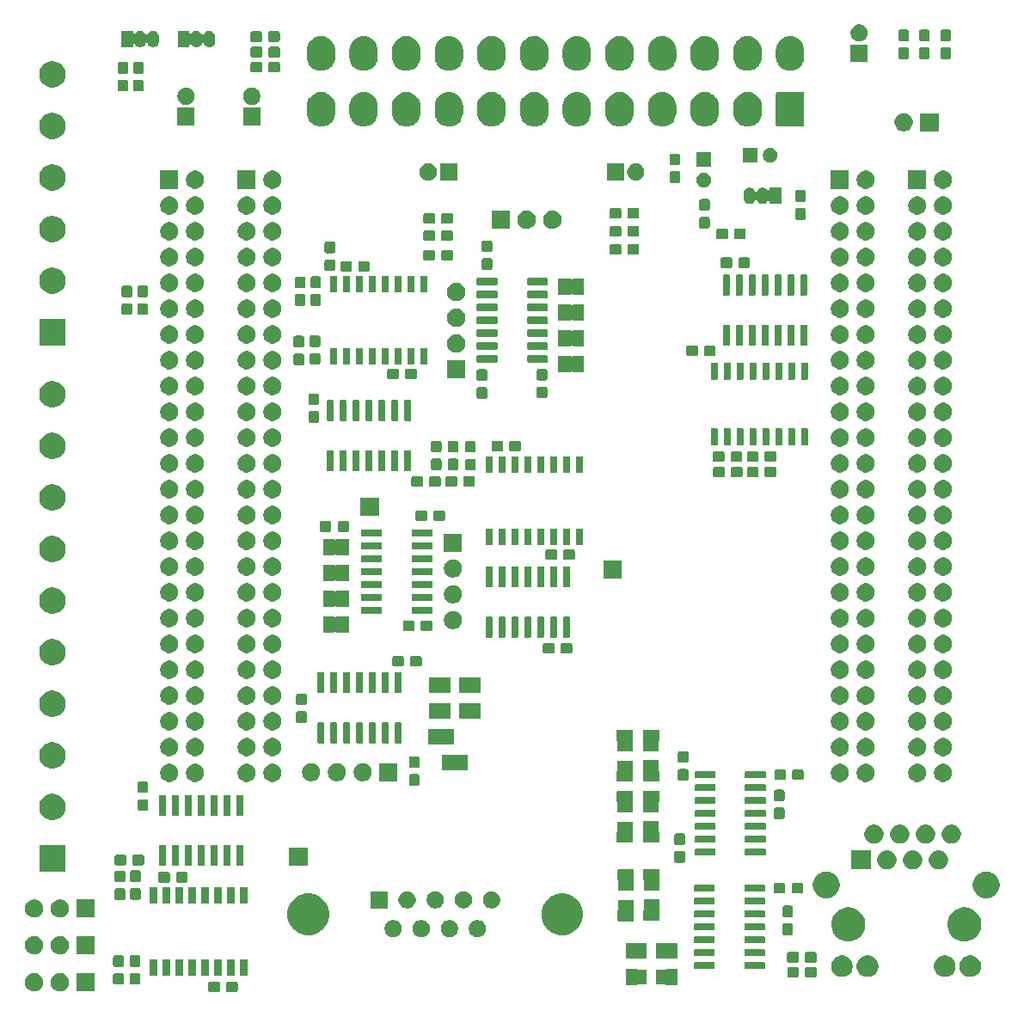
<source format=gbr>
G04 #@! TF.GenerationSoftware,KiCad,Pcbnew,(5.1.6)-1*
G04 #@! TF.CreationDate,2020-05-27T17:47:10+02:00*
G04 #@! TF.ProjectId,lightcontroll,6c696768-7463-46f6-9e74-726f6c6c2e6b,rev?*
G04 #@! TF.SameCoordinates,Original*
G04 #@! TF.FileFunction,Soldermask,Top*
G04 #@! TF.FilePolarity,Negative*
%FSLAX46Y46*%
G04 Gerber Fmt 4.6, Leading zero omitted, Abs format (unit mm)*
G04 Created by KiCad (PCBNEW (5.1.6)-1) date 2020-05-27 17:47:10*
%MOMM*%
%LPD*%
G01*
G04 APERTURE LIST*
%ADD10C,0.100000*%
G04 APERTURE END LIST*
D10*
G36*
X35034699Y-109206445D02*
G01*
X35072195Y-109217820D01*
X35106754Y-109236292D01*
X35137047Y-109261153D01*
X35161908Y-109291446D01*
X35180380Y-109326005D01*
X35191755Y-109363501D01*
X35196200Y-109408638D01*
X35196200Y-110047362D01*
X35191755Y-110092499D01*
X35180380Y-110129995D01*
X35161908Y-110164554D01*
X35137047Y-110194847D01*
X35106754Y-110219708D01*
X35072195Y-110238180D01*
X35034699Y-110249555D01*
X34989562Y-110254000D01*
X34250838Y-110254000D01*
X34205701Y-110249555D01*
X34168205Y-110238180D01*
X34133646Y-110219708D01*
X34103353Y-110194847D01*
X34078492Y-110164554D01*
X34060020Y-110129995D01*
X34048645Y-110092499D01*
X34044200Y-110047362D01*
X34044200Y-109408638D01*
X34048645Y-109363501D01*
X34060020Y-109326005D01*
X34078492Y-109291446D01*
X34103353Y-109261153D01*
X34133646Y-109236292D01*
X34168205Y-109217820D01*
X34205701Y-109206445D01*
X34250838Y-109202000D01*
X34989562Y-109202000D01*
X35034699Y-109206445D01*
G37*
G36*
X33284699Y-109206445D02*
G01*
X33322195Y-109217820D01*
X33356754Y-109236292D01*
X33387047Y-109261153D01*
X33411908Y-109291446D01*
X33430380Y-109326005D01*
X33441755Y-109363501D01*
X33446200Y-109408638D01*
X33446200Y-110047362D01*
X33441755Y-110092499D01*
X33430380Y-110129995D01*
X33411908Y-110164554D01*
X33387047Y-110194847D01*
X33356754Y-110219708D01*
X33322195Y-110238180D01*
X33284699Y-110249555D01*
X33239562Y-110254000D01*
X32500838Y-110254000D01*
X32455701Y-110249555D01*
X32418205Y-110238180D01*
X32383646Y-110219708D01*
X32353353Y-110194847D01*
X32328492Y-110164554D01*
X32310020Y-110129995D01*
X32298645Y-110092499D01*
X32294200Y-110047362D01*
X32294200Y-109408638D01*
X32298645Y-109363501D01*
X32310020Y-109326005D01*
X32328492Y-109291446D01*
X32353353Y-109261153D01*
X32383646Y-109236292D01*
X32418205Y-109217820D01*
X32455701Y-109206445D01*
X32500838Y-109202000D01*
X33239562Y-109202000D01*
X33284699Y-109206445D01*
G37*
G36*
X21119400Y-110171800D02*
G01*
X19317400Y-110171800D01*
X19317400Y-108369800D01*
X21119400Y-108369800D01*
X21119400Y-110171800D01*
G37*
G36*
X17791912Y-108374727D02*
G01*
X17941212Y-108404424D01*
X18105184Y-108472344D01*
X18252754Y-108570947D01*
X18378253Y-108696446D01*
X18476856Y-108844016D01*
X18544776Y-109007988D01*
X18579400Y-109182059D01*
X18579400Y-109359541D01*
X18544776Y-109533612D01*
X18476856Y-109697584D01*
X18378253Y-109845154D01*
X18252754Y-109970653D01*
X18105184Y-110069256D01*
X17941212Y-110137176D01*
X17803570Y-110164554D01*
X17767142Y-110171800D01*
X17589658Y-110171800D01*
X17553230Y-110164554D01*
X17415588Y-110137176D01*
X17251616Y-110069256D01*
X17104046Y-109970653D01*
X16978547Y-109845154D01*
X16879944Y-109697584D01*
X16812024Y-109533612D01*
X16777400Y-109359541D01*
X16777400Y-109182059D01*
X16812024Y-109007988D01*
X16879944Y-108844016D01*
X16978547Y-108696446D01*
X17104046Y-108570947D01*
X17251616Y-108472344D01*
X17415588Y-108404424D01*
X17564888Y-108374727D01*
X17589658Y-108369800D01*
X17767142Y-108369800D01*
X17791912Y-108374727D01*
G37*
G36*
X15251912Y-108374727D02*
G01*
X15401212Y-108404424D01*
X15565184Y-108472344D01*
X15712754Y-108570947D01*
X15838253Y-108696446D01*
X15936856Y-108844016D01*
X16004776Y-109007988D01*
X16039400Y-109182059D01*
X16039400Y-109359541D01*
X16004776Y-109533612D01*
X15936856Y-109697584D01*
X15838253Y-109845154D01*
X15712754Y-109970653D01*
X15565184Y-110069256D01*
X15401212Y-110137176D01*
X15263570Y-110164554D01*
X15227142Y-110171800D01*
X15049658Y-110171800D01*
X15013230Y-110164554D01*
X14875588Y-110137176D01*
X14711616Y-110069256D01*
X14564046Y-109970653D01*
X14438547Y-109845154D01*
X14339944Y-109697584D01*
X14272024Y-109533612D01*
X14237400Y-109359541D01*
X14237400Y-109182059D01*
X14272024Y-109007988D01*
X14339944Y-108844016D01*
X14438547Y-108696446D01*
X14564046Y-108570947D01*
X14711616Y-108472344D01*
X14875588Y-108404424D01*
X15024888Y-108374727D01*
X15049658Y-108369800D01*
X15227142Y-108369800D01*
X15251912Y-108374727D01*
G37*
G36*
X78449399Y-107962537D02*
G01*
X78459008Y-107965452D01*
X78467872Y-107970190D01*
X78475637Y-107976563D01*
X78482010Y-107984328D01*
X78486748Y-107993192D01*
X78489663Y-108002801D01*
X78491252Y-108018940D01*
X78491252Y-109506660D01*
X78489663Y-109522799D01*
X78486748Y-109532408D01*
X78482010Y-109541272D01*
X78475637Y-109549037D01*
X78467872Y-109555410D01*
X78459008Y-109560148D01*
X78449399Y-109563063D01*
X78433260Y-109564652D01*
X77445540Y-109564652D01*
X77429401Y-109563063D01*
X77419792Y-109560148D01*
X77410928Y-109555410D01*
X77394030Y-109541542D01*
X77393941Y-109541453D01*
X77393829Y-109541377D01*
X77393643Y-109541225D01*
X77393629Y-109541243D01*
X77373614Y-109527767D01*
X77351008Y-109518311D01*
X77326992Y-109513446D01*
X77314303Y-109512800D01*
X76389400Y-109512800D01*
X76389400Y-108012800D01*
X77314311Y-108012800D01*
X77338697Y-108010398D01*
X77362146Y-108003285D01*
X77383757Y-107991734D01*
X77393710Y-107984344D01*
X77405874Y-107974340D01*
X77410884Y-107970219D01*
X77419739Y-107965474D01*
X77424738Y-107963952D01*
X77429315Y-107962558D01*
X77429318Y-107962558D01*
X77429350Y-107962548D01*
X77439400Y-107961553D01*
X77439465Y-107961553D01*
X77445575Y-107960948D01*
X78433260Y-107960948D01*
X78449399Y-107962537D01*
G37*
G36*
X74449399Y-107962537D02*
G01*
X74459008Y-107965452D01*
X74467872Y-107970190D01*
X74484770Y-107984058D01*
X74484859Y-107984147D01*
X74484971Y-107984223D01*
X74485157Y-107984375D01*
X74485171Y-107984357D01*
X74505186Y-107997833D01*
X74527792Y-108007289D01*
X74551808Y-108012154D01*
X74564497Y-108012800D01*
X75489400Y-108012800D01*
X75489400Y-109512800D01*
X74564489Y-109512800D01*
X74540103Y-109515202D01*
X74516654Y-109522315D01*
X74495043Y-109533866D01*
X74485090Y-109541256D01*
X74475675Y-109548999D01*
X74467916Y-109555381D01*
X74459061Y-109560126D01*
X74456023Y-109561051D01*
X74449485Y-109563042D01*
X74449482Y-109563042D01*
X74449450Y-109563052D01*
X74439400Y-109564047D01*
X74439335Y-109564047D01*
X74433225Y-109564652D01*
X73445540Y-109564652D01*
X73429401Y-109563063D01*
X73419792Y-109560148D01*
X73410928Y-109555410D01*
X73403163Y-109549037D01*
X73396790Y-109541272D01*
X73392052Y-109532408D01*
X73389137Y-109522799D01*
X73387548Y-109506660D01*
X73387548Y-108018940D01*
X73389137Y-108002801D01*
X73392052Y-107993192D01*
X73396790Y-107984328D01*
X73403163Y-107976563D01*
X73410928Y-107970190D01*
X73419792Y-107965452D01*
X73429401Y-107962537D01*
X73445540Y-107960948D01*
X74433260Y-107960948D01*
X74449399Y-107962537D01*
G37*
G36*
X23808699Y-108366445D02*
G01*
X23846195Y-108377820D01*
X23880754Y-108396292D01*
X23911047Y-108421153D01*
X23935908Y-108451446D01*
X23954380Y-108486005D01*
X23965755Y-108523501D01*
X23970200Y-108568638D01*
X23970200Y-109307362D01*
X23965755Y-109352499D01*
X23954380Y-109389995D01*
X23935908Y-109424554D01*
X23911047Y-109454847D01*
X23880754Y-109479708D01*
X23846195Y-109498180D01*
X23808699Y-109509555D01*
X23763562Y-109514000D01*
X23124838Y-109514000D01*
X23079701Y-109509555D01*
X23042205Y-109498180D01*
X23007646Y-109479708D01*
X22977353Y-109454847D01*
X22952492Y-109424554D01*
X22934020Y-109389995D01*
X22922645Y-109352499D01*
X22918200Y-109307362D01*
X22918200Y-108568638D01*
X22922645Y-108523501D01*
X22934020Y-108486005D01*
X22952492Y-108451446D01*
X22977353Y-108421153D01*
X23007646Y-108396292D01*
X23042205Y-108377820D01*
X23079701Y-108366445D01*
X23124838Y-108362000D01*
X23763562Y-108362000D01*
X23808699Y-108366445D01*
G37*
G36*
X25459699Y-108366445D02*
G01*
X25497195Y-108377820D01*
X25531754Y-108396292D01*
X25562047Y-108421153D01*
X25586908Y-108451446D01*
X25605380Y-108486005D01*
X25616755Y-108523501D01*
X25621200Y-108568638D01*
X25621200Y-109307362D01*
X25616755Y-109352499D01*
X25605380Y-109389995D01*
X25586908Y-109424554D01*
X25562047Y-109454847D01*
X25531754Y-109479708D01*
X25497195Y-109498180D01*
X25459699Y-109509555D01*
X25414562Y-109514000D01*
X24775838Y-109514000D01*
X24730701Y-109509555D01*
X24693205Y-109498180D01*
X24658646Y-109479708D01*
X24628353Y-109454847D01*
X24603492Y-109424554D01*
X24585020Y-109389995D01*
X24573645Y-109352499D01*
X24569200Y-109307362D01*
X24569200Y-108568638D01*
X24573645Y-108523501D01*
X24585020Y-108486005D01*
X24603492Y-108451446D01*
X24628353Y-108421153D01*
X24658646Y-108396292D01*
X24693205Y-108377820D01*
X24730701Y-108366445D01*
X24775838Y-108362000D01*
X25414562Y-108362000D01*
X25459699Y-108366445D01*
G37*
G36*
X90294999Y-107745945D02*
G01*
X90332495Y-107757320D01*
X90367054Y-107775792D01*
X90397347Y-107800653D01*
X90422208Y-107830946D01*
X90440680Y-107865505D01*
X90452055Y-107903001D01*
X90456500Y-107948138D01*
X90456500Y-108586862D01*
X90452055Y-108631999D01*
X90440680Y-108669495D01*
X90422208Y-108704054D01*
X90397347Y-108734347D01*
X90367054Y-108759208D01*
X90332495Y-108777680D01*
X90294999Y-108789055D01*
X90249862Y-108793500D01*
X89511138Y-108793500D01*
X89466001Y-108789055D01*
X89428505Y-108777680D01*
X89393946Y-108759208D01*
X89363653Y-108734347D01*
X89338792Y-108704054D01*
X89320320Y-108669495D01*
X89308945Y-108631999D01*
X89304500Y-108586862D01*
X89304500Y-107948138D01*
X89308945Y-107903001D01*
X89320320Y-107865505D01*
X89338792Y-107830946D01*
X89363653Y-107800653D01*
X89393946Y-107775792D01*
X89428505Y-107757320D01*
X89466001Y-107745945D01*
X89511138Y-107741500D01*
X90249862Y-107741500D01*
X90294999Y-107745945D01*
G37*
G36*
X92044999Y-107745945D02*
G01*
X92082495Y-107757320D01*
X92117054Y-107775792D01*
X92147347Y-107800653D01*
X92172208Y-107830946D01*
X92190680Y-107865505D01*
X92202055Y-107903001D01*
X92206500Y-107948138D01*
X92206500Y-108586862D01*
X92202055Y-108631999D01*
X92190680Y-108669495D01*
X92172208Y-108704054D01*
X92147347Y-108734347D01*
X92117054Y-108759208D01*
X92082495Y-108777680D01*
X92044999Y-108789055D01*
X91999862Y-108793500D01*
X91261138Y-108793500D01*
X91216001Y-108789055D01*
X91178505Y-108777680D01*
X91143946Y-108759208D01*
X91113653Y-108734347D01*
X91088792Y-108704054D01*
X91070320Y-108669495D01*
X91058945Y-108631999D01*
X91054500Y-108586862D01*
X91054500Y-107948138D01*
X91058945Y-107903001D01*
X91070320Y-107865505D01*
X91088792Y-107830946D01*
X91113653Y-107800653D01*
X91143946Y-107775792D01*
X91178505Y-107757320D01*
X91216001Y-107745945D01*
X91261138Y-107741500D01*
X91999862Y-107741500D01*
X92044999Y-107745945D01*
G37*
G36*
X95015131Y-106657303D02*
G01*
X95205133Y-106736005D01*
X95209314Y-106737737D01*
X95384073Y-106854507D01*
X95532693Y-107003127D01*
X95644625Y-107170646D01*
X95649464Y-107177888D01*
X95729897Y-107372069D01*
X95770900Y-107578208D01*
X95770900Y-107788392D01*
X95729897Y-107994531D01*
X95719786Y-108018940D01*
X95649463Y-108188714D01*
X95532693Y-108363473D01*
X95384073Y-108512093D01*
X95209314Y-108628863D01*
X95209313Y-108628864D01*
X95209312Y-108628864D01*
X95015131Y-108709297D01*
X94808992Y-108750300D01*
X94598808Y-108750300D01*
X94392669Y-108709297D01*
X94198488Y-108628864D01*
X94198487Y-108628864D01*
X94198486Y-108628863D01*
X94023727Y-108512093D01*
X93875107Y-108363473D01*
X93758337Y-108188714D01*
X93688014Y-108018940D01*
X93677903Y-107994531D01*
X93636900Y-107788392D01*
X93636900Y-107578208D01*
X93677903Y-107372069D01*
X93758336Y-107177888D01*
X93763175Y-107170646D01*
X93875107Y-107003127D01*
X94023727Y-106854507D01*
X94198486Y-106737737D01*
X94202667Y-106736005D01*
X94392669Y-106657303D01*
X94598808Y-106616300D01*
X94808992Y-106616300D01*
X95015131Y-106657303D01*
G37*
G36*
X97529731Y-106657303D02*
G01*
X97719733Y-106736005D01*
X97723914Y-106737737D01*
X97898673Y-106854507D01*
X98047293Y-107003127D01*
X98159225Y-107170646D01*
X98164064Y-107177888D01*
X98244497Y-107372069D01*
X98285500Y-107578208D01*
X98285500Y-107788392D01*
X98244497Y-107994531D01*
X98234386Y-108018940D01*
X98164063Y-108188714D01*
X98047293Y-108363473D01*
X97898673Y-108512093D01*
X97723914Y-108628863D01*
X97723913Y-108628864D01*
X97723912Y-108628864D01*
X97529731Y-108709297D01*
X97323592Y-108750300D01*
X97113408Y-108750300D01*
X96907269Y-108709297D01*
X96713088Y-108628864D01*
X96713087Y-108628864D01*
X96713086Y-108628863D01*
X96538327Y-108512093D01*
X96389707Y-108363473D01*
X96272937Y-108188714D01*
X96202614Y-108018940D01*
X96192503Y-107994531D01*
X96151500Y-107788392D01*
X96151500Y-107578208D01*
X96192503Y-107372069D01*
X96272936Y-107177888D01*
X96277775Y-107170646D01*
X96389707Y-107003127D01*
X96538327Y-106854507D01*
X96713086Y-106737737D01*
X96717267Y-106736005D01*
X96907269Y-106657303D01*
X97113408Y-106616300D01*
X97323592Y-106616300D01*
X97529731Y-106657303D01*
G37*
G36*
X105124331Y-106657303D02*
G01*
X105314333Y-106736005D01*
X105318514Y-106737737D01*
X105493273Y-106854507D01*
X105641893Y-107003127D01*
X105753825Y-107170646D01*
X105758664Y-107177888D01*
X105839097Y-107372069D01*
X105880100Y-107578208D01*
X105880100Y-107788392D01*
X105839097Y-107994531D01*
X105828986Y-108018940D01*
X105758663Y-108188714D01*
X105641893Y-108363473D01*
X105493273Y-108512093D01*
X105318514Y-108628863D01*
X105318513Y-108628864D01*
X105318512Y-108628864D01*
X105124331Y-108709297D01*
X104918192Y-108750300D01*
X104708008Y-108750300D01*
X104501869Y-108709297D01*
X104307688Y-108628864D01*
X104307687Y-108628864D01*
X104307686Y-108628863D01*
X104132927Y-108512093D01*
X103984307Y-108363473D01*
X103867537Y-108188714D01*
X103797214Y-108018940D01*
X103787103Y-107994531D01*
X103746100Y-107788392D01*
X103746100Y-107578208D01*
X103787103Y-107372069D01*
X103867536Y-107177888D01*
X103872375Y-107170646D01*
X103984307Y-107003127D01*
X104132927Y-106854507D01*
X104307686Y-106737737D01*
X104311867Y-106736005D01*
X104501869Y-106657303D01*
X104708008Y-106616300D01*
X104918192Y-106616300D01*
X105124331Y-106657303D01*
G37*
G36*
X107638931Y-106657303D02*
G01*
X107828933Y-106736005D01*
X107833114Y-106737737D01*
X108007873Y-106854507D01*
X108156493Y-107003127D01*
X108268425Y-107170646D01*
X108273264Y-107177888D01*
X108353697Y-107372069D01*
X108394700Y-107578208D01*
X108394700Y-107788392D01*
X108353697Y-107994531D01*
X108343586Y-108018940D01*
X108273263Y-108188714D01*
X108156493Y-108363473D01*
X108007873Y-108512093D01*
X107833114Y-108628863D01*
X107833113Y-108628864D01*
X107833112Y-108628864D01*
X107638931Y-108709297D01*
X107432792Y-108750300D01*
X107222608Y-108750300D01*
X107016469Y-108709297D01*
X106822288Y-108628864D01*
X106822287Y-108628864D01*
X106822286Y-108628863D01*
X106647527Y-108512093D01*
X106498907Y-108363473D01*
X106382137Y-108188714D01*
X106311814Y-108018940D01*
X106301703Y-107994531D01*
X106260700Y-107788392D01*
X106260700Y-107578208D01*
X106301703Y-107372069D01*
X106382136Y-107177888D01*
X106386975Y-107170646D01*
X106498907Y-107003127D01*
X106647527Y-106854507D01*
X106822286Y-106737737D01*
X106826467Y-106736005D01*
X107016469Y-106657303D01*
X107222608Y-106616300D01*
X107432792Y-106616300D01*
X107638931Y-106657303D01*
G37*
G36*
X34869600Y-108618000D02*
G01*
X34167600Y-108618000D01*
X34167600Y-107016000D01*
X34869600Y-107016000D01*
X34869600Y-108618000D01*
G37*
G36*
X27249600Y-108618000D02*
G01*
X26547600Y-108618000D01*
X26547600Y-107016000D01*
X27249600Y-107016000D01*
X27249600Y-108618000D01*
G37*
G36*
X36139600Y-108618000D02*
G01*
X35437600Y-108618000D01*
X35437600Y-107016000D01*
X36139600Y-107016000D01*
X36139600Y-108618000D01*
G37*
G36*
X32329600Y-108618000D02*
G01*
X31627600Y-108618000D01*
X31627600Y-107016000D01*
X32329600Y-107016000D01*
X32329600Y-108618000D01*
G37*
G36*
X33599600Y-108618000D02*
G01*
X32897600Y-108618000D01*
X32897600Y-107016000D01*
X33599600Y-107016000D01*
X33599600Y-108618000D01*
G37*
G36*
X31059600Y-108618000D02*
G01*
X30357600Y-108618000D01*
X30357600Y-107016000D01*
X31059600Y-107016000D01*
X31059600Y-108618000D01*
G37*
G36*
X29789600Y-108618000D02*
G01*
X29087600Y-108618000D01*
X29087600Y-107016000D01*
X29789600Y-107016000D01*
X29789600Y-108618000D01*
G37*
G36*
X28519600Y-108618000D02*
G01*
X27817600Y-108618000D01*
X27817600Y-107016000D01*
X28519600Y-107016000D01*
X28519600Y-108618000D01*
G37*
G36*
X82089428Y-107284264D02*
G01*
X82110509Y-107290660D01*
X82129945Y-107301048D01*
X82146976Y-107315024D01*
X82160952Y-107332055D01*
X82171340Y-107351491D01*
X82177736Y-107372572D01*
X82180500Y-107400640D01*
X82180500Y-107864360D01*
X82177736Y-107892428D01*
X82171340Y-107913509D01*
X82160952Y-107932945D01*
X82146976Y-107949976D01*
X82129945Y-107963952D01*
X82110509Y-107974340D01*
X82089428Y-107980736D01*
X82061360Y-107983500D01*
X80247640Y-107983500D01*
X80219572Y-107980736D01*
X80198491Y-107974340D01*
X80179055Y-107963952D01*
X80162024Y-107949976D01*
X80148048Y-107932945D01*
X80137660Y-107913509D01*
X80131264Y-107892428D01*
X80128500Y-107864360D01*
X80128500Y-107400640D01*
X80131264Y-107372572D01*
X80137660Y-107351491D01*
X80148048Y-107332055D01*
X80162024Y-107315024D01*
X80179055Y-107301048D01*
X80198491Y-107290660D01*
X80219572Y-107284264D01*
X80247640Y-107281500D01*
X82061360Y-107281500D01*
X82089428Y-107284264D01*
G37*
G36*
X87039428Y-107284264D02*
G01*
X87060509Y-107290660D01*
X87079945Y-107301048D01*
X87096976Y-107315024D01*
X87110952Y-107332055D01*
X87121340Y-107351491D01*
X87127736Y-107372572D01*
X87130500Y-107400640D01*
X87130500Y-107864360D01*
X87127736Y-107892428D01*
X87121340Y-107913509D01*
X87110952Y-107932945D01*
X87096976Y-107949976D01*
X87079945Y-107963952D01*
X87060509Y-107974340D01*
X87039428Y-107980736D01*
X87011360Y-107983500D01*
X85197640Y-107983500D01*
X85169572Y-107980736D01*
X85148491Y-107974340D01*
X85129055Y-107963952D01*
X85112024Y-107949976D01*
X85098048Y-107932945D01*
X85087660Y-107913509D01*
X85081264Y-107892428D01*
X85078500Y-107864360D01*
X85078500Y-107400640D01*
X85081264Y-107372572D01*
X85087660Y-107351491D01*
X85098048Y-107332055D01*
X85112024Y-107315024D01*
X85129055Y-107301048D01*
X85148491Y-107290660D01*
X85169572Y-107284264D01*
X85197640Y-107281500D01*
X87011360Y-107281500D01*
X87039428Y-107284264D01*
G37*
G36*
X23808699Y-106616445D02*
G01*
X23846195Y-106627820D01*
X23880754Y-106646292D01*
X23911047Y-106671153D01*
X23935908Y-106701446D01*
X23954380Y-106736005D01*
X23965755Y-106773501D01*
X23970200Y-106818638D01*
X23970200Y-107557362D01*
X23965755Y-107602499D01*
X23954380Y-107639995D01*
X23935908Y-107674554D01*
X23911047Y-107704847D01*
X23880754Y-107729708D01*
X23846195Y-107748180D01*
X23808699Y-107759555D01*
X23763562Y-107764000D01*
X23124838Y-107764000D01*
X23079701Y-107759555D01*
X23042205Y-107748180D01*
X23007646Y-107729708D01*
X22977353Y-107704847D01*
X22952492Y-107674554D01*
X22934020Y-107639995D01*
X22922645Y-107602499D01*
X22918200Y-107557362D01*
X22918200Y-106818638D01*
X22922645Y-106773501D01*
X22934020Y-106736005D01*
X22952492Y-106701446D01*
X22977353Y-106671153D01*
X23007646Y-106646292D01*
X23042205Y-106627820D01*
X23079701Y-106616445D01*
X23124838Y-106612000D01*
X23763562Y-106612000D01*
X23808699Y-106616445D01*
G37*
G36*
X25459699Y-106616445D02*
G01*
X25497195Y-106627820D01*
X25531754Y-106646292D01*
X25562047Y-106671153D01*
X25586908Y-106701446D01*
X25605380Y-106736005D01*
X25616755Y-106773501D01*
X25621200Y-106818638D01*
X25621200Y-107557362D01*
X25616755Y-107602499D01*
X25605380Y-107639995D01*
X25586908Y-107674554D01*
X25562047Y-107704847D01*
X25531754Y-107729708D01*
X25497195Y-107748180D01*
X25459699Y-107759555D01*
X25414562Y-107764000D01*
X24775838Y-107764000D01*
X24730701Y-107759555D01*
X24693205Y-107748180D01*
X24658646Y-107729708D01*
X24628353Y-107704847D01*
X24603492Y-107674554D01*
X24585020Y-107639995D01*
X24573645Y-107602499D01*
X24569200Y-107557362D01*
X24569200Y-106818638D01*
X24573645Y-106773501D01*
X24585020Y-106736005D01*
X24603492Y-106701446D01*
X24628353Y-106671153D01*
X24658646Y-106646292D01*
X24693205Y-106627820D01*
X24730701Y-106616445D01*
X24775838Y-106612000D01*
X25414562Y-106612000D01*
X25459699Y-106616445D01*
G37*
G36*
X90280999Y-106285445D02*
G01*
X90318495Y-106296820D01*
X90353054Y-106315292D01*
X90383347Y-106340153D01*
X90408208Y-106370446D01*
X90426680Y-106405005D01*
X90438055Y-106442501D01*
X90442500Y-106487638D01*
X90442500Y-107126362D01*
X90438055Y-107171499D01*
X90426680Y-107208995D01*
X90408208Y-107243554D01*
X90383347Y-107273847D01*
X90353054Y-107298708D01*
X90318495Y-107317180D01*
X90280999Y-107328555D01*
X90235862Y-107333000D01*
X89497138Y-107333000D01*
X89452001Y-107328555D01*
X89414505Y-107317180D01*
X89379946Y-107298708D01*
X89349653Y-107273847D01*
X89324792Y-107243554D01*
X89306320Y-107208995D01*
X89294945Y-107171499D01*
X89290500Y-107126362D01*
X89290500Y-106487638D01*
X89294945Y-106442501D01*
X89306320Y-106405005D01*
X89324792Y-106370446D01*
X89349653Y-106340153D01*
X89379946Y-106315292D01*
X89414505Y-106296820D01*
X89452001Y-106285445D01*
X89497138Y-106281000D01*
X90235862Y-106281000D01*
X90280999Y-106285445D01*
G37*
G36*
X92030999Y-106285445D02*
G01*
X92068495Y-106296820D01*
X92103054Y-106315292D01*
X92133347Y-106340153D01*
X92158208Y-106370446D01*
X92176680Y-106405005D01*
X92188055Y-106442501D01*
X92192500Y-106487638D01*
X92192500Y-107126362D01*
X92188055Y-107171499D01*
X92176680Y-107208995D01*
X92158208Y-107243554D01*
X92133347Y-107273847D01*
X92103054Y-107298708D01*
X92068495Y-107317180D01*
X92030999Y-107328555D01*
X91985862Y-107333000D01*
X91247138Y-107333000D01*
X91202001Y-107328555D01*
X91164505Y-107317180D01*
X91129946Y-107298708D01*
X91099653Y-107273847D01*
X91074792Y-107243554D01*
X91056320Y-107208995D01*
X91044945Y-107171499D01*
X91040500Y-107126362D01*
X91040500Y-106487638D01*
X91044945Y-106442501D01*
X91056320Y-106405005D01*
X91074792Y-106370446D01*
X91099653Y-106340153D01*
X91129946Y-106315292D01*
X91164505Y-106296820D01*
X91202001Y-106285445D01*
X91247138Y-106281000D01*
X91985862Y-106281000D01*
X92030999Y-106285445D01*
G37*
G36*
X78455999Y-105371737D02*
G01*
X78465608Y-105374652D01*
X78474472Y-105379390D01*
X78482237Y-105385763D01*
X78488610Y-105393528D01*
X78493348Y-105402392D01*
X78496263Y-105412001D01*
X78497852Y-105428140D01*
X78497852Y-106915860D01*
X78496263Y-106931999D01*
X78493348Y-106941608D01*
X78488610Y-106950472D01*
X78482237Y-106958237D01*
X78474472Y-106964610D01*
X78465608Y-106969348D01*
X78455999Y-106972263D01*
X78439860Y-106973852D01*
X77452140Y-106973852D01*
X77436001Y-106972263D01*
X77426392Y-106969348D01*
X77417528Y-106964610D01*
X77400630Y-106950742D01*
X77400541Y-106950653D01*
X77400429Y-106950577D01*
X77400243Y-106950425D01*
X77400229Y-106950443D01*
X77380214Y-106936967D01*
X77357608Y-106927511D01*
X77333592Y-106922646D01*
X77320903Y-106922000D01*
X76396000Y-106922000D01*
X76396000Y-105422000D01*
X77320911Y-105422000D01*
X77345297Y-105419598D01*
X77368746Y-105412485D01*
X77390357Y-105400934D01*
X77400310Y-105393544D01*
X77410165Y-105385439D01*
X77417484Y-105379419D01*
X77426339Y-105374674D01*
X77429377Y-105373749D01*
X77435915Y-105371758D01*
X77435918Y-105371758D01*
X77435950Y-105371748D01*
X77446000Y-105370753D01*
X77446065Y-105370753D01*
X77452175Y-105370148D01*
X78439860Y-105370148D01*
X78455999Y-105371737D01*
G37*
G36*
X74455999Y-105371737D02*
G01*
X74465608Y-105374652D01*
X74474472Y-105379390D01*
X74491370Y-105393258D01*
X74491459Y-105393347D01*
X74491571Y-105393423D01*
X74491757Y-105393575D01*
X74491771Y-105393557D01*
X74511786Y-105407033D01*
X74534392Y-105416489D01*
X74558408Y-105421354D01*
X74571097Y-105422000D01*
X75496000Y-105422000D01*
X75496000Y-106922000D01*
X74571089Y-106922000D01*
X74546703Y-106924402D01*
X74523254Y-106931515D01*
X74501643Y-106943066D01*
X74491690Y-106950456D01*
X74482275Y-106958199D01*
X74474516Y-106964581D01*
X74465661Y-106969326D01*
X74462623Y-106970251D01*
X74456085Y-106972242D01*
X74456082Y-106972242D01*
X74456050Y-106972252D01*
X74446000Y-106973247D01*
X74445935Y-106973247D01*
X74439825Y-106973852D01*
X73452140Y-106973852D01*
X73436001Y-106972263D01*
X73426392Y-106969348D01*
X73417528Y-106964610D01*
X73409763Y-106958237D01*
X73403390Y-106950472D01*
X73398652Y-106941608D01*
X73395737Y-106931999D01*
X73394148Y-106915860D01*
X73394148Y-105428140D01*
X73395737Y-105412001D01*
X73398652Y-105402392D01*
X73403390Y-105393528D01*
X73409763Y-105385763D01*
X73417528Y-105379390D01*
X73426392Y-105374652D01*
X73436001Y-105371737D01*
X73452140Y-105370148D01*
X74439860Y-105370148D01*
X74455999Y-105371737D01*
G37*
G36*
X82089428Y-106014264D02*
G01*
X82110509Y-106020660D01*
X82129945Y-106031048D01*
X82146976Y-106045024D01*
X82160952Y-106062055D01*
X82171340Y-106081491D01*
X82177736Y-106102572D01*
X82180500Y-106130640D01*
X82180500Y-106594360D01*
X82177736Y-106622428D01*
X82171340Y-106643509D01*
X82160952Y-106662945D01*
X82146976Y-106679976D01*
X82129945Y-106693952D01*
X82110509Y-106704340D01*
X82089428Y-106710736D01*
X82061360Y-106713500D01*
X80247640Y-106713500D01*
X80219572Y-106710736D01*
X80198491Y-106704340D01*
X80179055Y-106693952D01*
X80162024Y-106679976D01*
X80148048Y-106662945D01*
X80137660Y-106643509D01*
X80131264Y-106622428D01*
X80128500Y-106594360D01*
X80128500Y-106130640D01*
X80131264Y-106102572D01*
X80137660Y-106081491D01*
X80148048Y-106062055D01*
X80162024Y-106045024D01*
X80179055Y-106031048D01*
X80198491Y-106020660D01*
X80219572Y-106014264D01*
X80247640Y-106011500D01*
X82061360Y-106011500D01*
X82089428Y-106014264D01*
G37*
G36*
X87039428Y-106014264D02*
G01*
X87060509Y-106020660D01*
X87079945Y-106031048D01*
X87096976Y-106045024D01*
X87110952Y-106062055D01*
X87121340Y-106081491D01*
X87127736Y-106102572D01*
X87130500Y-106130640D01*
X87130500Y-106594360D01*
X87127736Y-106622428D01*
X87121340Y-106643509D01*
X87110952Y-106662945D01*
X87096976Y-106679976D01*
X87079945Y-106693952D01*
X87060509Y-106704340D01*
X87039428Y-106710736D01*
X87011360Y-106713500D01*
X85197640Y-106713500D01*
X85169572Y-106710736D01*
X85148491Y-106704340D01*
X85129055Y-106693952D01*
X85112024Y-106679976D01*
X85098048Y-106662945D01*
X85087660Y-106643509D01*
X85081264Y-106622428D01*
X85078500Y-106594360D01*
X85078500Y-106130640D01*
X85081264Y-106102572D01*
X85087660Y-106081491D01*
X85098048Y-106062055D01*
X85112024Y-106045024D01*
X85129055Y-106031048D01*
X85148491Y-106020660D01*
X85169572Y-106014264D01*
X85197640Y-106011500D01*
X87011360Y-106011500D01*
X87039428Y-106014264D01*
G37*
G36*
X17791912Y-104717127D02*
G01*
X17941212Y-104746824D01*
X18105184Y-104814744D01*
X18252754Y-104913347D01*
X18378253Y-105038846D01*
X18476856Y-105186416D01*
X18544776Y-105350388D01*
X18579400Y-105524459D01*
X18579400Y-105701941D01*
X18544776Y-105876012D01*
X18476856Y-106039984D01*
X18378253Y-106187554D01*
X18252754Y-106313053D01*
X18105184Y-106411656D01*
X17941212Y-106479576D01*
X17791912Y-106509273D01*
X17767142Y-106514200D01*
X17589658Y-106514200D01*
X17564888Y-106509273D01*
X17415588Y-106479576D01*
X17251616Y-106411656D01*
X17104046Y-106313053D01*
X16978547Y-106187554D01*
X16879944Y-106039984D01*
X16812024Y-105876012D01*
X16777400Y-105701941D01*
X16777400Y-105524459D01*
X16812024Y-105350388D01*
X16879944Y-105186416D01*
X16978547Y-105038846D01*
X17104046Y-104913347D01*
X17251616Y-104814744D01*
X17415588Y-104746824D01*
X17564888Y-104717127D01*
X17589658Y-104712200D01*
X17767142Y-104712200D01*
X17791912Y-104717127D01*
G37*
G36*
X15251912Y-104717127D02*
G01*
X15401212Y-104746824D01*
X15565184Y-104814744D01*
X15712754Y-104913347D01*
X15838253Y-105038846D01*
X15936856Y-105186416D01*
X16004776Y-105350388D01*
X16039400Y-105524459D01*
X16039400Y-105701941D01*
X16004776Y-105876012D01*
X15936856Y-106039984D01*
X15838253Y-106187554D01*
X15712754Y-106313053D01*
X15565184Y-106411656D01*
X15401212Y-106479576D01*
X15251912Y-106509273D01*
X15227142Y-106514200D01*
X15049658Y-106514200D01*
X15024888Y-106509273D01*
X14875588Y-106479576D01*
X14711616Y-106411656D01*
X14564046Y-106313053D01*
X14438547Y-106187554D01*
X14339944Y-106039984D01*
X14272024Y-105876012D01*
X14237400Y-105701941D01*
X14237400Y-105524459D01*
X14272024Y-105350388D01*
X14339944Y-105186416D01*
X14438547Y-105038846D01*
X14564046Y-104913347D01*
X14711616Y-104814744D01*
X14875588Y-104746824D01*
X15024888Y-104717127D01*
X15049658Y-104712200D01*
X15227142Y-104712200D01*
X15251912Y-104717127D01*
G37*
G36*
X21119400Y-106514200D02*
G01*
X19317400Y-106514200D01*
X19317400Y-104712200D01*
X21119400Y-104712200D01*
X21119400Y-106514200D01*
G37*
G36*
X82089428Y-104744264D02*
G01*
X82110509Y-104750660D01*
X82129945Y-104761048D01*
X82146976Y-104775024D01*
X82160952Y-104792055D01*
X82171340Y-104811491D01*
X82177736Y-104832572D01*
X82180500Y-104860640D01*
X82180500Y-105324360D01*
X82177736Y-105352428D01*
X82171340Y-105373509D01*
X82160952Y-105392945D01*
X82146976Y-105409976D01*
X82129945Y-105423952D01*
X82110509Y-105434340D01*
X82089428Y-105440736D01*
X82061360Y-105443500D01*
X80247640Y-105443500D01*
X80219572Y-105440736D01*
X80198491Y-105434340D01*
X80179055Y-105423952D01*
X80162024Y-105409976D01*
X80148048Y-105392945D01*
X80137660Y-105373509D01*
X80131264Y-105352428D01*
X80128500Y-105324360D01*
X80128500Y-104860640D01*
X80131264Y-104832572D01*
X80137660Y-104811491D01*
X80148048Y-104792055D01*
X80162024Y-104775024D01*
X80179055Y-104761048D01*
X80198491Y-104750660D01*
X80219572Y-104744264D01*
X80247640Y-104741500D01*
X82061360Y-104741500D01*
X82089428Y-104744264D01*
G37*
G36*
X87039428Y-104744264D02*
G01*
X87060509Y-104750660D01*
X87079945Y-104761048D01*
X87096976Y-104775024D01*
X87110952Y-104792055D01*
X87121340Y-104811491D01*
X87127736Y-104832572D01*
X87130500Y-104860640D01*
X87130500Y-105324360D01*
X87127736Y-105352428D01*
X87121340Y-105373509D01*
X87110952Y-105392945D01*
X87096976Y-105409976D01*
X87079945Y-105423952D01*
X87060509Y-105434340D01*
X87039428Y-105440736D01*
X87011360Y-105443500D01*
X85197640Y-105443500D01*
X85169572Y-105440736D01*
X85148491Y-105434340D01*
X85129055Y-105423952D01*
X85112024Y-105409976D01*
X85098048Y-105392945D01*
X85087660Y-105373509D01*
X85081264Y-105352428D01*
X85078500Y-105324360D01*
X85078500Y-104860640D01*
X85081264Y-104832572D01*
X85087660Y-104811491D01*
X85098048Y-104792055D01*
X85112024Y-104775024D01*
X85129055Y-104761048D01*
X85148491Y-104750660D01*
X85169572Y-104744264D01*
X85197640Y-104741500D01*
X87011360Y-104741500D01*
X87039428Y-104744264D01*
G37*
G36*
X95608125Y-101917658D02*
G01*
X95802546Y-101956331D01*
X95904592Y-101998600D01*
X96099446Y-102079311D01*
X96107668Y-102082717D01*
X96382270Y-102266200D01*
X96615800Y-102499730D01*
X96788113Y-102757615D01*
X96799284Y-102774334D01*
X96815063Y-102812428D01*
X96925669Y-103079454D01*
X96990100Y-103403369D01*
X96990100Y-103733631D01*
X96925669Y-104057546D01*
X96799283Y-104362668D01*
X96615800Y-104637270D01*
X96382270Y-104870800D01*
X96107668Y-105054283D01*
X95802546Y-105180669D01*
X95640589Y-105212884D01*
X95478632Y-105245100D01*
X95148368Y-105245100D01*
X94986411Y-105212884D01*
X94824454Y-105180669D01*
X94519332Y-105054283D01*
X94244730Y-104870800D01*
X94011200Y-104637270D01*
X93827717Y-104362668D01*
X93701331Y-104057546D01*
X93636900Y-103733631D01*
X93636900Y-103403369D01*
X93701331Y-103079454D01*
X93811937Y-102812428D01*
X93827716Y-102774334D01*
X93838887Y-102757615D01*
X94011200Y-102499730D01*
X94244730Y-102266200D01*
X94519332Y-102082717D01*
X94527555Y-102079311D01*
X94722408Y-101998600D01*
X94824454Y-101956331D01*
X95018875Y-101917658D01*
X95148368Y-101891900D01*
X95478632Y-101891900D01*
X95608125Y-101917658D01*
G37*
G36*
X107038125Y-101917658D02*
G01*
X107232546Y-101956331D01*
X107334592Y-101998600D01*
X107529446Y-102079311D01*
X107537668Y-102082717D01*
X107812270Y-102266200D01*
X108045800Y-102499730D01*
X108218113Y-102757615D01*
X108229284Y-102774334D01*
X108245063Y-102812428D01*
X108355669Y-103079454D01*
X108420100Y-103403369D01*
X108420100Y-103733631D01*
X108355669Y-104057546D01*
X108229283Y-104362668D01*
X108045800Y-104637270D01*
X107812270Y-104870800D01*
X107537668Y-105054283D01*
X107232546Y-105180669D01*
X107070589Y-105212884D01*
X106908632Y-105245100D01*
X106578368Y-105245100D01*
X106416411Y-105212884D01*
X106254454Y-105180669D01*
X105949332Y-105054283D01*
X105674730Y-104870800D01*
X105441200Y-104637270D01*
X105257717Y-104362668D01*
X105131331Y-104057546D01*
X105066900Y-103733631D01*
X105066900Y-103403369D01*
X105131331Y-103079454D01*
X105241937Y-102812428D01*
X105257716Y-102774334D01*
X105268887Y-102757615D01*
X105441200Y-102499730D01*
X105674730Y-102266200D01*
X105949332Y-102082717D01*
X105957555Y-102079311D01*
X106152408Y-101998600D01*
X106254454Y-101956331D01*
X106448875Y-101917658D01*
X106578368Y-101891900D01*
X106908632Y-101891900D01*
X107038125Y-101917658D01*
G37*
G36*
X59050628Y-103169303D02*
G01*
X59205500Y-103233453D01*
X59344881Y-103326585D01*
X59463415Y-103445119D01*
X59556547Y-103584500D01*
X59620697Y-103739372D01*
X59653400Y-103903784D01*
X59653400Y-104071416D01*
X59620697Y-104235828D01*
X59556547Y-104390700D01*
X59463415Y-104530081D01*
X59344881Y-104648615D01*
X59205500Y-104741747D01*
X59050628Y-104805897D01*
X58886216Y-104838600D01*
X58718584Y-104838600D01*
X58554172Y-104805897D01*
X58399300Y-104741747D01*
X58259919Y-104648615D01*
X58141385Y-104530081D01*
X58048253Y-104390700D01*
X57984103Y-104235828D01*
X57951400Y-104071416D01*
X57951400Y-103903784D01*
X57984103Y-103739372D01*
X58048253Y-103584500D01*
X58141385Y-103445119D01*
X58259919Y-103326585D01*
X58399300Y-103233453D01*
X58554172Y-103169303D01*
X58718584Y-103136600D01*
X58886216Y-103136600D01*
X59050628Y-103169303D01*
G37*
G36*
X56280628Y-103169303D02*
G01*
X56435500Y-103233453D01*
X56574881Y-103326585D01*
X56693415Y-103445119D01*
X56786547Y-103584500D01*
X56850697Y-103739372D01*
X56883400Y-103903784D01*
X56883400Y-104071416D01*
X56850697Y-104235828D01*
X56786547Y-104390700D01*
X56693415Y-104530081D01*
X56574881Y-104648615D01*
X56435500Y-104741747D01*
X56280628Y-104805897D01*
X56116216Y-104838600D01*
X55948584Y-104838600D01*
X55784172Y-104805897D01*
X55629300Y-104741747D01*
X55489919Y-104648615D01*
X55371385Y-104530081D01*
X55278253Y-104390700D01*
X55214103Y-104235828D01*
X55181400Y-104071416D01*
X55181400Y-103903784D01*
X55214103Y-103739372D01*
X55278253Y-103584500D01*
X55371385Y-103445119D01*
X55489919Y-103326585D01*
X55629300Y-103233453D01*
X55784172Y-103169303D01*
X55948584Y-103136600D01*
X56116216Y-103136600D01*
X56280628Y-103169303D01*
G37*
G36*
X53510628Y-103169303D02*
G01*
X53665500Y-103233453D01*
X53804881Y-103326585D01*
X53923415Y-103445119D01*
X54016547Y-103584500D01*
X54080697Y-103739372D01*
X54113400Y-103903784D01*
X54113400Y-104071416D01*
X54080697Y-104235828D01*
X54016547Y-104390700D01*
X53923415Y-104530081D01*
X53804881Y-104648615D01*
X53665500Y-104741747D01*
X53510628Y-104805897D01*
X53346216Y-104838600D01*
X53178584Y-104838600D01*
X53014172Y-104805897D01*
X52859300Y-104741747D01*
X52719919Y-104648615D01*
X52601385Y-104530081D01*
X52508253Y-104390700D01*
X52444103Y-104235828D01*
X52411400Y-104071416D01*
X52411400Y-103903784D01*
X52444103Y-103739372D01*
X52508253Y-103584500D01*
X52601385Y-103445119D01*
X52719919Y-103326585D01*
X52859300Y-103233453D01*
X53014172Y-103169303D01*
X53178584Y-103136600D01*
X53346216Y-103136600D01*
X53510628Y-103169303D01*
G37*
G36*
X50740628Y-103169303D02*
G01*
X50895500Y-103233453D01*
X51034881Y-103326585D01*
X51153415Y-103445119D01*
X51246547Y-103584500D01*
X51310697Y-103739372D01*
X51343400Y-103903784D01*
X51343400Y-104071416D01*
X51310697Y-104235828D01*
X51246547Y-104390700D01*
X51153415Y-104530081D01*
X51034881Y-104648615D01*
X50895500Y-104741747D01*
X50740628Y-104805897D01*
X50576216Y-104838600D01*
X50408584Y-104838600D01*
X50244172Y-104805897D01*
X50089300Y-104741747D01*
X49949919Y-104648615D01*
X49831385Y-104530081D01*
X49738253Y-104390700D01*
X49674103Y-104235828D01*
X49641400Y-104071416D01*
X49641400Y-103903784D01*
X49674103Y-103739372D01*
X49738253Y-103584500D01*
X49831385Y-103445119D01*
X49949919Y-103326585D01*
X50089300Y-103233453D01*
X50244172Y-103169303D01*
X50408584Y-103136600D01*
X50576216Y-103136600D01*
X50740628Y-103169303D01*
G37*
G36*
X89708999Y-103476945D02*
G01*
X89746495Y-103488320D01*
X89781054Y-103506792D01*
X89811347Y-103531653D01*
X89836208Y-103561946D01*
X89854680Y-103596505D01*
X89866055Y-103634001D01*
X89870500Y-103679138D01*
X89870500Y-104417862D01*
X89866055Y-104462999D01*
X89854680Y-104500495D01*
X89836208Y-104535054D01*
X89811347Y-104565347D01*
X89781054Y-104590208D01*
X89746495Y-104608680D01*
X89708999Y-104620055D01*
X89663862Y-104624500D01*
X89025138Y-104624500D01*
X88980001Y-104620055D01*
X88942505Y-104608680D01*
X88907946Y-104590208D01*
X88877653Y-104565347D01*
X88852792Y-104535054D01*
X88834320Y-104500495D01*
X88822945Y-104462999D01*
X88818500Y-104417862D01*
X88818500Y-103679138D01*
X88822945Y-103634001D01*
X88834320Y-103596505D01*
X88852792Y-103561946D01*
X88877653Y-103531653D01*
X88907946Y-103506792D01*
X88942505Y-103488320D01*
X88980001Y-103476945D01*
X89025138Y-103472500D01*
X89663862Y-103472500D01*
X89708999Y-103476945D01*
G37*
G36*
X42745654Y-100595418D02*
G01*
X43105570Y-100744500D01*
X43118913Y-100750027D01*
X43454836Y-100974484D01*
X43740516Y-101260164D01*
X43956192Y-101582945D01*
X43964974Y-101596089D01*
X44119582Y-101969346D01*
X44198400Y-102365593D01*
X44198400Y-102769607D01*
X44119582Y-103165854D01*
X43968063Y-103531653D01*
X43964973Y-103539113D01*
X43740516Y-103875036D01*
X43454836Y-104160716D01*
X43118913Y-104385173D01*
X43118912Y-104385174D01*
X43118911Y-104385174D01*
X42745654Y-104539782D01*
X42349407Y-104618600D01*
X41945393Y-104618600D01*
X41549146Y-104539782D01*
X41175889Y-104385174D01*
X41175888Y-104385174D01*
X41175887Y-104385173D01*
X40839964Y-104160716D01*
X40554284Y-103875036D01*
X40329827Y-103539113D01*
X40326737Y-103531653D01*
X40175218Y-103165854D01*
X40096400Y-102769607D01*
X40096400Y-102365593D01*
X40175218Y-101969346D01*
X40329826Y-101596089D01*
X40338609Y-101582945D01*
X40554284Y-101260164D01*
X40839964Y-100974484D01*
X41175887Y-100750027D01*
X41189230Y-100744500D01*
X41549146Y-100595418D01*
X41945393Y-100516600D01*
X42349407Y-100516600D01*
X42745654Y-100595418D01*
G37*
G36*
X67745654Y-100595418D02*
G01*
X68105570Y-100744500D01*
X68118913Y-100750027D01*
X68454836Y-100974484D01*
X68740516Y-101260164D01*
X68956192Y-101582945D01*
X68964974Y-101596089D01*
X69119582Y-101969346D01*
X69198400Y-102365593D01*
X69198400Y-102769607D01*
X69119582Y-103165854D01*
X68968063Y-103531653D01*
X68964973Y-103539113D01*
X68740516Y-103875036D01*
X68454836Y-104160716D01*
X68118913Y-104385173D01*
X68118912Y-104385174D01*
X68118911Y-104385174D01*
X67745654Y-104539782D01*
X67349407Y-104618600D01*
X66945393Y-104618600D01*
X66549146Y-104539782D01*
X66175889Y-104385174D01*
X66175888Y-104385174D01*
X66175887Y-104385173D01*
X65839964Y-104160716D01*
X65554284Y-103875036D01*
X65329827Y-103539113D01*
X65326737Y-103531653D01*
X65175218Y-103165854D01*
X65096400Y-102769607D01*
X65096400Y-102365593D01*
X65175218Y-101969346D01*
X65329826Y-101596089D01*
X65338609Y-101582945D01*
X65554284Y-101260164D01*
X65839964Y-100974484D01*
X66175887Y-100750027D01*
X66189230Y-100744500D01*
X66549146Y-100595418D01*
X66945393Y-100516600D01*
X67349407Y-100516600D01*
X67745654Y-100595418D01*
G37*
G36*
X87039428Y-103474264D02*
G01*
X87060509Y-103480660D01*
X87079945Y-103491048D01*
X87096976Y-103505024D01*
X87110952Y-103522055D01*
X87121340Y-103541491D01*
X87127736Y-103562572D01*
X87130500Y-103590640D01*
X87130500Y-104054360D01*
X87127736Y-104082428D01*
X87121340Y-104103509D01*
X87110952Y-104122945D01*
X87096976Y-104139976D01*
X87079945Y-104153952D01*
X87060509Y-104164340D01*
X87039428Y-104170736D01*
X87011360Y-104173500D01*
X85197640Y-104173500D01*
X85169572Y-104170736D01*
X85148491Y-104164340D01*
X85129055Y-104153952D01*
X85112024Y-104139976D01*
X85098048Y-104122945D01*
X85087660Y-104103509D01*
X85081264Y-104082428D01*
X85078500Y-104054360D01*
X85078500Y-103590640D01*
X85081264Y-103562572D01*
X85087660Y-103541491D01*
X85098048Y-103522055D01*
X85112024Y-103505024D01*
X85129055Y-103491048D01*
X85148491Y-103480660D01*
X85169572Y-103474264D01*
X85197640Y-103471500D01*
X87011360Y-103471500D01*
X87039428Y-103474264D01*
G37*
G36*
X82089428Y-103474264D02*
G01*
X82110509Y-103480660D01*
X82129945Y-103491048D01*
X82146976Y-103505024D01*
X82160952Y-103522055D01*
X82171340Y-103541491D01*
X82177736Y-103562572D01*
X82180500Y-103590640D01*
X82180500Y-104054360D01*
X82177736Y-104082428D01*
X82171340Y-104103509D01*
X82160952Y-104122945D01*
X82146976Y-104139976D01*
X82129945Y-104153952D01*
X82110509Y-104164340D01*
X82089428Y-104170736D01*
X82061360Y-104173500D01*
X80247640Y-104173500D01*
X80219572Y-104170736D01*
X80198491Y-104164340D01*
X80179055Y-104153952D01*
X80162024Y-104139976D01*
X80148048Y-104122945D01*
X80137660Y-104103509D01*
X80131264Y-104082428D01*
X80128500Y-104054360D01*
X80128500Y-103590640D01*
X80131264Y-103562572D01*
X80137660Y-103541491D01*
X80148048Y-103522055D01*
X80162024Y-103505024D01*
X80179055Y-103491048D01*
X80198491Y-103480660D01*
X80219572Y-103474264D01*
X80247640Y-103471500D01*
X82061360Y-103471500D01*
X82089428Y-103474264D01*
G37*
G36*
X74156000Y-102079311D02*
G01*
X74158402Y-102103697D01*
X74165515Y-102127146D01*
X74177066Y-102148757D01*
X74184456Y-102158710D01*
X74192199Y-102168125D01*
X74198581Y-102175884D01*
X74203326Y-102184739D01*
X74204251Y-102187777D01*
X74206242Y-102194315D01*
X74206242Y-102194318D01*
X74206252Y-102194350D01*
X74207247Y-102204400D01*
X74207247Y-102204465D01*
X74207852Y-102210575D01*
X74207852Y-103198260D01*
X74206263Y-103214399D01*
X74203348Y-103224008D01*
X74198610Y-103232872D01*
X74192237Y-103240637D01*
X74184472Y-103247010D01*
X74175608Y-103251748D01*
X74165999Y-103254663D01*
X74149860Y-103256252D01*
X72662140Y-103256252D01*
X72646001Y-103254663D01*
X72636392Y-103251748D01*
X72627528Y-103247010D01*
X72619763Y-103240637D01*
X72613390Y-103232872D01*
X72608652Y-103224008D01*
X72605737Y-103214399D01*
X72604148Y-103198260D01*
X72604148Y-102210540D01*
X72605737Y-102194401D01*
X72608652Y-102184792D01*
X72613390Y-102175928D01*
X72627258Y-102159030D01*
X72627347Y-102158941D01*
X72627423Y-102158829D01*
X72627575Y-102158643D01*
X72627557Y-102158629D01*
X72641033Y-102138614D01*
X72650489Y-102116008D01*
X72655354Y-102091992D01*
X72656000Y-102079303D01*
X72656000Y-101154400D01*
X74156000Y-101154400D01*
X74156000Y-102079311D01*
G37*
G36*
X76696000Y-102053911D02*
G01*
X76698402Y-102078297D01*
X76705515Y-102101746D01*
X76717066Y-102123357D01*
X76724456Y-102133310D01*
X76732199Y-102142725D01*
X76738581Y-102150484D01*
X76743326Y-102159339D01*
X76743326Y-102159340D01*
X76746242Y-102168915D01*
X76746242Y-102168918D01*
X76746252Y-102168950D01*
X76747247Y-102179000D01*
X76747247Y-102179065D01*
X76747852Y-102185175D01*
X76747852Y-103172860D01*
X76746263Y-103188999D01*
X76743348Y-103198608D01*
X76738610Y-103207472D01*
X76732237Y-103215237D01*
X76724472Y-103221610D01*
X76715608Y-103226348D01*
X76705999Y-103229263D01*
X76689860Y-103230852D01*
X75202140Y-103230852D01*
X75186001Y-103229263D01*
X75176392Y-103226348D01*
X75167528Y-103221610D01*
X75159763Y-103215237D01*
X75153390Y-103207472D01*
X75148652Y-103198608D01*
X75145737Y-103188999D01*
X75144148Y-103172860D01*
X75144148Y-102185140D01*
X75145737Y-102169001D01*
X75148652Y-102159392D01*
X75153390Y-102150528D01*
X75167258Y-102133630D01*
X75167347Y-102133541D01*
X75167423Y-102133429D01*
X75167575Y-102133243D01*
X75167557Y-102133229D01*
X75181033Y-102113214D01*
X75190489Y-102090608D01*
X75195354Y-102066592D01*
X75196000Y-102053903D01*
X75196000Y-101129000D01*
X76696000Y-101129000D01*
X76696000Y-102053911D01*
G37*
G36*
X15251912Y-101110327D02*
G01*
X15401212Y-101140024D01*
X15565184Y-101207944D01*
X15712754Y-101306547D01*
X15838253Y-101432046D01*
X15936856Y-101579616D01*
X16004776Y-101743588D01*
X16039400Y-101917659D01*
X16039400Y-102095141D01*
X16004776Y-102269212D01*
X15936856Y-102433184D01*
X15838253Y-102580754D01*
X15712754Y-102706253D01*
X15565184Y-102804856D01*
X15401212Y-102872776D01*
X15260644Y-102900736D01*
X15227142Y-102907400D01*
X15049658Y-102907400D01*
X15016156Y-102900736D01*
X14875588Y-102872776D01*
X14711616Y-102804856D01*
X14564046Y-102706253D01*
X14438547Y-102580754D01*
X14339944Y-102433184D01*
X14272024Y-102269212D01*
X14237400Y-102095141D01*
X14237400Y-101917659D01*
X14272024Y-101743588D01*
X14339944Y-101579616D01*
X14438547Y-101432046D01*
X14564046Y-101306547D01*
X14711616Y-101207944D01*
X14875588Y-101140024D01*
X15024888Y-101110327D01*
X15049658Y-101105400D01*
X15227142Y-101105400D01*
X15251912Y-101110327D01*
G37*
G36*
X17791912Y-101110327D02*
G01*
X17941212Y-101140024D01*
X18105184Y-101207944D01*
X18252754Y-101306547D01*
X18378253Y-101432046D01*
X18476856Y-101579616D01*
X18544776Y-101743588D01*
X18579400Y-101917659D01*
X18579400Y-102095141D01*
X18544776Y-102269212D01*
X18476856Y-102433184D01*
X18378253Y-102580754D01*
X18252754Y-102706253D01*
X18105184Y-102804856D01*
X17941212Y-102872776D01*
X17800644Y-102900736D01*
X17767142Y-102907400D01*
X17589658Y-102907400D01*
X17556156Y-102900736D01*
X17415588Y-102872776D01*
X17251616Y-102804856D01*
X17104046Y-102706253D01*
X16978547Y-102580754D01*
X16879944Y-102433184D01*
X16812024Y-102269212D01*
X16777400Y-102095141D01*
X16777400Y-101917659D01*
X16812024Y-101743588D01*
X16879944Y-101579616D01*
X16978547Y-101432046D01*
X17104046Y-101306547D01*
X17251616Y-101207944D01*
X17415588Y-101140024D01*
X17564888Y-101110327D01*
X17589658Y-101105400D01*
X17767142Y-101105400D01*
X17791912Y-101110327D01*
G37*
G36*
X21119400Y-102907400D02*
G01*
X19317400Y-102907400D01*
X19317400Y-101105400D01*
X21119400Y-101105400D01*
X21119400Y-102907400D01*
G37*
G36*
X87039428Y-102204264D02*
G01*
X87060509Y-102210660D01*
X87079945Y-102221048D01*
X87096976Y-102235024D01*
X87110952Y-102252055D01*
X87121340Y-102271491D01*
X87127736Y-102292572D01*
X87130500Y-102320640D01*
X87130500Y-102784360D01*
X87127736Y-102812428D01*
X87121340Y-102833509D01*
X87110952Y-102852945D01*
X87096976Y-102869976D01*
X87079945Y-102883952D01*
X87060509Y-102894340D01*
X87039428Y-102900736D01*
X87011360Y-102903500D01*
X85197640Y-102903500D01*
X85169572Y-102900736D01*
X85148491Y-102894340D01*
X85129055Y-102883952D01*
X85112024Y-102869976D01*
X85098048Y-102852945D01*
X85087660Y-102833509D01*
X85081264Y-102812428D01*
X85078500Y-102784360D01*
X85078500Y-102320640D01*
X85081264Y-102292572D01*
X85087660Y-102271491D01*
X85098048Y-102252055D01*
X85112024Y-102235024D01*
X85129055Y-102221048D01*
X85148491Y-102210660D01*
X85169572Y-102204264D01*
X85197640Y-102201500D01*
X87011360Y-102201500D01*
X87039428Y-102204264D01*
G37*
G36*
X82089428Y-102204264D02*
G01*
X82110509Y-102210660D01*
X82129945Y-102221048D01*
X82146976Y-102235024D01*
X82160952Y-102252055D01*
X82171340Y-102271491D01*
X82177736Y-102292572D01*
X82180500Y-102320640D01*
X82180500Y-102784360D01*
X82177736Y-102812428D01*
X82171340Y-102833509D01*
X82160952Y-102852945D01*
X82146976Y-102869976D01*
X82129945Y-102883952D01*
X82110509Y-102894340D01*
X82089428Y-102900736D01*
X82061360Y-102903500D01*
X80247640Y-102903500D01*
X80219572Y-102900736D01*
X80198491Y-102894340D01*
X80179055Y-102883952D01*
X80162024Y-102869976D01*
X80148048Y-102852945D01*
X80137660Y-102833509D01*
X80131264Y-102812428D01*
X80128500Y-102784360D01*
X80128500Y-102320640D01*
X80131264Y-102292572D01*
X80137660Y-102271491D01*
X80148048Y-102252055D01*
X80162024Y-102235024D01*
X80179055Y-102221048D01*
X80198491Y-102210660D01*
X80219572Y-102204264D01*
X80247640Y-102201500D01*
X82061360Y-102201500D01*
X82089428Y-102204264D01*
G37*
G36*
X89708999Y-101726945D02*
G01*
X89746495Y-101738320D01*
X89781054Y-101756792D01*
X89811347Y-101781653D01*
X89836208Y-101811946D01*
X89854680Y-101846505D01*
X89866055Y-101884001D01*
X89870500Y-101929138D01*
X89870500Y-102667862D01*
X89866055Y-102712999D01*
X89854680Y-102750495D01*
X89836208Y-102785054D01*
X89811347Y-102815347D01*
X89781054Y-102840208D01*
X89746495Y-102858680D01*
X89708999Y-102870055D01*
X89663862Y-102874500D01*
X89025138Y-102874500D01*
X88980001Y-102870055D01*
X88942505Y-102858680D01*
X88907946Y-102840208D01*
X88877653Y-102815347D01*
X88852792Y-102785054D01*
X88834320Y-102750495D01*
X88822945Y-102712999D01*
X88818500Y-102667862D01*
X88818500Y-101929138D01*
X88822945Y-101884001D01*
X88834320Y-101846505D01*
X88852792Y-101811946D01*
X88877653Y-101781653D01*
X88907946Y-101756792D01*
X88942505Y-101738320D01*
X88980001Y-101726945D01*
X89025138Y-101722500D01*
X89663862Y-101722500D01*
X89708999Y-101726945D01*
G37*
G36*
X57665628Y-100329303D02*
G01*
X57820500Y-100393453D01*
X57959881Y-100486585D01*
X58078415Y-100605119D01*
X58171547Y-100744500D01*
X58235697Y-100899372D01*
X58268400Y-101063784D01*
X58268400Y-101231416D01*
X58235697Y-101395828D01*
X58171547Y-101550700D01*
X58078415Y-101690081D01*
X57959881Y-101808615D01*
X57820500Y-101901747D01*
X57665628Y-101965897D01*
X57501216Y-101998600D01*
X57333584Y-101998600D01*
X57169172Y-101965897D01*
X57014300Y-101901747D01*
X56874919Y-101808615D01*
X56756385Y-101690081D01*
X56663253Y-101550700D01*
X56599103Y-101395828D01*
X56566400Y-101231416D01*
X56566400Y-101063784D01*
X56599103Y-100899372D01*
X56663253Y-100744500D01*
X56756385Y-100605119D01*
X56874919Y-100486585D01*
X57014300Y-100393453D01*
X57169172Y-100329303D01*
X57333584Y-100296600D01*
X57501216Y-100296600D01*
X57665628Y-100329303D01*
G37*
G36*
X49958400Y-101998600D02*
G01*
X48256400Y-101998600D01*
X48256400Y-100296600D01*
X49958400Y-100296600D01*
X49958400Y-101998600D01*
G37*
G36*
X52125628Y-100329303D02*
G01*
X52280500Y-100393453D01*
X52419881Y-100486585D01*
X52538415Y-100605119D01*
X52631547Y-100744500D01*
X52695697Y-100899372D01*
X52728400Y-101063784D01*
X52728400Y-101231416D01*
X52695697Y-101395828D01*
X52631547Y-101550700D01*
X52538415Y-101690081D01*
X52419881Y-101808615D01*
X52280500Y-101901747D01*
X52125628Y-101965897D01*
X51961216Y-101998600D01*
X51793584Y-101998600D01*
X51629172Y-101965897D01*
X51474300Y-101901747D01*
X51334919Y-101808615D01*
X51216385Y-101690081D01*
X51123253Y-101550700D01*
X51059103Y-101395828D01*
X51026400Y-101231416D01*
X51026400Y-101063784D01*
X51059103Y-100899372D01*
X51123253Y-100744500D01*
X51216385Y-100605119D01*
X51334919Y-100486585D01*
X51474300Y-100393453D01*
X51629172Y-100329303D01*
X51793584Y-100296600D01*
X51961216Y-100296600D01*
X52125628Y-100329303D01*
G37*
G36*
X54895628Y-100329303D02*
G01*
X55050500Y-100393453D01*
X55189881Y-100486585D01*
X55308415Y-100605119D01*
X55401547Y-100744500D01*
X55465697Y-100899372D01*
X55498400Y-101063784D01*
X55498400Y-101231416D01*
X55465697Y-101395828D01*
X55401547Y-101550700D01*
X55308415Y-101690081D01*
X55189881Y-101808615D01*
X55050500Y-101901747D01*
X54895628Y-101965897D01*
X54731216Y-101998600D01*
X54563584Y-101998600D01*
X54399172Y-101965897D01*
X54244300Y-101901747D01*
X54104919Y-101808615D01*
X53986385Y-101690081D01*
X53893253Y-101550700D01*
X53829103Y-101395828D01*
X53796400Y-101231416D01*
X53796400Y-101063784D01*
X53829103Y-100899372D01*
X53893253Y-100744500D01*
X53986385Y-100605119D01*
X54104919Y-100486585D01*
X54244300Y-100393453D01*
X54399172Y-100329303D01*
X54563584Y-100296600D01*
X54731216Y-100296600D01*
X54895628Y-100329303D01*
G37*
G36*
X60435628Y-100329303D02*
G01*
X60590500Y-100393453D01*
X60729881Y-100486585D01*
X60848415Y-100605119D01*
X60941547Y-100744500D01*
X61005697Y-100899372D01*
X61038400Y-101063784D01*
X61038400Y-101231416D01*
X61005697Y-101395828D01*
X60941547Y-101550700D01*
X60848415Y-101690081D01*
X60729881Y-101808615D01*
X60590500Y-101901747D01*
X60435628Y-101965897D01*
X60271216Y-101998600D01*
X60103584Y-101998600D01*
X59939172Y-101965897D01*
X59784300Y-101901747D01*
X59644919Y-101808615D01*
X59526385Y-101690081D01*
X59433253Y-101550700D01*
X59369103Y-101395828D01*
X59336400Y-101231416D01*
X59336400Y-101063784D01*
X59369103Y-100899372D01*
X59433253Y-100744500D01*
X59526385Y-100605119D01*
X59644919Y-100486585D01*
X59784300Y-100393453D01*
X59939172Y-100329303D01*
X60103584Y-100296600D01*
X60271216Y-100296600D01*
X60435628Y-100329303D01*
G37*
G36*
X82089428Y-100934264D02*
G01*
X82110509Y-100940660D01*
X82129945Y-100951048D01*
X82146976Y-100965024D01*
X82160952Y-100982055D01*
X82171340Y-101001491D01*
X82177736Y-101022572D01*
X82180500Y-101050640D01*
X82180500Y-101514360D01*
X82177736Y-101542428D01*
X82171340Y-101563509D01*
X82160952Y-101582945D01*
X82146976Y-101599976D01*
X82129945Y-101613952D01*
X82110509Y-101624340D01*
X82089428Y-101630736D01*
X82061360Y-101633500D01*
X80247640Y-101633500D01*
X80219572Y-101630736D01*
X80198491Y-101624340D01*
X80179055Y-101613952D01*
X80162024Y-101599976D01*
X80148048Y-101582945D01*
X80137660Y-101563509D01*
X80131264Y-101542428D01*
X80128500Y-101514360D01*
X80128500Y-101050640D01*
X80131264Y-101022572D01*
X80137660Y-101001491D01*
X80148048Y-100982055D01*
X80162024Y-100965024D01*
X80179055Y-100951048D01*
X80198491Y-100940660D01*
X80219572Y-100934264D01*
X80247640Y-100931500D01*
X82061360Y-100931500D01*
X82089428Y-100934264D01*
G37*
G36*
X87039428Y-100934264D02*
G01*
X87060509Y-100940660D01*
X87079945Y-100951048D01*
X87096976Y-100965024D01*
X87110952Y-100982055D01*
X87121340Y-101001491D01*
X87127736Y-101022572D01*
X87130500Y-101050640D01*
X87130500Y-101514360D01*
X87127736Y-101542428D01*
X87121340Y-101563509D01*
X87110952Y-101582945D01*
X87096976Y-101599976D01*
X87079945Y-101613952D01*
X87060509Y-101624340D01*
X87039428Y-101630736D01*
X87011360Y-101633500D01*
X85197640Y-101633500D01*
X85169572Y-101630736D01*
X85148491Y-101624340D01*
X85129055Y-101613952D01*
X85112024Y-101599976D01*
X85098048Y-101582945D01*
X85087660Y-101563509D01*
X85081264Y-101542428D01*
X85078500Y-101514360D01*
X85078500Y-101050640D01*
X85081264Y-101022572D01*
X85087660Y-101001491D01*
X85098048Y-100982055D01*
X85112024Y-100965024D01*
X85129055Y-100951048D01*
X85148491Y-100940660D01*
X85169572Y-100934264D01*
X85197640Y-100931500D01*
X87011360Y-100931500D01*
X87039428Y-100934264D01*
G37*
G36*
X36139600Y-101518000D02*
G01*
X35437600Y-101518000D01*
X35437600Y-99916000D01*
X36139600Y-99916000D01*
X36139600Y-101518000D01*
G37*
G36*
X27249600Y-101518000D02*
G01*
X26547600Y-101518000D01*
X26547600Y-99916000D01*
X27249600Y-99916000D01*
X27249600Y-101518000D01*
G37*
G36*
X28519600Y-101518000D02*
G01*
X27817600Y-101518000D01*
X27817600Y-99916000D01*
X28519600Y-99916000D01*
X28519600Y-101518000D01*
G37*
G36*
X31059600Y-101518000D02*
G01*
X30357600Y-101518000D01*
X30357600Y-99916000D01*
X31059600Y-99916000D01*
X31059600Y-101518000D01*
G37*
G36*
X32329600Y-101518000D02*
G01*
X31627600Y-101518000D01*
X31627600Y-99916000D01*
X32329600Y-99916000D01*
X32329600Y-101518000D01*
G37*
G36*
X33599600Y-101518000D02*
G01*
X32897600Y-101518000D01*
X32897600Y-99916000D01*
X33599600Y-99916000D01*
X33599600Y-101518000D01*
G37*
G36*
X34869600Y-101518000D02*
G01*
X34167600Y-101518000D01*
X34167600Y-99916000D01*
X34869600Y-99916000D01*
X34869600Y-101518000D01*
G37*
G36*
X29789600Y-101518000D02*
G01*
X29087600Y-101518000D01*
X29087600Y-99916000D01*
X29789600Y-99916000D01*
X29789600Y-101518000D01*
G37*
G36*
X23961099Y-100011145D02*
G01*
X23998595Y-100022520D01*
X24033154Y-100040992D01*
X24063447Y-100065853D01*
X24088308Y-100096146D01*
X24106780Y-100130705D01*
X24118155Y-100168201D01*
X24122600Y-100213338D01*
X24122600Y-100952062D01*
X24118155Y-100997199D01*
X24106780Y-101034695D01*
X24088308Y-101069254D01*
X24063447Y-101099547D01*
X24033154Y-101124408D01*
X23998595Y-101142880D01*
X23961099Y-101154255D01*
X23915962Y-101158700D01*
X23277238Y-101158700D01*
X23232101Y-101154255D01*
X23194605Y-101142880D01*
X23160046Y-101124408D01*
X23129753Y-101099547D01*
X23104892Y-101069254D01*
X23086420Y-101034695D01*
X23075045Y-100997199D01*
X23070600Y-100952062D01*
X23070600Y-100213338D01*
X23075045Y-100168201D01*
X23086420Y-100130705D01*
X23104892Y-100096146D01*
X23129753Y-100065853D01*
X23160046Y-100040992D01*
X23194605Y-100022520D01*
X23232101Y-100011145D01*
X23277238Y-100006700D01*
X23915962Y-100006700D01*
X23961099Y-100011145D01*
G37*
G36*
X25485099Y-99998445D02*
G01*
X25522595Y-100009820D01*
X25557154Y-100028292D01*
X25587447Y-100053153D01*
X25612308Y-100083446D01*
X25630780Y-100118005D01*
X25642155Y-100155501D01*
X25646600Y-100200638D01*
X25646600Y-100939362D01*
X25642155Y-100984499D01*
X25630780Y-101021995D01*
X25612308Y-101056554D01*
X25587447Y-101086847D01*
X25557154Y-101111708D01*
X25522595Y-101130180D01*
X25485099Y-101141555D01*
X25439962Y-101146000D01*
X24801238Y-101146000D01*
X24756101Y-101141555D01*
X24718605Y-101130180D01*
X24684046Y-101111708D01*
X24653753Y-101086847D01*
X24628892Y-101056554D01*
X24610420Y-101021995D01*
X24599045Y-100984499D01*
X24594600Y-100939362D01*
X24594600Y-100200638D01*
X24599045Y-100155501D01*
X24610420Y-100118005D01*
X24628892Y-100083446D01*
X24653753Y-100053153D01*
X24684046Y-100028292D01*
X24718605Y-100009820D01*
X24756101Y-99998445D01*
X24801238Y-99994000D01*
X25439962Y-99994000D01*
X25485099Y-99998445D01*
G37*
G36*
X109160215Y-98386683D02*
G01*
X109287822Y-98412065D01*
X109411605Y-98463338D01*
X109528227Y-98511644D01*
X109600021Y-98559615D01*
X109744589Y-98656212D01*
X109928588Y-98840211D01*
X110025185Y-98984779D01*
X110073156Y-99056573D01*
X110104813Y-99133000D01*
X110172735Y-99296978D01*
X110194958Y-99408700D01*
X110223500Y-99552191D01*
X110223500Y-99812409D01*
X110202894Y-99916000D01*
X110172735Y-100067622D01*
X110117638Y-100200638D01*
X110073156Y-100308027D01*
X110038343Y-100360128D01*
X109928588Y-100524389D01*
X109744589Y-100708388D01*
X109682271Y-100750027D01*
X109528227Y-100852956D01*
X109428648Y-100894203D01*
X109287822Y-100952535D01*
X109177476Y-100974484D01*
X109032609Y-101003300D01*
X108772391Y-101003300D01*
X108627524Y-100974484D01*
X108517178Y-100952535D01*
X108376352Y-100894203D01*
X108276773Y-100852956D01*
X108122729Y-100750027D01*
X108060411Y-100708388D01*
X107876412Y-100524389D01*
X107766657Y-100360128D01*
X107731844Y-100308027D01*
X107687362Y-100200638D01*
X107632265Y-100067622D01*
X107602106Y-99916000D01*
X107581500Y-99812409D01*
X107581500Y-99552191D01*
X107610042Y-99408700D01*
X107632265Y-99296978D01*
X107700187Y-99133000D01*
X107731844Y-99056573D01*
X107779815Y-98984779D01*
X107876412Y-98840211D01*
X108060411Y-98656212D01*
X108204979Y-98559615D01*
X108276773Y-98511644D01*
X108393395Y-98463338D01*
X108517178Y-98412065D01*
X108644786Y-98386682D01*
X108772391Y-98361300D01*
X109032609Y-98361300D01*
X109160215Y-98386683D01*
G37*
G36*
X93412215Y-98386683D02*
G01*
X93539822Y-98412065D01*
X93663605Y-98463338D01*
X93780227Y-98511644D01*
X93852021Y-98559615D01*
X93996589Y-98656212D01*
X94180588Y-98840211D01*
X94277185Y-98984779D01*
X94325156Y-99056573D01*
X94356813Y-99133000D01*
X94424735Y-99296978D01*
X94446958Y-99408700D01*
X94475500Y-99552191D01*
X94475500Y-99812409D01*
X94454894Y-99916000D01*
X94424735Y-100067622D01*
X94369638Y-100200638D01*
X94325156Y-100308027D01*
X94290343Y-100360128D01*
X94180588Y-100524389D01*
X93996589Y-100708388D01*
X93934271Y-100750027D01*
X93780227Y-100852956D01*
X93680648Y-100894203D01*
X93539822Y-100952535D01*
X93429476Y-100974484D01*
X93284609Y-101003300D01*
X93024391Y-101003300D01*
X92879524Y-100974484D01*
X92769178Y-100952535D01*
X92628352Y-100894203D01*
X92528773Y-100852956D01*
X92374729Y-100750027D01*
X92312411Y-100708388D01*
X92128412Y-100524389D01*
X92018657Y-100360128D01*
X91983844Y-100308027D01*
X91939362Y-100200638D01*
X91884265Y-100067622D01*
X91854106Y-99916000D01*
X91833500Y-99812409D01*
X91833500Y-99552191D01*
X91862042Y-99408700D01*
X91884265Y-99296978D01*
X91952187Y-99133000D01*
X91983844Y-99056573D01*
X92031815Y-98984779D01*
X92128412Y-98840211D01*
X92312411Y-98656212D01*
X92456979Y-98559615D01*
X92528773Y-98511644D01*
X92645395Y-98463338D01*
X92769178Y-98412065D01*
X92896786Y-98386682D01*
X93024391Y-98361300D01*
X93284609Y-98361300D01*
X93412215Y-98386683D01*
G37*
G36*
X90711499Y-99490945D02*
G01*
X90748995Y-99502320D01*
X90783554Y-99520792D01*
X90813847Y-99545653D01*
X90838708Y-99575946D01*
X90857180Y-99610505D01*
X90868555Y-99648001D01*
X90873000Y-99693138D01*
X90873000Y-100331862D01*
X90868555Y-100376999D01*
X90857180Y-100414495D01*
X90838708Y-100449054D01*
X90813847Y-100479347D01*
X90783554Y-100504208D01*
X90748995Y-100522680D01*
X90711499Y-100534055D01*
X90666362Y-100538500D01*
X89927638Y-100538500D01*
X89882501Y-100534055D01*
X89845005Y-100522680D01*
X89810446Y-100504208D01*
X89780153Y-100479347D01*
X89755292Y-100449054D01*
X89736820Y-100414495D01*
X89725445Y-100376999D01*
X89721000Y-100331862D01*
X89721000Y-99693138D01*
X89725445Y-99648001D01*
X89736820Y-99610505D01*
X89755292Y-99575946D01*
X89780153Y-99545653D01*
X89810446Y-99520792D01*
X89845005Y-99502320D01*
X89882501Y-99490945D01*
X89927638Y-99486500D01*
X90666362Y-99486500D01*
X90711499Y-99490945D01*
G37*
G36*
X88961499Y-99490945D02*
G01*
X88998995Y-99502320D01*
X89033554Y-99520792D01*
X89063847Y-99545653D01*
X89088708Y-99575946D01*
X89107180Y-99610505D01*
X89118555Y-99648001D01*
X89123000Y-99693138D01*
X89123000Y-100331862D01*
X89118555Y-100376999D01*
X89107180Y-100414495D01*
X89088708Y-100449054D01*
X89063847Y-100479347D01*
X89033554Y-100504208D01*
X88998995Y-100522680D01*
X88961499Y-100534055D01*
X88916362Y-100538500D01*
X88177638Y-100538500D01*
X88132501Y-100534055D01*
X88095005Y-100522680D01*
X88060446Y-100504208D01*
X88030153Y-100479347D01*
X88005292Y-100449054D01*
X87986820Y-100414495D01*
X87975445Y-100376999D01*
X87971000Y-100331862D01*
X87971000Y-99693138D01*
X87975445Y-99648001D01*
X87986820Y-99610505D01*
X88005292Y-99575946D01*
X88030153Y-99545653D01*
X88060446Y-99520792D01*
X88095005Y-99502320D01*
X88132501Y-99490945D01*
X88177638Y-99486500D01*
X88916362Y-99486500D01*
X88961499Y-99490945D01*
G37*
G36*
X82089428Y-99664264D02*
G01*
X82110509Y-99670660D01*
X82129945Y-99681048D01*
X82146976Y-99695024D01*
X82160952Y-99712055D01*
X82171340Y-99731491D01*
X82177736Y-99752572D01*
X82180500Y-99780640D01*
X82180500Y-100244360D01*
X82177736Y-100272428D01*
X82171340Y-100293509D01*
X82160952Y-100312945D01*
X82146976Y-100329976D01*
X82129945Y-100343952D01*
X82110509Y-100354340D01*
X82089428Y-100360736D01*
X82061360Y-100363500D01*
X80247640Y-100363500D01*
X80219572Y-100360736D01*
X80198491Y-100354340D01*
X80179055Y-100343952D01*
X80162024Y-100329976D01*
X80148048Y-100312945D01*
X80137660Y-100293509D01*
X80131264Y-100272428D01*
X80128500Y-100244360D01*
X80128500Y-99780640D01*
X80131264Y-99752572D01*
X80137660Y-99731491D01*
X80148048Y-99712055D01*
X80162024Y-99695024D01*
X80179055Y-99681048D01*
X80198491Y-99670660D01*
X80219572Y-99664264D01*
X80247640Y-99661500D01*
X82061360Y-99661500D01*
X82089428Y-99664264D01*
G37*
G36*
X87039428Y-99664264D02*
G01*
X87060509Y-99670660D01*
X87079945Y-99681048D01*
X87096976Y-99695024D01*
X87110952Y-99712055D01*
X87121340Y-99731491D01*
X87127736Y-99752572D01*
X87130500Y-99780640D01*
X87130500Y-100244360D01*
X87127736Y-100272428D01*
X87121340Y-100293509D01*
X87110952Y-100312945D01*
X87096976Y-100329976D01*
X87079945Y-100343952D01*
X87060509Y-100354340D01*
X87039428Y-100360736D01*
X87011360Y-100363500D01*
X85197640Y-100363500D01*
X85169572Y-100360736D01*
X85148491Y-100354340D01*
X85129055Y-100343952D01*
X85112024Y-100329976D01*
X85098048Y-100312945D01*
X85087660Y-100293509D01*
X85081264Y-100272428D01*
X85078500Y-100244360D01*
X85078500Y-99780640D01*
X85081264Y-99752572D01*
X85087660Y-99731491D01*
X85098048Y-99712055D01*
X85112024Y-99695024D01*
X85129055Y-99681048D01*
X85148491Y-99670660D01*
X85169572Y-99664264D01*
X85197640Y-99661500D01*
X87011360Y-99661500D01*
X87039428Y-99664264D01*
G37*
G36*
X74165999Y-98154137D02*
G01*
X74175608Y-98157052D01*
X74184472Y-98161790D01*
X74192237Y-98168163D01*
X74198610Y-98175928D01*
X74203348Y-98184792D01*
X74206263Y-98194401D01*
X74207852Y-98210540D01*
X74207852Y-99198260D01*
X74206263Y-99214399D01*
X74203348Y-99224008D01*
X74198610Y-99232872D01*
X74184742Y-99249770D01*
X74184653Y-99249859D01*
X74184577Y-99249971D01*
X74184425Y-99250157D01*
X74184443Y-99250171D01*
X74170967Y-99270186D01*
X74161511Y-99292792D01*
X74156646Y-99316808D01*
X74156000Y-99329489D01*
X74156000Y-100254400D01*
X72656000Y-100254400D01*
X72656000Y-99329489D01*
X72653598Y-99305103D01*
X72646485Y-99281654D01*
X72634934Y-99260043D01*
X72627544Y-99250090D01*
X72614840Y-99234643D01*
X72613419Y-99232916D01*
X72608674Y-99224061D01*
X72605999Y-99215275D01*
X72605758Y-99214485D01*
X72605758Y-99214482D01*
X72605748Y-99214450D01*
X72604753Y-99204400D01*
X72604753Y-99204335D01*
X72604148Y-99198225D01*
X72604148Y-98210540D01*
X72605737Y-98194401D01*
X72608652Y-98184792D01*
X72613390Y-98175928D01*
X72619763Y-98168163D01*
X72627528Y-98161790D01*
X72636392Y-98157052D01*
X72646001Y-98154137D01*
X72662140Y-98152548D01*
X74149860Y-98152548D01*
X74165999Y-98154137D01*
G37*
G36*
X76705999Y-98128737D02*
G01*
X76715608Y-98131652D01*
X76724472Y-98136390D01*
X76732237Y-98142763D01*
X76738610Y-98150528D01*
X76743348Y-98159392D01*
X76746263Y-98169001D01*
X76747852Y-98185140D01*
X76747852Y-99172860D01*
X76746263Y-99188999D01*
X76743348Y-99198608D01*
X76738610Y-99207472D01*
X76724742Y-99224370D01*
X76724653Y-99224459D01*
X76724577Y-99224571D01*
X76724425Y-99224757D01*
X76724443Y-99224771D01*
X76710967Y-99244786D01*
X76701511Y-99267392D01*
X76696646Y-99291408D01*
X76696000Y-99304089D01*
X76696000Y-100229000D01*
X75196000Y-100229000D01*
X75196000Y-99304089D01*
X75193598Y-99279703D01*
X75186485Y-99256254D01*
X75174934Y-99234643D01*
X75167544Y-99224690D01*
X75159122Y-99214450D01*
X75153419Y-99207516D01*
X75148674Y-99198661D01*
X75147749Y-99195623D01*
X75145758Y-99189085D01*
X75145758Y-99189082D01*
X75145748Y-99189050D01*
X75144753Y-99179000D01*
X75144753Y-99178935D01*
X75144148Y-99172825D01*
X75144148Y-98185140D01*
X75145737Y-98169001D01*
X75148652Y-98159392D01*
X75153390Y-98150528D01*
X75159763Y-98142763D01*
X75167528Y-98136390D01*
X75176392Y-98131652D01*
X75186001Y-98128737D01*
X75202140Y-98127148D01*
X76689860Y-98127148D01*
X76705999Y-98128737D01*
G37*
G36*
X28354499Y-98411445D02*
G01*
X28391995Y-98422820D01*
X28426554Y-98441292D01*
X28456847Y-98466153D01*
X28481708Y-98496446D01*
X28500180Y-98531005D01*
X28511555Y-98568501D01*
X28516000Y-98613638D01*
X28516000Y-99252362D01*
X28511555Y-99297499D01*
X28500180Y-99334995D01*
X28481708Y-99369554D01*
X28456847Y-99399847D01*
X28426554Y-99424708D01*
X28391995Y-99443180D01*
X28354499Y-99454555D01*
X28309362Y-99459000D01*
X27570638Y-99459000D01*
X27525501Y-99454555D01*
X27488005Y-99443180D01*
X27453446Y-99424708D01*
X27423153Y-99399847D01*
X27398292Y-99369554D01*
X27379820Y-99334995D01*
X27368445Y-99297499D01*
X27364000Y-99252362D01*
X27364000Y-98613638D01*
X27368445Y-98568501D01*
X27379820Y-98531005D01*
X27398292Y-98496446D01*
X27423153Y-98466153D01*
X27453446Y-98441292D01*
X27488005Y-98422820D01*
X27525501Y-98411445D01*
X27570638Y-98407000D01*
X28309362Y-98407000D01*
X28354499Y-98411445D01*
G37*
G36*
X30104499Y-98411445D02*
G01*
X30141995Y-98422820D01*
X30176554Y-98441292D01*
X30206847Y-98466153D01*
X30231708Y-98496446D01*
X30250180Y-98531005D01*
X30261555Y-98568501D01*
X30266000Y-98613638D01*
X30266000Y-99252362D01*
X30261555Y-99297499D01*
X30250180Y-99334995D01*
X30231708Y-99369554D01*
X30206847Y-99399847D01*
X30176554Y-99424708D01*
X30141995Y-99443180D01*
X30104499Y-99454555D01*
X30059362Y-99459000D01*
X29320638Y-99459000D01*
X29275501Y-99454555D01*
X29238005Y-99443180D01*
X29203446Y-99424708D01*
X29173153Y-99399847D01*
X29148292Y-99369554D01*
X29129820Y-99334995D01*
X29118445Y-99297499D01*
X29114000Y-99252362D01*
X29114000Y-98613638D01*
X29118445Y-98568501D01*
X29129820Y-98531005D01*
X29148292Y-98496446D01*
X29173153Y-98466153D01*
X29203446Y-98441292D01*
X29238005Y-98422820D01*
X29275501Y-98411445D01*
X29320638Y-98407000D01*
X30059362Y-98407000D01*
X30104499Y-98411445D01*
G37*
G36*
X23961099Y-98261145D02*
G01*
X23998595Y-98272520D01*
X24033154Y-98290992D01*
X24063447Y-98315853D01*
X24088308Y-98346146D01*
X24106780Y-98380705D01*
X24118155Y-98418201D01*
X24122600Y-98463338D01*
X24122600Y-99202062D01*
X24118155Y-99247199D01*
X24106780Y-99284695D01*
X24088308Y-99319254D01*
X24063447Y-99349547D01*
X24033154Y-99374408D01*
X23998595Y-99392880D01*
X23961099Y-99404255D01*
X23915962Y-99408700D01*
X23277238Y-99408700D01*
X23232101Y-99404255D01*
X23194605Y-99392880D01*
X23160046Y-99374408D01*
X23129753Y-99349547D01*
X23104892Y-99319254D01*
X23086420Y-99284695D01*
X23075045Y-99247199D01*
X23070600Y-99202062D01*
X23070600Y-98463338D01*
X23075045Y-98418201D01*
X23086420Y-98380705D01*
X23104892Y-98346146D01*
X23129753Y-98315853D01*
X23160046Y-98290992D01*
X23194605Y-98272520D01*
X23232101Y-98261145D01*
X23277238Y-98256700D01*
X23915962Y-98256700D01*
X23961099Y-98261145D01*
G37*
G36*
X25485099Y-98248445D02*
G01*
X25522595Y-98259820D01*
X25557154Y-98278292D01*
X25587447Y-98303153D01*
X25612308Y-98333446D01*
X25630780Y-98368005D01*
X25642155Y-98405501D01*
X25646600Y-98450638D01*
X25646600Y-99189362D01*
X25642155Y-99234499D01*
X25630780Y-99271995D01*
X25612308Y-99306554D01*
X25587447Y-99336847D01*
X25557154Y-99361708D01*
X25522595Y-99380180D01*
X25485099Y-99391555D01*
X25439962Y-99396000D01*
X24801238Y-99396000D01*
X24756101Y-99391555D01*
X24718605Y-99380180D01*
X24684046Y-99361708D01*
X24653753Y-99336847D01*
X24628892Y-99306554D01*
X24610420Y-99271995D01*
X24599045Y-99234499D01*
X24594600Y-99189362D01*
X24594600Y-98450638D01*
X24599045Y-98405501D01*
X24610420Y-98368005D01*
X24628892Y-98333446D01*
X24653753Y-98303153D01*
X24684046Y-98278292D01*
X24718605Y-98259820D01*
X24756101Y-98248445D01*
X24801238Y-98244000D01*
X25439962Y-98244000D01*
X25485099Y-98248445D01*
G37*
G36*
X18242800Y-98379800D02*
G01*
X15640800Y-98379800D01*
X15640800Y-95777800D01*
X18242800Y-95777800D01*
X18242800Y-98379800D01*
G37*
G36*
X99397687Y-96314623D02*
G01*
X99568755Y-96385482D01*
X99568757Y-96385483D01*
X99604780Y-96409553D01*
X99701838Y-96474405D01*
X99722715Y-96488355D01*
X99853645Y-96619285D01*
X99940668Y-96749523D01*
X99956518Y-96773245D01*
X100027377Y-96944313D01*
X100063500Y-97125917D01*
X100063500Y-97311083D01*
X100027377Y-97492687D01*
X99956518Y-97663755D01*
X99857999Y-97811200D01*
X99853645Y-97817715D01*
X99722715Y-97948645D01*
X99568757Y-98051517D01*
X99568756Y-98051518D01*
X99568755Y-98051518D01*
X99397687Y-98122377D01*
X99216083Y-98158500D01*
X99030917Y-98158500D01*
X98849313Y-98122377D01*
X98678245Y-98051518D01*
X98678244Y-98051518D01*
X98678243Y-98051517D01*
X98524285Y-97948645D01*
X98393355Y-97817715D01*
X98389002Y-97811200D01*
X98290482Y-97663755D01*
X98219623Y-97492687D01*
X98183500Y-97311083D01*
X98183500Y-97125917D01*
X98219623Y-96944313D01*
X98290482Y-96773245D01*
X98306333Y-96749523D01*
X98393355Y-96619285D01*
X98524285Y-96488355D01*
X98545163Y-96474405D01*
X98642220Y-96409553D01*
X98678243Y-96385483D01*
X98678245Y-96385482D01*
X98849313Y-96314623D01*
X99030917Y-96278500D01*
X99216083Y-96278500D01*
X99397687Y-96314623D01*
G37*
G36*
X101937687Y-96314623D02*
G01*
X102108755Y-96385482D01*
X102108757Y-96385483D01*
X102144780Y-96409553D01*
X102241838Y-96474405D01*
X102262715Y-96488355D01*
X102393645Y-96619285D01*
X102480668Y-96749523D01*
X102496518Y-96773245D01*
X102567377Y-96944313D01*
X102603500Y-97125917D01*
X102603500Y-97311083D01*
X102567377Y-97492687D01*
X102496518Y-97663755D01*
X102397999Y-97811200D01*
X102393645Y-97817715D01*
X102262715Y-97948645D01*
X102108757Y-98051517D01*
X102108756Y-98051518D01*
X102108755Y-98051518D01*
X101937687Y-98122377D01*
X101756083Y-98158500D01*
X101570917Y-98158500D01*
X101389313Y-98122377D01*
X101218245Y-98051518D01*
X101218244Y-98051518D01*
X101218243Y-98051517D01*
X101064285Y-97948645D01*
X100933355Y-97817715D01*
X100929002Y-97811200D01*
X100830482Y-97663755D01*
X100759623Y-97492687D01*
X100723500Y-97311083D01*
X100723500Y-97125917D01*
X100759623Y-96944313D01*
X100830482Y-96773245D01*
X100846333Y-96749523D01*
X100933355Y-96619285D01*
X101064285Y-96488355D01*
X101085163Y-96474405D01*
X101182220Y-96409553D01*
X101218243Y-96385483D01*
X101218245Y-96385482D01*
X101389313Y-96314623D01*
X101570917Y-96278500D01*
X101756083Y-96278500D01*
X101937687Y-96314623D01*
G37*
G36*
X97523500Y-98158500D02*
G01*
X95643500Y-98158500D01*
X95643500Y-96278500D01*
X97523500Y-96278500D01*
X97523500Y-98158500D01*
G37*
G36*
X104477687Y-96314623D02*
G01*
X104648755Y-96385482D01*
X104648757Y-96385483D01*
X104684780Y-96409553D01*
X104781838Y-96474405D01*
X104802715Y-96488355D01*
X104933645Y-96619285D01*
X105020668Y-96749523D01*
X105036518Y-96773245D01*
X105107377Y-96944313D01*
X105143500Y-97125917D01*
X105143500Y-97311083D01*
X105107377Y-97492687D01*
X105036518Y-97663755D01*
X104937999Y-97811200D01*
X104933645Y-97817715D01*
X104802715Y-97948645D01*
X104648757Y-98051517D01*
X104648756Y-98051518D01*
X104648755Y-98051518D01*
X104477687Y-98122377D01*
X104296083Y-98158500D01*
X104110917Y-98158500D01*
X103929313Y-98122377D01*
X103758245Y-98051518D01*
X103758244Y-98051518D01*
X103758243Y-98051517D01*
X103604285Y-97948645D01*
X103473355Y-97817715D01*
X103469002Y-97811200D01*
X103370482Y-97663755D01*
X103299623Y-97492687D01*
X103263500Y-97311083D01*
X103263500Y-97125917D01*
X103299623Y-96944313D01*
X103370482Y-96773245D01*
X103386333Y-96749523D01*
X103473355Y-96619285D01*
X103604285Y-96488355D01*
X103625163Y-96474405D01*
X103722220Y-96409553D01*
X103758243Y-96385483D01*
X103758245Y-96385482D01*
X103929313Y-96314623D01*
X104110917Y-96278500D01*
X104296083Y-96278500D01*
X104477687Y-96314623D01*
G37*
G36*
X31857528Y-95761964D02*
G01*
X31878609Y-95768360D01*
X31898045Y-95778748D01*
X31915076Y-95792724D01*
X31929052Y-95809755D01*
X31939440Y-95829191D01*
X31945836Y-95850272D01*
X31948600Y-95878340D01*
X31948600Y-97692060D01*
X31945836Y-97720128D01*
X31939440Y-97741209D01*
X31929052Y-97760645D01*
X31915076Y-97777676D01*
X31898045Y-97791652D01*
X31878609Y-97802040D01*
X31857528Y-97808436D01*
X31829460Y-97811200D01*
X31365740Y-97811200D01*
X31337672Y-97808436D01*
X31316591Y-97802040D01*
X31297155Y-97791652D01*
X31280124Y-97777676D01*
X31266148Y-97760645D01*
X31255760Y-97741209D01*
X31249364Y-97720128D01*
X31246600Y-97692060D01*
X31246600Y-95878340D01*
X31249364Y-95850272D01*
X31255760Y-95829191D01*
X31266148Y-95809755D01*
X31280124Y-95792724D01*
X31297155Y-95778748D01*
X31316591Y-95768360D01*
X31337672Y-95761964D01*
X31365740Y-95759200D01*
X31829460Y-95759200D01*
X31857528Y-95761964D01*
G37*
G36*
X29317528Y-95761964D02*
G01*
X29338609Y-95768360D01*
X29358045Y-95778748D01*
X29375076Y-95792724D01*
X29389052Y-95809755D01*
X29399440Y-95829191D01*
X29405836Y-95850272D01*
X29408600Y-95878340D01*
X29408600Y-97692060D01*
X29405836Y-97720128D01*
X29399440Y-97741209D01*
X29389052Y-97760645D01*
X29375076Y-97777676D01*
X29358045Y-97791652D01*
X29338609Y-97802040D01*
X29317528Y-97808436D01*
X29289460Y-97811200D01*
X28825740Y-97811200D01*
X28797672Y-97808436D01*
X28776591Y-97802040D01*
X28757155Y-97791652D01*
X28740124Y-97777676D01*
X28726148Y-97760645D01*
X28715760Y-97741209D01*
X28709364Y-97720128D01*
X28706600Y-97692060D01*
X28706600Y-95878340D01*
X28709364Y-95850272D01*
X28715760Y-95829191D01*
X28726148Y-95809755D01*
X28740124Y-95792724D01*
X28757155Y-95778748D01*
X28776591Y-95768360D01*
X28797672Y-95761964D01*
X28825740Y-95759200D01*
X29289460Y-95759200D01*
X29317528Y-95761964D01*
G37*
G36*
X28047528Y-95761964D02*
G01*
X28068609Y-95768360D01*
X28088045Y-95778748D01*
X28105076Y-95792724D01*
X28119052Y-95809755D01*
X28129440Y-95829191D01*
X28135836Y-95850272D01*
X28138600Y-95878340D01*
X28138600Y-97692060D01*
X28135836Y-97720128D01*
X28129440Y-97741209D01*
X28119052Y-97760645D01*
X28105076Y-97777676D01*
X28088045Y-97791652D01*
X28068609Y-97802040D01*
X28047528Y-97808436D01*
X28019460Y-97811200D01*
X27555740Y-97811200D01*
X27527672Y-97808436D01*
X27506591Y-97802040D01*
X27487155Y-97791652D01*
X27470124Y-97777676D01*
X27456148Y-97760645D01*
X27445760Y-97741209D01*
X27439364Y-97720128D01*
X27436600Y-97692060D01*
X27436600Y-95878340D01*
X27439364Y-95850272D01*
X27445760Y-95829191D01*
X27456148Y-95809755D01*
X27470124Y-95792724D01*
X27487155Y-95778748D01*
X27506591Y-95768360D01*
X27527672Y-95761964D01*
X27555740Y-95759200D01*
X28019460Y-95759200D01*
X28047528Y-95761964D01*
G37*
G36*
X35667528Y-95761964D02*
G01*
X35688609Y-95768360D01*
X35708045Y-95778748D01*
X35725076Y-95792724D01*
X35739052Y-95809755D01*
X35749440Y-95829191D01*
X35755836Y-95850272D01*
X35758600Y-95878340D01*
X35758600Y-97692060D01*
X35755836Y-97720128D01*
X35749440Y-97741209D01*
X35739052Y-97760645D01*
X35725076Y-97777676D01*
X35708045Y-97791652D01*
X35688609Y-97802040D01*
X35667528Y-97808436D01*
X35639460Y-97811200D01*
X35175740Y-97811200D01*
X35147672Y-97808436D01*
X35126591Y-97802040D01*
X35107155Y-97791652D01*
X35090124Y-97777676D01*
X35076148Y-97760645D01*
X35065760Y-97741209D01*
X35059364Y-97720128D01*
X35056600Y-97692060D01*
X35056600Y-95878340D01*
X35059364Y-95850272D01*
X35065760Y-95829191D01*
X35076148Y-95809755D01*
X35090124Y-95792724D01*
X35107155Y-95778748D01*
X35126591Y-95768360D01*
X35147672Y-95761964D01*
X35175740Y-95759200D01*
X35639460Y-95759200D01*
X35667528Y-95761964D01*
G37*
G36*
X34397528Y-95761964D02*
G01*
X34418609Y-95768360D01*
X34438045Y-95778748D01*
X34455076Y-95792724D01*
X34469052Y-95809755D01*
X34479440Y-95829191D01*
X34485836Y-95850272D01*
X34488600Y-95878340D01*
X34488600Y-97692060D01*
X34485836Y-97720128D01*
X34479440Y-97741209D01*
X34469052Y-97760645D01*
X34455076Y-97777676D01*
X34438045Y-97791652D01*
X34418609Y-97802040D01*
X34397528Y-97808436D01*
X34369460Y-97811200D01*
X33905740Y-97811200D01*
X33877672Y-97808436D01*
X33856591Y-97802040D01*
X33837155Y-97791652D01*
X33820124Y-97777676D01*
X33806148Y-97760645D01*
X33795760Y-97741209D01*
X33789364Y-97720128D01*
X33786600Y-97692060D01*
X33786600Y-95878340D01*
X33789364Y-95850272D01*
X33795760Y-95829191D01*
X33806148Y-95809755D01*
X33820124Y-95792724D01*
X33837155Y-95778748D01*
X33856591Y-95768360D01*
X33877672Y-95761964D01*
X33905740Y-95759200D01*
X34369460Y-95759200D01*
X34397528Y-95761964D01*
G37*
G36*
X33127528Y-95761964D02*
G01*
X33148609Y-95768360D01*
X33168045Y-95778748D01*
X33185076Y-95792724D01*
X33199052Y-95809755D01*
X33209440Y-95829191D01*
X33215836Y-95850272D01*
X33218600Y-95878340D01*
X33218600Y-97692060D01*
X33215836Y-97720128D01*
X33209440Y-97741209D01*
X33199052Y-97760645D01*
X33185076Y-97777676D01*
X33168045Y-97791652D01*
X33148609Y-97802040D01*
X33127528Y-97808436D01*
X33099460Y-97811200D01*
X32635740Y-97811200D01*
X32607672Y-97808436D01*
X32586591Y-97802040D01*
X32567155Y-97791652D01*
X32550124Y-97777676D01*
X32536148Y-97760645D01*
X32525760Y-97741209D01*
X32519364Y-97720128D01*
X32516600Y-97692060D01*
X32516600Y-95878340D01*
X32519364Y-95850272D01*
X32525760Y-95829191D01*
X32536148Y-95809755D01*
X32550124Y-95792724D01*
X32567155Y-95778748D01*
X32586591Y-95768360D01*
X32607672Y-95761964D01*
X32635740Y-95759200D01*
X33099460Y-95759200D01*
X33127528Y-95761964D01*
G37*
G36*
X30587528Y-95761964D02*
G01*
X30608609Y-95768360D01*
X30628045Y-95778748D01*
X30645076Y-95792724D01*
X30659052Y-95809755D01*
X30669440Y-95829191D01*
X30675836Y-95850272D01*
X30678600Y-95878340D01*
X30678600Y-97692060D01*
X30675836Y-97720128D01*
X30669440Y-97741209D01*
X30659052Y-97760645D01*
X30645076Y-97777676D01*
X30628045Y-97791652D01*
X30608609Y-97802040D01*
X30587528Y-97808436D01*
X30559460Y-97811200D01*
X30095740Y-97811200D01*
X30067672Y-97808436D01*
X30046591Y-97802040D01*
X30027155Y-97791652D01*
X30010124Y-97777676D01*
X29996148Y-97760645D01*
X29985760Y-97741209D01*
X29979364Y-97720128D01*
X29976600Y-97692060D01*
X29976600Y-95878340D01*
X29979364Y-95850272D01*
X29985760Y-95829191D01*
X29996148Y-95809755D01*
X30010124Y-95792724D01*
X30027155Y-95778748D01*
X30046591Y-95768360D01*
X30067672Y-95761964D01*
X30095740Y-95759200D01*
X30559460Y-95759200D01*
X30587528Y-95761964D01*
G37*
G36*
X42074400Y-97776600D02*
G01*
X40272400Y-97776600D01*
X40272400Y-95974600D01*
X42074400Y-95974600D01*
X42074400Y-97776600D01*
G37*
G36*
X24061899Y-96709645D02*
G01*
X24099395Y-96721020D01*
X24133954Y-96739492D01*
X24164247Y-96764353D01*
X24189108Y-96794646D01*
X24207580Y-96829205D01*
X24218955Y-96866701D01*
X24223400Y-96911838D01*
X24223400Y-97550562D01*
X24218955Y-97595699D01*
X24207580Y-97633195D01*
X24189108Y-97667754D01*
X24164247Y-97698047D01*
X24133954Y-97722908D01*
X24099395Y-97741380D01*
X24061899Y-97752755D01*
X24016762Y-97757200D01*
X23278038Y-97757200D01*
X23232901Y-97752755D01*
X23195405Y-97741380D01*
X23160846Y-97722908D01*
X23130553Y-97698047D01*
X23105692Y-97667754D01*
X23087220Y-97633195D01*
X23075845Y-97595699D01*
X23071400Y-97550562D01*
X23071400Y-96911838D01*
X23075845Y-96866701D01*
X23087220Y-96829205D01*
X23105692Y-96794646D01*
X23130553Y-96764353D01*
X23160846Y-96739492D01*
X23195405Y-96721020D01*
X23232901Y-96709645D01*
X23278038Y-96705200D01*
X24016762Y-96705200D01*
X24061899Y-96709645D01*
G37*
G36*
X25811899Y-96709645D02*
G01*
X25849395Y-96721020D01*
X25883954Y-96739492D01*
X25914247Y-96764353D01*
X25939108Y-96794646D01*
X25957580Y-96829205D01*
X25968955Y-96866701D01*
X25973400Y-96911838D01*
X25973400Y-97550562D01*
X25968955Y-97595699D01*
X25957580Y-97633195D01*
X25939108Y-97667754D01*
X25914247Y-97698047D01*
X25883954Y-97722908D01*
X25849395Y-97741380D01*
X25811899Y-97752755D01*
X25766762Y-97757200D01*
X25028038Y-97757200D01*
X24982901Y-97752755D01*
X24945405Y-97741380D01*
X24910846Y-97722908D01*
X24880553Y-97698047D01*
X24855692Y-97667754D01*
X24837220Y-97633195D01*
X24825845Y-97595699D01*
X24821400Y-97550562D01*
X24821400Y-96911838D01*
X24825845Y-96866701D01*
X24837220Y-96829205D01*
X24855692Y-96794646D01*
X24880553Y-96764353D01*
X24910846Y-96739492D01*
X24945405Y-96721020D01*
X24982901Y-96709645D01*
X25028038Y-96705200D01*
X25766762Y-96705200D01*
X25811899Y-96709645D01*
G37*
G36*
X79079099Y-96354845D02*
G01*
X79116595Y-96366220D01*
X79151154Y-96384692D01*
X79181447Y-96409553D01*
X79206308Y-96439846D01*
X79224780Y-96474405D01*
X79236155Y-96511901D01*
X79240600Y-96557038D01*
X79240600Y-97295762D01*
X79236155Y-97340899D01*
X79224780Y-97378395D01*
X79206308Y-97412954D01*
X79181447Y-97443247D01*
X79151154Y-97468108D01*
X79116595Y-97486580D01*
X79079099Y-97497955D01*
X79033962Y-97502400D01*
X78395238Y-97502400D01*
X78350101Y-97497955D01*
X78312605Y-97486580D01*
X78278046Y-97468108D01*
X78247753Y-97443247D01*
X78222892Y-97412954D01*
X78204420Y-97378395D01*
X78193045Y-97340899D01*
X78188600Y-97295762D01*
X78188600Y-96557038D01*
X78193045Y-96511901D01*
X78204420Y-96474405D01*
X78222892Y-96439846D01*
X78247753Y-96409553D01*
X78278046Y-96384692D01*
X78312605Y-96366220D01*
X78350101Y-96354845D01*
X78395238Y-96350400D01*
X79033962Y-96350400D01*
X79079099Y-96354845D01*
G37*
G36*
X87102928Y-96108264D02*
G01*
X87124009Y-96114660D01*
X87143445Y-96125048D01*
X87160476Y-96139024D01*
X87174452Y-96156055D01*
X87184840Y-96175491D01*
X87191236Y-96196572D01*
X87194000Y-96224640D01*
X87194000Y-96688360D01*
X87191236Y-96716428D01*
X87184840Y-96737509D01*
X87174452Y-96756945D01*
X87160476Y-96773976D01*
X87143445Y-96787952D01*
X87124009Y-96798340D01*
X87102928Y-96804736D01*
X87074860Y-96807500D01*
X85261140Y-96807500D01*
X85233072Y-96804736D01*
X85211991Y-96798340D01*
X85192555Y-96787952D01*
X85175524Y-96773976D01*
X85161548Y-96756945D01*
X85151160Y-96737509D01*
X85144764Y-96716428D01*
X85142000Y-96688360D01*
X85142000Y-96224640D01*
X85144764Y-96196572D01*
X85151160Y-96175491D01*
X85161548Y-96156055D01*
X85175524Y-96139024D01*
X85192555Y-96125048D01*
X85211991Y-96114660D01*
X85233072Y-96108264D01*
X85261140Y-96105500D01*
X87074860Y-96105500D01*
X87102928Y-96108264D01*
G37*
G36*
X82152928Y-96108264D02*
G01*
X82174009Y-96114660D01*
X82193445Y-96125048D01*
X82210476Y-96139024D01*
X82224452Y-96156055D01*
X82234840Y-96175491D01*
X82241236Y-96196572D01*
X82244000Y-96224640D01*
X82244000Y-96688360D01*
X82241236Y-96716428D01*
X82234840Y-96737509D01*
X82224452Y-96756945D01*
X82210476Y-96773976D01*
X82193445Y-96787952D01*
X82174009Y-96798340D01*
X82152928Y-96804736D01*
X82124860Y-96807500D01*
X80311140Y-96807500D01*
X80283072Y-96804736D01*
X80261991Y-96798340D01*
X80242555Y-96787952D01*
X80225524Y-96773976D01*
X80211548Y-96756945D01*
X80201160Y-96737509D01*
X80194764Y-96716428D01*
X80192000Y-96688360D01*
X80192000Y-96224640D01*
X80194764Y-96196572D01*
X80201160Y-96175491D01*
X80211548Y-96156055D01*
X80225524Y-96139024D01*
X80242555Y-96125048D01*
X80261991Y-96114660D01*
X80283072Y-96108264D01*
X80311140Y-96105500D01*
X82124860Y-96105500D01*
X82152928Y-96108264D01*
G37*
G36*
X79079099Y-94604845D02*
G01*
X79116595Y-94616220D01*
X79151154Y-94634692D01*
X79181447Y-94659553D01*
X79206308Y-94689846D01*
X79224780Y-94724405D01*
X79236155Y-94761901D01*
X79240600Y-94807038D01*
X79240600Y-95545762D01*
X79236155Y-95590899D01*
X79224780Y-95628395D01*
X79206308Y-95662954D01*
X79181447Y-95693247D01*
X79151154Y-95718108D01*
X79116595Y-95736580D01*
X79079099Y-95747955D01*
X79033962Y-95752400D01*
X78395238Y-95752400D01*
X78350101Y-95747955D01*
X78312605Y-95736580D01*
X78278046Y-95718108D01*
X78247753Y-95693247D01*
X78222892Y-95662954D01*
X78204420Y-95628395D01*
X78193045Y-95590899D01*
X78188600Y-95545762D01*
X78188600Y-94807038D01*
X78193045Y-94761901D01*
X78204420Y-94724405D01*
X78222892Y-94689846D01*
X78247753Y-94659553D01*
X78278046Y-94634692D01*
X78312605Y-94616220D01*
X78350101Y-94604845D01*
X78395238Y-94600400D01*
X79033962Y-94600400D01*
X79079099Y-94604845D01*
G37*
G36*
X105747687Y-93774623D02*
G01*
X105918755Y-93845482D01*
X105918757Y-93845483D01*
X105996258Y-93897268D01*
X106072714Y-93948354D01*
X106203646Y-94079286D01*
X106306518Y-94233245D01*
X106377377Y-94404313D01*
X106413500Y-94585917D01*
X106413500Y-94771083D01*
X106377377Y-94952687D01*
X106306518Y-95123755D01*
X106306517Y-95123757D01*
X106203645Y-95277715D01*
X106072715Y-95408645D01*
X105918757Y-95511517D01*
X105918756Y-95511518D01*
X105918755Y-95511518D01*
X105747687Y-95582377D01*
X105566083Y-95618500D01*
X105380917Y-95618500D01*
X105199313Y-95582377D01*
X105028245Y-95511518D01*
X105028244Y-95511518D01*
X105028243Y-95511517D01*
X104874285Y-95408645D01*
X104743355Y-95277715D01*
X104640483Y-95123757D01*
X104640482Y-95123755D01*
X104569623Y-94952687D01*
X104533500Y-94771083D01*
X104533500Y-94585917D01*
X104569623Y-94404313D01*
X104640482Y-94233245D01*
X104743354Y-94079286D01*
X104874286Y-93948354D01*
X104950742Y-93897268D01*
X105028243Y-93845483D01*
X105028245Y-93845482D01*
X105199313Y-93774623D01*
X105380917Y-93738500D01*
X105566083Y-93738500D01*
X105747687Y-93774623D01*
G37*
G36*
X103207687Y-93774623D02*
G01*
X103378755Y-93845482D01*
X103378757Y-93845483D01*
X103456258Y-93897268D01*
X103532714Y-93948354D01*
X103663646Y-94079286D01*
X103766518Y-94233245D01*
X103837377Y-94404313D01*
X103873500Y-94585917D01*
X103873500Y-94771083D01*
X103837377Y-94952687D01*
X103766518Y-95123755D01*
X103766517Y-95123757D01*
X103663645Y-95277715D01*
X103532715Y-95408645D01*
X103378757Y-95511517D01*
X103378756Y-95511518D01*
X103378755Y-95511518D01*
X103207687Y-95582377D01*
X103026083Y-95618500D01*
X102840917Y-95618500D01*
X102659313Y-95582377D01*
X102488245Y-95511518D01*
X102488244Y-95511518D01*
X102488243Y-95511517D01*
X102334285Y-95408645D01*
X102203355Y-95277715D01*
X102100483Y-95123757D01*
X102100482Y-95123755D01*
X102029623Y-94952687D01*
X101993500Y-94771083D01*
X101993500Y-94585917D01*
X102029623Y-94404313D01*
X102100482Y-94233245D01*
X102203354Y-94079286D01*
X102334286Y-93948354D01*
X102410742Y-93897268D01*
X102488243Y-93845483D01*
X102488245Y-93845482D01*
X102659313Y-93774623D01*
X102840917Y-93738500D01*
X103026083Y-93738500D01*
X103207687Y-93774623D01*
G37*
G36*
X100667687Y-93774623D02*
G01*
X100838755Y-93845482D01*
X100838757Y-93845483D01*
X100916258Y-93897268D01*
X100992714Y-93948354D01*
X101123646Y-94079286D01*
X101226518Y-94233245D01*
X101297377Y-94404313D01*
X101333500Y-94585917D01*
X101333500Y-94771083D01*
X101297377Y-94952687D01*
X101226518Y-95123755D01*
X101226517Y-95123757D01*
X101123645Y-95277715D01*
X100992715Y-95408645D01*
X100838757Y-95511517D01*
X100838756Y-95511518D01*
X100838755Y-95511518D01*
X100667687Y-95582377D01*
X100486083Y-95618500D01*
X100300917Y-95618500D01*
X100119313Y-95582377D01*
X99948245Y-95511518D01*
X99948244Y-95511518D01*
X99948243Y-95511517D01*
X99794285Y-95408645D01*
X99663355Y-95277715D01*
X99560483Y-95123757D01*
X99560482Y-95123755D01*
X99489623Y-94952687D01*
X99453500Y-94771083D01*
X99453500Y-94585917D01*
X99489623Y-94404313D01*
X99560482Y-94233245D01*
X99663354Y-94079286D01*
X99794286Y-93948354D01*
X99870742Y-93897268D01*
X99948243Y-93845483D01*
X99948245Y-93845482D01*
X100119313Y-93774623D01*
X100300917Y-93738500D01*
X100486083Y-93738500D01*
X100667687Y-93774623D01*
G37*
G36*
X98127687Y-93774623D02*
G01*
X98298755Y-93845482D01*
X98298757Y-93845483D01*
X98376258Y-93897268D01*
X98452714Y-93948354D01*
X98583646Y-94079286D01*
X98686518Y-94233245D01*
X98757377Y-94404313D01*
X98793500Y-94585917D01*
X98793500Y-94771083D01*
X98757377Y-94952687D01*
X98686518Y-95123755D01*
X98686517Y-95123757D01*
X98583645Y-95277715D01*
X98452715Y-95408645D01*
X98298757Y-95511517D01*
X98298756Y-95511518D01*
X98298755Y-95511518D01*
X98127687Y-95582377D01*
X97946083Y-95618500D01*
X97760917Y-95618500D01*
X97579313Y-95582377D01*
X97408245Y-95511518D01*
X97408244Y-95511518D01*
X97408243Y-95511517D01*
X97254285Y-95408645D01*
X97123355Y-95277715D01*
X97020483Y-95123757D01*
X97020482Y-95123755D01*
X96949623Y-94952687D01*
X96913500Y-94771083D01*
X96913500Y-94585917D01*
X96949623Y-94404313D01*
X97020482Y-94233245D01*
X97123354Y-94079286D01*
X97254286Y-93948354D01*
X97330742Y-93897268D01*
X97408243Y-93845483D01*
X97408245Y-93845482D01*
X97579313Y-93774623D01*
X97760917Y-93738500D01*
X97946083Y-93738500D01*
X98127687Y-93774623D01*
G37*
G36*
X74079800Y-94364311D02*
G01*
X74082202Y-94388697D01*
X74089315Y-94412146D01*
X74100866Y-94433757D01*
X74108256Y-94443710D01*
X74115999Y-94453125D01*
X74122381Y-94460884D01*
X74127126Y-94469739D01*
X74128051Y-94472777D01*
X74130042Y-94479315D01*
X74130042Y-94479318D01*
X74130052Y-94479350D01*
X74131047Y-94489400D01*
X74131047Y-94489465D01*
X74131652Y-94495575D01*
X74131652Y-95483260D01*
X74130063Y-95499399D01*
X74127148Y-95509008D01*
X74122410Y-95517872D01*
X74116037Y-95525637D01*
X74108272Y-95532010D01*
X74099408Y-95536748D01*
X74089799Y-95539663D01*
X74073660Y-95541252D01*
X72585940Y-95541252D01*
X72569801Y-95539663D01*
X72560192Y-95536748D01*
X72551328Y-95532010D01*
X72543563Y-95525637D01*
X72537190Y-95517872D01*
X72532452Y-95509008D01*
X72529537Y-95499399D01*
X72527948Y-95483260D01*
X72527948Y-94495540D01*
X72529537Y-94479401D01*
X72532452Y-94469792D01*
X72537190Y-94460928D01*
X72551058Y-94444030D01*
X72551147Y-94443941D01*
X72551223Y-94443829D01*
X72551375Y-94443643D01*
X72551357Y-94443629D01*
X72564833Y-94423614D01*
X72574289Y-94401008D01*
X72579154Y-94376992D01*
X72579800Y-94364303D01*
X72579800Y-93439400D01*
X74079800Y-93439400D01*
X74079800Y-94364311D01*
G37*
G36*
X87102928Y-94838264D02*
G01*
X87124009Y-94844660D01*
X87143445Y-94855048D01*
X87160476Y-94869024D01*
X87174452Y-94886055D01*
X87184840Y-94905491D01*
X87191236Y-94926572D01*
X87194000Y-94954640D01*
X87194000Y-95418360D01*
X87191236Y-95446428D01*
X87184840Y-95467509D01*
X87174452Y-95486945D01*
X87160476Y-95503976D01*
X87143445Y-95517952D01*
X87124009Y-95528340D01*
X87102928Y-95534736D01*
X87074860Y-95537500D01*
X85261140Y-95537500D01*
X85233072Y-95534736D01*
X85211991Y-95528340D01*
X85192555Y-95517952D01*
X85175524Y-95503976D01*
X85161548Y-95486945D01*
X85151160Y-95467509D01*
X85144764Y-95446428D01*
X85142000Y-95418360D01*
X85142000Y-94954640D01*
X85144764Y-94926572D01*
X85151160Y-94905491D01*
X85161548Y-94886055D01*
X85175524Y-94869024D01*
X85192555Y-94855048D01*
X85211991Y-94844660D01*
X85233072Y-94838264D01*
X85261140Y-94835500D01*
X87074860Y-94835500D01*
X87102928Y-94838264D01*
G37*
G36*
X82152928Y-94838264D02*
G01*
X82174009Y-94844660D01*
X82193445Y-94855048D01*
X82210476Y-94869024D01*
X82224452Y-94886055D01*
X82234840Y-94905491D01*
X82241236Y-94926572D01*
X82244000Y-94954640D01*
X82244000Y-95418360D01*
X82241236Y-95446428D01*
X82234840Y-95467509D01*
X82224452Y-95486945D01*
X82210476Y-95503976D01*
X82193445Y-95517952D01*
X82174009Y-95528340D01*
X82152928Y-95534736D01*
X82124860Y-95537500D01*
X80311140Y-95537500D01*
X80283072Y-95534736D01*
X80261991Y-95528340D01*
X80242555Y-95517952D01*
X80225524Y-95503976D01*
X80211548Y-95486945D01*
X80201160Y-95467509D01*
X80194764Y-95446428D01*
X80192000Y-95418360D01*
X80192000Y-94954640D01*
X80194764Y-94926572D01*
X80201160Y-94905491D01*
X80211548Y-94886055D01*
X80225524Y-94869024D01*
X80242555Y-94855048D01*
X80261991Y-94844660D01*
X80283072Y-94838264D01*
X80311140Y-94835500D01*
X82124860Y-94835500D01*
X82152928Y-94838264D01*
G37*
G36*
X76632500Y-94338911D02*
G01*
X76634902Y-94363297D01*
X76642015Y-94386746D01*
X76653566Y-94408357D01*
X76660956Y-94418310D01*
X76668699Y-94427725D01*
X76675081Y-94435484D01*
X76679826Y-94444339D01*
X76679826Y-94444340D01*
X76682742Y-94453915D01*
X76682742Y-94453918D01*
X76682752Y-94453950D01*
X76683747Y-94464000D01*
X76683747Y-94464065D01*
X76684352Y-94470175D01*
X76684352Y-95457860D01*
X76682763Y-95473999D01*
X76679848Y-95483608D01*
X76675110Y-95492472D01*
X76668737Y-95500237D01*
X76660972Y-95506610D01*
X76652108Y-95511348D01*
X76642499Y-95514263D01*
X76626360Y-95515852D01*
X75138640Y-95515852D01*
X75122501Y-95514263D01*
X75112892Y-95511348D01*
X75104028Y-95506610D01*
X75096263Y-95500237D01*
X75089890Y-95492472D01*
X75085152Y-95483608D01*
X75082237Y-95473999D01*
X75080648Y-95457860D01*
X75080648Y-94470140D01*
X75082237Y-94454001D01*
X75085152Y-94444392D01*
X75089890Y-94435528D01*
X75103758Y-94418630D01*
X75103847Y-94418541D01*
X75103923Y-94418429D01*
X75104075Y-94418243D01*
X75104057Y-94418229D01*
X75117533Y-94398214D01*
X75126989Y-94375608D01*
X75131854Y-94351592D01*
X75132500Y-94338903D01*
X75132500Y-93414000D01*
X76632500Y-93414000D01*
X76632500Y-94338911D01*
G37*
G36*
X87102928Y-93568264D02*
G01*
X87124009Y-93574660D01*
X87143445Y-93585048D01*
X87160476Y-93599024D01*
X87174452Y-93616055D01*
X87184840Y-93635491D01*
X87191236Y-93656572D01*
X87194000Y-93684640D01*
X87194000Y-94148360D01*
X87191236Y-94176428D01*
X87184840Y-94197509D01*
X87174452Y-94216945D01*
X87160476Y-94233976D01*
X87143445Y-94247952D01*
X87124009Y-94258340D01*
X87102928Y-94264736D01*
X87074860Y-94267500D01*
X85261140Y-94267500D01*
X85233072Y-94264736D01*
X85211991Y-94258340D01*
X85192555Y-94247952D01*
X85175524Y-94233976D01*
X85161548Y-94216945D01*
X85151160Y-94197509D01*
X85144764Y-94176428D01*
X85142000Y-94148360D01*
X85142000Y-93684640D01*
X85144764Y-93656572D01*
X85151160Y-93635491D01*
X85161548Y-93616055D01*
X85175524Y-93599024D01*
X85192555Y-93585048D01*
X85211991Y-93574660D01*
X85233072Y-93568264D01*
X85261140Y-93565500D01*
X87074860Y-93565500D01*
X87102928Y-93568264D01*
G37*
G36*
X82152928Y-93568264D02*
G01*
X82174009Y-93574660D01*
X82193445Y-93585048D01*
X82210476Y-93599024D01*
X82224452Y-93616055D01*
X82234840Y-93635491D01*
X82241236Y-93656572D01*
X82244000Y-93684640D01*
X82244000Y-94148360D01*
X82241236Y-94176428D01*
X82234840Y-94197509D01*
X82224452Y-94216945D01*
X82210476Y-94233976D01*
X82193445Y-94247952D01*
X82174009Y-94258340D01*
X82152928Y-94264736D01*
X82124860Y-94267500D01*
X80311140Y-94267500D01*
X80283072Y-94264736D01*
X80261991Y-94258340D01*
X80242555Y-94247952D01*
X80225524Y-94233976D01*
X80211548Y-94216945D01*
X80201160Y-94197509D01*
X80194764Y-94176428D01*
X80192000Y-94148360D01*
X80192000Y-93684640D01*
X80194764Y-93656572D01*
X80201160Y-93635491D01*
X80211548Y-93616055D01*
X80225524Y-93599024D01*
X80242555Y-93585048D01*
X80261991Y-93574660D01*
X80283072Y-93568264D01*
X80311140Y-93565500D01*
X82124860Y-93565500D01*
X82152928Y-93568264D01*
G37*
G36*
X17321287Y-90747796D02*
G01*
X17558053Y-90845868D01*
X17558055Y-90845869D01*
X17771139Y-90988247D01*
X17952353Y-91169461D01*
X18084658Y-91367469D01*
X18094732Y-91382547D01*
X18192804Y-91619313D01*
X18242800Y-91870661D01*
X18242800Y-92126939D01*
X18192804Y-92378287D01*
X18094732Y-92615053D01*
X18094731Y-92615055D01*
X17952353Y-92828139D01*
X17771139Y-93009353D01*
X17558055Y-93151731D01*
X17558054Y-93151732D01*
X17558053Y-93151732D01*
X17321287Y-93249804D01*
X17069939Y-93299800D01*
X16813661Y-93299800D01*
X16562313Y-93249804D01*
X16325547Y-93151732D01*
X16325546Y-93151732D01*
X16325545Y-93151731D01*
X16112461Y-93009353D01*
X15931247Y-92828139D01*
X15788869Y-92615055D01*
X15788868Y-92615053D01*
X15690796Y-92378287D01*
X15640800Y-92126939D01*
X15640800Y-91870661D01*
X15690796Y-91619313D01*
X15788868Y-91382547D01*
X15798943Y-91367469D01*
X15931247Y-91169461D01*
X16112461Y-90988247D01*
X16325545Y-90845869D01*
X16325547Y-90845868D01*
X16562313Y-90747796D01*
X16813661Y-90697800D01*
X17069939Y-90697800D01*
X17321287Y-90747796D01*
G37*
G36*
X88883499Y-92046945D02*
G01*
X88920995Y-92058320D01*
X88955554Y-92076792D01*
X88985847Y-92101653D01*
X89010708Y-92131946D01*
X89029180Y-92166505D01*
X89040555Y-92204001D01*
X89045000Y-92249138D01*
X89045000Y-92987862D01*
X89040555Y-93032999D01*
X89029180Y-93070495D01*
X89010708Y-93105054D01*
X88985847Y-93135347D01*
X88955554Y-93160208D01*
X88920995Y-93178680D01*
X88883499Y-93190055D01*
X88838362Y-93194500D01*
X88199638Y-93194500D01*
X88154501Y-93190055D01*
X88117005Y-93178680D01*
X88082446Y-93160208D01*
X88052153Y-93135347D01*
X88027292Y-93105054D01*
X88008820Y-93070495D01*
X87997445Y-93032999D01*
X87993000Y-92987862D01*
X87993000Y-92249138D01*
X87997445Y-92204001D01*
X88008820Y-92166505D01*
X88027292Y-92131946D01*
X88052153Y-92101653D01*
X88082446Y-92076792D01*
X88117005Y-92058320D01*
X88154501Y-92046945D01*
X88199638Y-92042500D01*
X88838362Y-92042500D01*
X88883499Y-92046945D01*
G37*
G36*
X82152928Y-92298264D02*
G01*
X82174009Y-92304660D01*
X82193445Y-92315048D01*
X82210476Y-92329024D01*
X82224452Y-92346055D01*
X82234840Y-92365491D01*
X82241236Y-92386572D01*
X82244000Y-92414640D01*
X82244000Y-92878360D01*
X82241236Y-92906428D01*
X82234840Y-92927509D01*
X82224452Y-92946945D01*
X82210476Y-92963976D01*
X82193445Y-92977952D01*
X82174009Y-92988340D01*
X82152928Y-92994736D01*
X82124860Y-92997500D01*
X80311140Y-92997500D01*
X80283072Y-92994736D01*
X80261991Y-92988340D01*
X80242555Y-92977952D01*
X80225524Y-92963976D01*
X80211548Y-92946945D01*
X80201160Y-92927509D01*
X80194764Y-92906428D01*
X80192000Y-92878360D01*
X80192000Y-92414640D01*
X80194764Y-92386572D01*
X80201160Y-92365491D01*
X80211548Y-92346055D01*
X80225524Y-92329024D01*
X80242555Y-92315048D01*
X80261991Y-92304660D01*
X80283072Y-92298264D01*
X80311140Y-92295500D01*
X82124860Y-92295500D01*
X82152928Y-92298264D01*
G37*
G36*
X87102928Y-92298264D02*
G01*
X87124009Y-92304660D01*
X87143445Y-92315048D01*
X87160476Y-92329024D01*
X87174452Y-92346055D01*
X87184840Y-92365491D01*
X87191236Y-92386572D01*
X87194000Y-92414640D01*
X87194000Y-92878360D01*
X87191236Y-92906428D01*
X87184840Y-92927509D01*
X87174452Y-92946945D01*
X87160476Y-92963976D01*
X87143445Y-92977952D01*
X87124009Y-92988340D01*
X87102928Y-92994736D01*
X87074860Y-92997500D01*
X85261140Y-92997500D01*
X85233072Y-92994736D01*
X85211991Y-92988340D01*
X85192555Y-92977952D01*
X85175524Y-92963976D01*
X85161548Y-92946945D01*
X85151160Y-92927509D01*
X85144764Y-92906428D01*
X85142000Y-92878360D01*
X85142000Y-92414640D01*
X85144764Y-92386572D01*
X85151160Y-92365491D01*
X85161548Y-92346055D01*
X85175524Y-92329024D01*
X85192555Y-92315048D01*
X85211991Y-92304660D01*
X85233072Y-92298264D01*
X85261140Y-92295500D01*
X87074860Y-92295500D01*
X87102928Y-92298264D01*
G37*
G36*
X29317528Y-90811964D02*
G01*
X29338609Y-90818360D01*
X29358045Y-90828748D01*
X29375076Y-90842724D01*
X29389052Y-90859755D01*
X29399440Y-90879191D01*
X29405836Y-90900272D01*
X29408600Y-90928340D01*
X29408600Y-92742060D01*
X29405836Y-92770128D01*
X29399440Y-92791209D01*
X29389052Y-92810645D01*
X29375076Y-92827676D01*
X29358045Y-92841652D01*
X29338609Y-92852040D01*
X29317528Y-92858436D01*
X29289460Y-92861200D01*
X28825740Y-92861200D01*
X28797672Y-92858436D01*
X28776591Y-92852040D01*
X28757155Y-92841652D01*
X28740124Y-92827676D01*
X28726148Y-92810645D01*
X28715760Y-92791209D01*
X28709364Y-92770128D01*
X28706600Y-92742060D01*
X28706600Y-90928340D01*
X28709364Y-90900272D01*
X28715760Y-90879191D01*
X28726148Y-90859755D01*
X28740124Y-90842724D01*
X28757155Y-90828748D01*
X28776591Y-90818360D01*
X28797672Y-90811964D01*
X28825740Y-90809200D01*
X29289460Y-90809200D01*
X29317528Y-90811964D01*
G37*
G36*
X34397528Y-90811964D02*
G01*
X34418609Y-90818360D01*
X34438045Y-90828748D01*
X34455076Y-90842724D01*
X34469052Y-90859755D01*
X34479440Y-90879191D01*
X34485836Y-90900272D01*
X34488600Y-90928340D01*
X34488600Y-92742060D01*
X34485836Y-92770128D01*
X34479440Y-92791209D01*
X34469052Y-92810645D01*
X34455076Y-92827676D01*
X34438045Y-92841652D01*
X34418609Y-92852040D01*
X34397528Y-92858436D01*
X34369460Y-92861200D01*
X33905740Y-92861200D01*
X33877672Y-92858436D01*
X33856591Y-92852040D01*
X33837155Y-92841652D01*
X33820124Y-92827676D01*
X33806148Y-92810645D01*
X33795760Y-92791209D01*
X33789364Y-92770128D01*
X33786600Y-92742060D01*
X33786600Y-90928340D01*
X33789364Y-90900272D01*
X33795760Y-90879191D01*
X33806148Y-90859755D01*
X33820124Y-90842724D01*
X33837155Y-90828748D01*
X33856591Y-90818360D01*
X33877672Y-90811964D01*
X33905740Y-90809200D01*
X34369460Y-90809200D01*
X34397528Y-90811964D01*
G37*
G36*
X33127528Y-90811964D02*
G01*
X33148609Y-90818360D01*
X33168045Y-90828748D01*
X33185076Y-90842724D01*
X33199052Y-90859755D01*
X33209440Y-90879191D01*
X33215836Y-90900272D01*
X33218600Y-90928340D01*
X33218600Y-92742060D01*
X33215836Y-92770128D01*
X33209440Y-92791209D01*
X33199052Y-92810645D01*
X33185076Y-92827676D01*
X33168045Y-92841652D01*
X33148609Y-92852040D01*
X33127528Y-92858436D01*
X33099460Y-92861200D01*
X32635740Y-92861200D01*
X32607672Y-92858436D01*
X32586591Y-92852040D01*
X32567155Y-92841652D01*
X32550124Y-92827676D01*
X32536148Y-92810645D01*
X32525760Y-92791209D01*
X32519364Y-92770128D01*
X32516600Y-92742060D01*
X32516600Y-90928340D01*
X32519364Y-90900272D01*
X32525760Y-90879191D01*
X32536148Y-90859755D01*
X32550124Y-90842724D01*
X32567155Y-90828748D01*
X32586591Y-90818360D01*
X32607672Y-90811964D01*
X32635740Y-90809200D01*
X33099460Y-90809200D01*
X33127528Y-90811964D01*
G37*
G36*
X31857528Y-90811964D02*
G01*
X31878609Y-90818360D01*
X31898045Y-90828748D01*
X31915076Y-90842724D01*
X31929052Y-90859755D01*
X31939440Y-90879191D01*
X31945836Y-90900272D01*
X31948600Y-90928340D01*
X31948600Y-92742060D01*
X31945836Y-92770128D01*
X31939440Y-92791209D01*
X31929052Y-92810645D01*
X31915076Y-92827676D01*
X31898045Y-92841652D01*
X31878609Y-92852040D01*
X31857528Y-92858436D01*
X31829460Y-92861200D01*
X31365740Y-92861200D01*
X31337672Y-92858436D01*
X31316591Y-92852040D01*
X31297155Y-92841652D01*
X31280124Y-92827676D01*
X31266148Y-92810645D01*
X31255760Y-92791209D01*
X31249364Y-92770128D01*
X31246600Y-92742060D01*
X31246600Y-90928340D01*
X31249364Y-90900272D01*
X31255760Y-90879191D01*
X31266148Y-90859755D01*
X31280124Y-90842724D01*
X31297155Y-90828748D01*
X31316591Y-90818360D01*
X31337672Y-90811964D01*
X31365740Y-90809200D01*
X31829460Y-90809200D01*
X31857528Y-90811964D01*
G37*
G36*
X35667528Y-90811964D02*
G01*
X35688609Y-90818360D01*
X35708045Y-90828748D01*
X35725076Y-90842724D01*
X35739052Y-90859755D01*
X35749440Y-90879191D01*
X35755836Y-90900272D01*
X35758600Y-90928340D01*
X35758600Y-92742060D01*
X35755836Y-92770128D01*
X35749440Y-92791209D01*
X35739052Y-92810645D01*
X35725076Y-92827676D01*
X35708045Y-92841652D01*
X35688609Y-92852040D01*
X35667528Y-92858436D01*
X35639460Y-92861200D01*
X35175740Y-92861200D01*
X35147672Y-92858436D01*
X35126591Y-92852040D01*
X35107155Y-92841652D01*
X35090124Y-92827676D01*
X35076148Y-92810645D01*
X35065760Y-92791209D01*
X35059364Y-92770128D01*
X35056600Y-92742060D01*
X35056600Y-90928340D01*
X35059364Y-90900272D01*
X35065760Y-90879191D01*
X35076148Y-90859755D01*
X35090124Y-90842724D01*
X35107155Y-90828748D01*
X35126591Y-90818360D01*
X35147672Y-90811964D01*
X35175740Y-90809200D01*
X35639460Y-90809200D01*
X35667528Y-90811964D01*
G37*
G36*
X28047528Y-90811964D02*
G01*
X28068609Y-90818360D01*
X28088045Y-90828748D01*
X28105076Y-90842724D01*
X28119052Y-90859755D01*
X28129440Y-90879191D01*
X28135836Y-90900272D01*
X28138600Y-90928340D01*
X28138600Y-92742060D01*
X28135836Y-92770128D01*
X28129440Y-92791209D01*
X28119052Y-92810645D01*
X28105076Y-92827676D01*
X28088045Y-92841652D01*
X28068609Y-92852040D01*
X28047528Y-92858436D01*
X28019460Y-92861200D01*
X27555740Y-92861200D01*
X27527672Y-92858436D01*
X27506591Y-92852040D01*
X27487155Y-92841652D01*
X27470124Y-92827676D01*
X27456148Y-92810645D01*
X27445760Y-92791209D01*
X27439364Y-92770128D01*
X27436600Y-92742060D01*
X27436600Y-90928340D01*
X27439364Y-90900272D01*
X27445760Y-90879191D01*
X27456148Y-90859755D01*
X27470124Y-90842724D01*
X27487155Y-90828748D01*
X27506591Y-90818360D01*
X27527672Y-90811964D01*
X27555740Y-90809200D01*
X28019460Y-90809200D01*
X28047528Y-90811964D01*
G37*
G36*
X30587528Y-90811964D02*
G01*
X30608609Y-90818360D01*
X30628045Y-90828748D01*
X30645076Y-90842724D01*
X30659052Y-90859755D01*
X30669440Y-90879191D01*
X30675836Y-90900272D01*
X30678600Y-90928340D01*
X30678600Y-92742060D01*
X30675836Y-92770128D01*
X30669440Y-92791209D01*
X30659052Y-92810645D01*
X30645076Y-92827676D01*
X30628045Y-92841652D01*
X30608609Y-92852040D01*
X30587528Y-92858436D01*
X30559460Y-92861200D01*
X30095740Y-92861200D01*
X30067672Y-92858436D01*
X30046591Y-92852040D01*
X30027155Y-92841652D01*
X30010124Y-92827676D01*
X29996148Y-92810645D01*
X29985760Y-92791209D01*
X29979364Y-92770128D01*
X29976600Y-92742060D01*
X29976600Y-90928340D01*
X29979364Y-90900272D01*
X29985760Y-90879191D01*
X29996148Y-90859755D01*
X30010124Y-90842724D01*
X30027155Y-90828748D01*
X30046591Y-90818360D01*
X30067672Y-90811964D01*
X30095740Y-90809200D01*
X30559460Y-90809200D01*
X30587528Y-90811964D01*
G37*
G36*
X74089799Y-90439137D02*
G01*
X74099408Y-90442052D01*
X74108272Y-90446790D01*
X74116037Y-90453163D01*
X74122410Y-90460928D01*
X74127148Y-90469792D01*
X74130063Y-90479401D01*
X74131652Y-90495540D01*
X74131652Y-91483260D01*
X74130063Y-91499399D01*
X74127148Y-91509008D01*
X74122410Y-91517872D01*
X74108542Y-91534770D01*
X74108453Y-91534859D01*
X74108377Y-91534971D01*
X74108225Y-91535157D01*
X74108243Y-91535171D01*
X74094767Y-91555186D01*
X74085311Y-91577792D01*
X74080446Y-91601808D01*
X74079800Y-91614489D01*
X74079800Y-92539400D01*
X72579800Y-92539400D01*
X72579800Y-91614489D01*
X72577398Y-91590103D01*
X72570285Y-91566654D01*
X72558734Y-91545043D01*
X72551344Y-91535090D01*
X72538640Y-91519643D01*
X72537219Y-91517916D01*
X72532474Y-91509061D01*
X72529799Y-91500275D01*
X72529558Y-91499485D01*
X72529558Y-91499482D01*
X72529548Y-91499450D01*
X72528553Y-91489400D01*
X72528553Y-91489335D01*
X72527948Y-91483225D01*
X72527948Y-90495540D01*
X72529537Y-90479401D01*
X72532452Y-90469792D01*
X72537190Y-90460928D01*
X72543563Y-90453163D01*
X72551328Y-90446790D01*
X72560192Y-90442052D01*
X72569801Y-90439137D01*
X72585940Y-90437548D01*
X74073660Y-90437548D01*
X74089799Y-90439137D01*
G37*
G36*
X76642499Y-90413737D02*
G01*
X76652108Y-90416652D01*
X76660972Y-90421390D01*
X76668737Y-90427763D01*
X76675110Y-90435528D01*
X76679848Y-90444392D01*
X76682763Y-90454001D01*
X76684352Y-90470140D01*
X76684352Y-91457860D01*
X76682763Y-91473999D01*
X76679848Y-91483608D01*
X76675110Y-91492472D01*
X76661242Y-91509370D01*
X76661153Y-91509459D01*
X76661077Y-91509571D01*
X76660925Y-91509757D01*
X76660943Y-91509771D01*
X76647467Y-91529786D01*
X76638011Y-91552392D01*
X76633146Y-91576408D01*
X76632500Y-91589089D01*
X76632500Y-92514000D01*
X75132500Y-92514000D01*
X75132500Y-91589089D01*
X75130098Y-91564703D01*
X75122985Y-91541254D01*
X75111434Y-91519643D01*
X75104044Y-91509690D01*
X75095622Y-91499450D01*
X75089919Y-91492516D01*
X75085174Y-91483661D01*
X75084249Y-91480623D01*
X75082258Y-91474085D01*
X75082258Y-91474082D01*
X75082248Y-91474050D01*
X75081253Y-91464000D01*
X75081253Y-91463935D01*
X75080648Y-91457825D01*
X75080648Y-90470140D01*
X75082237Y-90454001D01*
X75085152Y-90444392D01*
X75089890Y-90435528D01*
X75096263Y-90427763D01*
X75104028Y-90421390D01*
X75112892Y-90416652D01*
X75122501Y-90413737D01*
X75138640Y-90412148D01*
X76626360Y-90412148D01*
X76642499Y-90413737D01*
G37*
G36*
X26221699Y-91235445D02*
G01*
X26259195Y-91246820D01*
X26293754Y-91265292D01*
X26324047Y-91290153D01*
X26348908Y-91320446D01*
X26367380Y-91355005D01*
X26378755Y-91392501D01*
X26383200Y-91437638D01*
X26383200Y-92176362D01*
X26378755Y-92221499D01*
X26367380Y-92258995D01*
X26348908Y-92293554D01*
X26324047Y-92323847D01*
X26293754Y-92348708D01*
X26259195Y-92367180D01*
X26221699Y-92378555D01*
X26176562Y-92383000D01*
X25537838Y-92383000D01*
X25492701Y-92378555D01*
X25455205Y-92367180D01*
X25420646Y-92348708D01*
X25390353Y-92323847D01*
X25365492Y-92293554D01*
X25347020Y-92258995D01*
X25335645Y-92221499D01*
X25331200Y-92176362D01*
X25331200Y-91437638D01*
X25335645Y-91392501D01*
X25347020Y-91355005D01*
X25365492Y-91320446D01*
X25390353Y-91290153D01*
X25420646Y-91265292D01*
X25455205Y-91246820D01*
X25492701Y-91235445D01*
X25537838Y-91231000D01*
X26176562Y-91231000D01*
X26221699Y-91235445D01*
G37*
G36*
X87102928Y-91028264D02*
G01*
X87124009Y-91034660D01*
X87143445Y-91045048D01*
X87160476Y-91059024D01*
X87174452Y-91076055D01*
X87184840Y-91095491D01*
X87191236Y-91116572D01*
X87194000Y-91144640D01*
X87194000Y-91608360D01*
X87191236Y-91636428D01*
X87184840Y-91657509D01*
X87174452Y-91676945D01*
X87160476Y-91693976D01*
X87143445Y-91707952D01*
X87124009Y-91718340D01*
X87102928Y-91724736D01*
X87074860Y-91727500D01*
X85261140Y-91727500D01*
X85233072Y-91724736D01*
X85211991Y-91718340D01*
X85192555Y-91707952D01*
X85175524Y-91693976D01*
X85161548Y-91676945D01*
X85151160Y-91657509D01*
X85144764Y-91636428D01*
X85142000Y-91608360D01*
X85142000Y-91144640D01*
X85144764Y-91116572D01*
X85151160Y-91095491D01*
X85161548Y-91076055D01*
X85175524Y-91059024D01*
X85192555Y-91045048D01*
X85211991Y-91034660D01*
X85233072Y-91028264D01*
X85261140Y-91025500D01*
X87074860Y-91025500D01*
X87102928Y-91028264D01*
G37*
G36*
X82152928Y-91028264D02*
G01*
X82174009Y-91034660D01*
X82193445Y-91045048D01*
X82210476Y-91059024D01*
X82224452Y-91076055D01*
X82234840Y-91095491D01*
X82241236Y-91116572D01*
X82244000Y-91144640D01*
X82244000Y-91608360D01*
X82241236Y-91636428D01*
X82234840Y-91657509D01*
X82224452Y-91676945D01*
X82210476Y-91693976D01*
X82193445Y-91707952D01*
X82174009Y-91718340D01*
X82152928Y-91724736D01*
X82124860Y-91727500D01*
X80311140Y-91727500D01*
X80283072Y-91724736D01*
X80261991Y-91718340D01*
X80242555Y-91707952D01*
X80225524Y-91693976D01*
X80211548Y-91676945D01*
X80201160Y-91657509D01*
X80194764Y-91636428D01*
X80192000Y-91608360D01*
X80192000Y-91144640D01*
X80194764Y-91116572D01*
X80201160Y-91095491D01*
X80211548Y-91076055D01*
X80225524Y-91059024D01*
X80242555Y-91045048D01*
X80261991Y-91034660D01*
X80283072Y-91028264D01*
X80311140Y-91025500D01*
X82124860Y-91025500D01*
X82152928Y-91028264D01*
G37*
G36*
X88883499Y-90296945D02*
G01*
X88920995Y-90308320D01*
X88955554Y-90326792D01*
X88985847Y-90351653D01*
X89010708Y-90381946D01*
X89029180Y-90416505D01*
X89040555Y-90454001D01*
X89045000Y-90499138D01*
X89045000Y-91237862D01*
X89040555Y-91282999D01*
X89029180Y-91320495D01*
X89010708Y-91355054D01*
X88985847Y-91385347D01*
X88955554Y-91410208D01*
X88920995Y-91428680D01*
X88883499Y-91440055D01*
X88838362Y-91444500D01*
X88199638Y-91444500D01*
X88154501Y-91440055D01*
X88117005Y-91428680D01*
X88082446Y-91410208D01*
X88052153Y-91385347D01*
X88027292Y-91355054D01*
X88008820Y-91320495D01*
X87997445Y-91282999D01*
X87993000Y-91237862D01*
X87993000Y-90499138D01*
X87997445Y-90454001D01*
X88008820Y-90416505D01*
X88027292Y-90381946D01*
X88052153Y-90351653D01*
X88082446Y-90326792D01*
X88117005Y-90308320D01*
X88154501Y-90296945D01*
X88199638Y-90292500D01*
X88838362Y-90292500D01*
X88883499Y-90296945D01*
G37*
G36*
X26221699Y-89485445D02*
G01*
X26259195Y-89496820D01*
X26293754Y-89515292D01*
X26324047Y-89540153D01*
X26348908Y-89570446D01*
X26367380Y-89605005D01*
X26378755Y-89642501D01*
X26383200Y-89687638D01*
X26383200Y-90426362D01*
X26378755Y-90471499D01*
X26367380Y-90508995D01*
X26348908Y-90543554D01*
X26324047Y-90573847D01*
X26293754Y-90598708D01*
X26259195Y-90617180D01*
X26221699Y-90628555D01*
X26176562Y-90633000D01*
X25537838Y-90633000D01*
X25492701Y-90628555D01*
X25455205Y-90617180D01*
X25420646Y-90598708D01*
X25390353Y-90573847D01*
X25365492Y-90543554D01*
X25347020Y-90508995D01*
X25335645Y-90471499D01*
X25331200Y-90426362D01*
X25331200Y-89687638D01*
X25335645Y-89642501D01*
X25347020Y-89605005D01*
X25365492Y-89570446D01*
X25390353Y-89540153D01*
X25420646Y-89515292D01*
X25455205Y-89496820D01*
X25492701Y-89485445D01*
X25537838Y-89481000D01*
X26176562Y-89481000D01*
X26221699Y-89485445D01*
G37*
G36*
X87102928Y-89758264D02*
G01*
X87124009Y-89764660D01*
X87143445Y-89775048D01*
X87160476Y-89789024D01*
X87174452Y-89806055D01*
X87184840Y-89825491D01*
X87191236Y-89846572D01*
X87194000Y-89874640D01*
X87194000Y-90338360D01*
X87191236Y-90366428D01*
X87184840Y-90387509D01*
X87174452Y-90406945D01*
X87160476Y-90423976D01*
X87143445Y-90437952D01*
X87124009Y-90448340D01*
X87102928Y-90454736D01*
X87074860Y-90457500D01*
X85261140Y-90457500D01*
X85233072Y-90454736D01*
X85211991Y-90448340D01*
X85192555Y-90437952D01*
X85175524Y-90423976D01*
X85161548Y-90406945D01*
X85151160Y-90387509D01*
X85144764Y-90366428D01*
X85142000Y-90338360D01*
X85142000Y-89874640D01*
X85144764Y-89846572D01*
X85151160Y-89825491D01*
X85161548Y-89806055D01*
X85175524Y-89789024D01*
X85192555Y-89775048D01*
X85211991Y-89764660D01*
X85233072Y-89758264D01*
X85261140Y-89755500D01*
X87074860Y-89755500D01*
X87102928Y-89758264D01*
G37*
G36*
X82152928Y-89758264D02*
G01*
X82174009Y-89764660D01*
X82193445Y-89775048D01*
X82210476Y-89789024D01*
X82224452Y-89806055D01*
X82234840Y-89825491D01*
X82241236Y-89846572D01*
X82244000Y-89874640D01*
X82244000Y-90338360D01*
X82241236Y-90366428D01*
X82234840Y-90387509D01*
X82224452Y-90406945D01*
X82210476Y-90423976D01*
X82193445Y-90437952D01*
X82174009Y-90448340D01*
X82152928Y-90454736D01*
X82124860Y-90457500D01*
X80311140Y-90457500D01*
X80283072Y-90454736D01*
X80261991Y-90448340D01*
X80242555Y-90437952D01*
X80225524Y-90423976D01*
X80211548Y-90406945D01*
X80201160Y-90387509D01*
X80194764Y-90366428D01*
X80192000Y-90338360D01*
X80192000Y-89874640D01*
X80194764Y-89846572D01*
X80201160Y-89825491D01*
X80211548Y-89806055D01*
X80225524Y-89789024D01*
X80242555Y-89775048D01*
X80261991Y-89764660D01*
X80283072Y-89758264D01*
X80311140Y-89755500D01*
X82124860Y-89755500D01*
X82152928Y-89758264D01*
G37*
G36*
X52942499Y-88772945D02*
G01*
X52979995Y-88784320D01*
X53014554Y-88802792D01*
X53044847Y-88827653D01*
X53069708Y-88857946D01*
X53088180Y-88892505D01*
X53099555Y-88930001D01*
X53104000Y-88975138D01*
X53104000Y-89713862D01*
X53099555Y-89758999D01*
X53088180Y-89796495D01*
X53069708Y-89831054D01*
X53044847Y-89861347D01*
X53014554Y-89886208D01*
X52979995Y-89904680D01*
X52942499Y-89916055D01*
X52897362Y-89920500D01*
X52258638Y-89920500D01*
X52213501Y-89916055D01*
X52176005Y-89904680D01*
X52141446Y-89886208D01*
X52111153Y-89861347D01*
X52086292Y-89831054D01*
X52067820Y-89796495D01*
X52056445Y-89758999D01*
X52052000Y-89713862D01*
X52052000Y-88975138D01*
X52056445Y-88930001D01*
X52067820Y-88892505D01*
X52086292Y-88857946D01*
X52111153Y-88827653D01*
X52141446Y-88802792D01*
X52176005Y-88784320D01*
X52213501Y-88772945D01*
X52258638Y-88768500D01*
X52897362Y-88768500D01*
X52942499Y-88772945D01*
G37*
G36*
X28561512Y-87749927D02*
G01*
X28710812Y-87779624D01*
X28874784Y-87847544D01*
X29022354Y-87946147D01*
X29147853Y-88071646D01*
X29246456Y-88219216D01*
X29314376Y-88383188D01*
X29337384Y-88498859D01*
X29348649Y-88555491D01*
X29349000Y-88557259D01*
X29349000Y-88734741D01*
X29314376Y-88908812D01*
X29246456Y-89072784D01*
X29147853Y-89220354D01*
X29022354Y-89345853D01*
X28874784Y-89444456D01*
X28710812Y-89512376D01*
X28571164Y-89540153D01*
X28536742Y-89547000D01*
X28359258Y-89547000D01*
X28324836Y-89540153D01*
X28185188Y-89512376D01*
X28021216Y-89444456D01*
X27873646Y-89345853D01*
X27748147Y-89220354D01*
X27649544Y-89072784D01*
X27581624Y-88908812D01*
X27547000Y-88734741D01*
X27547000Y-88557259D01*
X27547352Y-88555491D01*
X27558616Y-88498859D01*
X27581624Y-88383188D01*
X27649544Y-88219216D01*
X27748147Y-88071646D01*
X27873646Y-87946147D01*
X28021216Y-87847544D01*
X28185188Y-87779624D01*
X28334488Y-87749927D01*
X28359258Y-87745000D01*
X28536742Y-87745000D01*
X28561512Y-87749927D01*
G37*
G36*
X31101512Y-87749927D02*
G01*
X31250812Y-87779624D01*
X31414784Y-87847544D01*
X31562354Y-87946147D01*
X31687853Y-88071646D01*
X31786456Y-88219216D01*
X31854376Y-88383188D01*
X31877384Y-88498859D01*
X31888649Y-88555491D01*
X31889000Y-88557259D01*
X31889000Y-88734741D01*
X31854376Y-88908812D01*
X31786456Y-89072784D01*
X31687853Y-89220354D01*
X31562354Y-89345853D01*
X31414784Y-89444456D01*
X31250812Y-89512376D01*
X31111164Y-89540153D01*
X31076742Y-89547000D01*
X30899258Y-89547000D01*
X30864836Y-89540153D01*
X30725188Y-89512376D01*
X30561216Y-89444456D01*
X30413646Y-89345853D01*
X30288147Y-89220354D01*
X30189544Y-89072784D01*
X30121624Y-88908812D01*
X30087000Y-88734741D01*
X30087000Y-88557259D01*
X30087352Y-88555491D01*
X30098616Y-88498859D01*
X30121624Y-88383188D01*
X30189544Y-88219216D01*
X30288147Y-88071646D01*
X30413646Y-87946147D01*
X30561216Y-87847544D01*
X30725188Y-87779624D01*
X30874488Y-87749927D01*
X30899258Y-87745000D01*
X31076742Y-87745000D01*
X31101512Y-87749927D01*
G37*
G36*
X36181512Y-87749927D02*
G01*
X36330812Y-87779624D01*
X36494784Y-87847544D01*
X36642354Y-87946147D01*
X36767853Y-88071646D01*
X36866456Y-88219216D01*
X36934376Y-88383188D01*
X36957384Y-88498859D01*
X36968649Y-88555491D01*
X36969000Y-88557259D01*
X36969000Y-88734741D01*
X36934376Y-88908812D01*
X36866456Y-89072784D01*
X36767853Y-89220354D01*
X36642354Y-89345853D01*
X36494784Y-89444456D01*
X36330812Y-89512376D01*
X36191164Y-89540153D01*
X36156742Y-89547000D01*
X35979258Y-89547000D01*
X35944836Y-89540153D01*
X35805188Y-89512376D01*
X35641216Y-89444456D01*
X35493646Y-89345853D01*
X35368147Y-89220354D01*
X35269544Y-89072784D01*
X35201624Y-88908812D01*
X35167000Y-88734741D01*
X35167000Y-88557259D01*
X35167352Y-88555491D01*
X35178616Y-88498859D01*
X35201624Y-88383188D01*
X35269544Y-88219216D01*
X35368147Y-88071646D01*
X35493646Y-87946147D01*
X35641216Y-87847544D01*
X35805188Y-87779624D01*
X35954488Y-87749927D01*
X35979258Y-87745000D01*
X36156742Y-87745000D01*
X36181512Y-87749927D01*
G37*
G36*
X38721512Y-87749927D02*
G01*
X38870812Y-87779624D01*
X39034784Y-87847544D01*
X39182354Y-87946147D01*
X39307853Y-88071646D01*
X39406456Y-88219216D01*
X39474376Y-88383188D01*
X39497384Y-88498859D01*
X39508649Y-88555491D01*
X39509000Y-88557259D01*
X39509000Y-88734741D01*
X39474376Y-88908812D01*
X39406456Y-89072784D01*
X39307853Y-89220354D01*
X39182354Y-89345853D01*
X39034784Y-89444456D01*
X38870812Y-89512376D01*
X38731164Y-89540153D01*
X38696742Y-89547000D01*
X38519258Y-89547000D01*
X38484836Y-89540153D01*
X38345188Y-89512376D01*
X38181216Y-89444456D01*
X38033646Y-89345853D01*
X37908147Y-89220354D01*
X37809544Y-89072784D01*
X37741624Y-88908812D01*
X37707000Y-88734741D01*
X37707000Y-88557259D01*
X37707352Y-88555491D01*
X37718616Y-88498859D01*
X37741624Y-88383188D01*
X37809544Y-88219216D01*
X37908147Y-88071646D01*
X38033646Y-87946147D01*
X38181216Y-87847544D01*
X38345188Y-87779624D01*
X38494488Y-87749927D01*
X38519258Y-87745000D01*
X38696742Y-87745000D01*
X38721512Y-87749927D01*
G37*
G36*
X102221512Y-87749927D02*
G01*
X102370812Y-87779624D01*
X102534784Y-87847544D01*
X102682354Y-87946147D01*
X102807853Y-88071646D01*
X102906456Y-88219216D01*
X102974376Y-88383188D01*
X102997384Y-88498859D01*
X103008649Y-88555491D01*
X103009000Y-88557259D01*
X103009000Y-88734741D01*
X102974376Y-88908812D01*
X102906456Y-89072784D01*
X102807853Y-89220354D01*
X102682354Y-89345853D01*
X102534784Y-89444456D01*
X102370812Y-89512376D01*
X102231164Y-89540153D01*
X102196742Y-89547000D01*
X102019258Y-89547000D01*
X101984836Y-89540153D01*
X101845188Y-89512376D01*
X101681216Y-89444456D01*
X101533646Y-89345853D01*
X101408147Y-89220354D01*
X101309544Y-89072784D01*
X101241624Y-88908812D01*
X101207000Y-88734741D01*
X101207000Y-88557259D01*
X101207352Y-88555491D01*
X101218616Y-88498859D01*
X101241624Y-88383188D01*
X101309544Y-88219216D01*
X101408147Y-88071646D01*
X101533646Y-87946147D01*
X101681216Y-87847544D01*
X101845188Y-87779624D01*
X101994488Y-87749927D01*
X102019258Y-87745000D01*
X102196742Y-87745000D01*
X102221512Y-87749927D01*
G37*
G36*
X104761512Y-87749927D02*
G01*
X104910812Y-87779624D01*
X105074784Y-87847544D01*
X105222354Y-87946147D01*
X105347853Y-88071646D01*
X105446456Y-88219216D01*
X105514376Y-88383188D01*
X105537384Y-88498859D01*
X105548649Y-88555491D01*
X105549000Y-88557259D01*
X105549000Y-88734741D01*
X105514376Y-88908812D01*
X105446456Y-89072784D01*
X105347853Y-89220354D01*
X105222354Y-89345853D01*
X105074784Y-89444456D01*
X104910812Y-89512376D01*
X104771164Y-89540153D01*
X104736742Y-89547000D01*
X104559258Y-89547000D01*
X104524836Y-89540153D01*
X104385188Y-89512376D01*
X104221216Y-89444456D01*
X104073646Y-89345853D01*
X103948147Y-89220354D01*
X103849544Y-89072784D01*
X103781624Y-88908812D01*
X103747000Y-88734741D01*
X103747000Y-88557259D01*
X103747352Y-88555491D01*
X103758616Y-88498859D01*
X103781624Y-88383188D01*
X103849544Y-88219216D01*
X103948147Y-88071646D01*
X104073646Y-87946147D01*
X104221216Y-87847544D01*
X104385188Y-87779624D01*
X104534488Y-87749927D01*
X104559258Y-87745000D01*
X104736742Y-87745000D01*
X104761512Y-87749927D01*
G37*
G36*
X94601512Y-87749927D02*
G01*
X94750812Y-87779624D01*
X94914784Y-87847544D01*
X95062354Y-87946147D01*
X95187853Y-88071646D01*
X95286456Y-88219216D01*
X95354376Y-88383188D01*
X95377384Y-88498859D01*
X95388649Y-88555491D01*
X95389000Y-88557259D01*
X95389000Y-88734741D01*
X95354376Y-88908812D01*
X95286456Y-89072784D01*
X95187853Y-89220354D01*
X95062354Y-89345853D01*
X94914784Y-89444456D01*
X94750812Y-89512376D01*
X94611164Y-89540153D01*
X94576742Y-89547000D01*
X94399258Y-89547000D01*
X94364836Y-89540153D01*
X94225188Y-89512376D01*
X94061216Y-89444456D01*
X93913646Y-89345853D01*
X93788147Y-89220354D01*
X93689544Y-89072784D01*
X93621624Y-88908812D01*
X93587000Y-88734741D01*
X93587000Y-88557259D01*
X93587352Y-88555491D01*
X93598616Y-88498859D01*
X93621624Y-88383188D01*
X93689544Y-88219216D01*
X93788147Y-88071646D01*
X93913646Y-87946147D01*
X94061216Y-87847544D01*
X94225188Y-87779624D01*
X94374488Y-87749927D01*
X94399258Y-87745000D01*
X94576742Y-87745000D01*
X94601512Y-87749927D01*
G37*
G36*
X97141512Y-87749927D02*
G01*
X97290812Y-87779624D01*
X97454784Y-87847544D01*
X97602354Y-87946147D01*
X97727853Y-88071646D01*
X97826456Y-88219216D01*
X97894376Y-88383188D01*
X97917384Y-88498859D01*
X97928649Y-88555491D01*
X97929000Y-88557259D01*
X97929000Y-88734741D01*
X97894376Y-88908812D01*
X97826456Y-89072784D01*
X97727853Y-89220354D01*
X97602354Y-89345853D01*
X97454784Y-89444456D01*
X97290812Y-89512376D01*
X97151164Y-89540153D01*
X97116742Y-89547000D01*
X96939258Y-89547000D01*
X96904836Y-89540153D01*
X96765188Y-89512376D01*
X96601216Y-89444456D01*
X96453646Y-89345853D01*
X96328147Y-89220354D01*
X96229544Y-89072784D01*
X96161624Y-88908812D01*
X96127000Y-88734741D01*
X96127000Y-88557259D01*
X96127352Y-88555491D01*
X96138616Y-88498859D01*
X96161624Y-88383188D01*
X96229544Y-88219216D01*
X96328147Y-88071646D01*
X96453646Y-87946147D01*
X96601216Y-87847544D01*
X96765188Y-87779624D01*
X96914488Y-87749927D01*
X96939258Y-87745000D01*
X97116742Y-87745000D01*
X97141512Y-87749927D01*
G37*
G36*
X74079800Y-88344511D02*
G01*
X74082202Y-88368897D01*
X74089315Y-88392346D01*
X74100866Y-88413957D01*
X74108256Y-88423910D01*
X74115999Y-88433325D01*
X74122381Y-88441084D01*
X74127126Y-88449939D01*
X74127126Y-88449940D01*
X74130042Y-88459515D01*
X74130042Y-88459518D01*
X74130052Y-88459550D01*
X74131047Y-88469600D01*
X74131047Y-88469665D01*
X74131652Y-88475775D01*
X74131652Y-89463460D01*
X74130063Y-89479599D01*
X74127148Y-89489208D01*
X74122410Y-89498072D01*
X74116037Y-89505837D01*
X74108272Y-89512210D01*
X74099408Y-89516948D01*
X74089799Y-89519863D01*
X74073660Y-89521452D01*
X72585940Y-89521452D01*
X72569801Y-89519863D01*
X72560192Y-89516948D01*
X72551328Y-89512210D01*
X72543563Y-89505837D01*
X72537190Y-89498072D01*
X72532452Y-89489208D01*
X72529537Y-89479599D01*
X72527948Y-89463460D01*
X72527948Y-88475740D01*
X72529537Y-88459601D01*
X72532452Y-88449992D01*
X72537190Y-88441128D01*
X72551058Y-88424230D01*
X72551147Y-88424141D01*
X72551223Y-88424029D01*
X72551375Y-88423843D01*
X72551357Y-88423829D01*
X72564833Y-88403814D01*
X72574289Y-88381208D01*
X72579154Y-88357192D01*
X72579800Y-88344503D01*
X72579800Y-87419600D01*
X74079800Y-87419600D01*
X74079800Y-88344511D01*
G37*
G36*
X76632500Y-88338411D02*
G01*
X76634902Y-88362797D01*
X76642015Y-88386246D01*
X76653566Y-88407857D01*
X76660956Y-88417810D01*
X76668699Y-88427225D01*
X76675081Y-88434984D01*
X76679826Y-88443839D01*
X76679826Y-88443840D01*
X76682742Y-88453415D01*
X76682742Y-88453418D01*
X76682752Y-88453450D01*
X76683747Y-88463500D01*
X76683747Y-88463565D01*
X76684352Y-88469675D01*
X76684352Y-89457360D01*
X76682763Y-89473499D01*
X76679848Y-89483108D01*
X76675110Y-89491972D01*
X76668737Y-89499737D01*
X76660972Y-89506110D01*
X76652108Y-89510848D01*
X76642499Y-89513763D01*
X76626360Y-89515352D01*
X75138640Y-89515352D01*
X75122501Y-89513763D01*
X75112892Y-89510848D01*
X75104028Y-89506110D01*
X75096263Y-89499737D01*
X75089890Y-89491972D01*
X75085152Y-89483108D01*
X75082237Y-89473499D01*
X75080648Y-89457360D01*
X75080648Y-88469640D01*
X75082237Y-88453501D01*
X75085152Y-88443892D01*
X75089890Y-88435028D01*
X75103758Y-88418130D01*
X75103847Y-88418041D01*
X75103923Y-88417929D01*
X75104075Y-88417743D01*
X75104057Y-88417729D01*
X75117533Y-88397714D01*
X75126989Y-88375108D01*
X75131854Y-88351092D01*
X75132500Y-88338403D01*
X75132500Y-87413500D01*
X76632500Y-87413500D01*
X76632500Y-88338411D01*
G37*
G36*
X42531512Y-87686427D02*
G01*
X42680812Y-87716124D01*
X42844784Y-87784044D01*
X42992354Y-87882647D01*
X43117853Y-88008146D01*
X43216456Y-88155716D01*
X43284376Y-88319688D01*
X43319000Y-88493759D01*
X43319000Y-88671241D01*
X43284376Y-88845312D01*
X43216456Y-89009284D01*
X43117853Y-89156854D01*
X42992354Y-89282353D01*
X42844784Y-89380956D01*
X42680812Y-89448876D01*
X42531512Y-89478573D01*
X42506742Y-89483500D01*
X42329258Y-89483500D01*
X42304488Y-89478573D01*
X42155188Y-89448876D01*
X41991216Y-89380956D01*
X41843646Y-89282353D01*
X41718147Y-89156854D01*
X41619544Y-89009284D01*
X41551624Y-88845312D01*
X41517000Y-88671241D01*
X41517000Y-88493759D01*
X41551624Y-88319688D01*
X41619544Y-88155716D01*
X41718147Y-88008146D01*
X41843646Y-87882647D01*
X41991216Y-87784044D01*
X42155188Y-87716124D01*
X42304488Y-87686427D01*
X42329258Y-87681500D01*
X42506742Y-87681500D01*
X42531512Y-87686427D01*
G37*
G36*
X45071512Y-87686427D02*
G01*
X45220812Y-87716124D01*
X45384784Y-87784044D01*
X45532354Y-87882647D01*
X45657853Y-88008146D01*
X45756456Y-88155716D01*
X45824376Y-88319688D01*
X45859000Y-88493759D01*
X45859000Y-88671241D01*
X45824376Y-88845312D01*
X45756456Y-89009284D01*
X45657853Y-89156854D01*
X45532354Y-89282353D01*
X45384784Y-89380956D01*
X45220812Y-89448876D01*
X45071512Y-89478573D01*
X45046742Y-89483500D01*
X44869258Y-89483500D01*
X44844488Y-89478573D01*
X44695188Y-89448876D01*
X44531216Y-89380956D01*
X44383646Y-89282353D01*
X44258147Y-89156854D01*
X44159544Y-89009284D01*
X44091624Y-88845312D01*
X44057000Y-88671241D01*
X44057000Y-88493759D01*
X44091624Y-88319688D01*
X44159544Y-88155716D01*
X44258147Y-88008146D01*
X44383646Y-87882647D01*
X44531216Y-87784044D01*
X44695188Y-87716124D01*
X44844488Y-87686427D01*
X44869258Y-87681500D01*
X45046742Y-87681500D01*
X45071512Y-87686427D01*
G37*
G36*
X47611512Y-87686427D02*
G01*
X47760812Y-87716124D01*
X47924784Y-87784044D01*
X48072354Y-87882647D01*
X48197853Y-88008146D01*
X48296456Y-88155716D01*
X48364376Y-88319688D01*
X48399000Y-88493759D01*
X48399000Y-88671241D01*
X48364376Y-88845312D01*
X48296456Y-89009284D01*
X48197853Y-89156854D01*
X48072354Y-89282353D01*
X47924784Y-89380956D01*
X47760812Y-89448876D01*
X47611512Y-89478573D01*
X47586742Y-89483500D01*
X47409258Y-89483500D01*
X47384488Y-89478573D01*
X47235188Y-89448876D01*
X47071216Y-89380956D01*
X46923646Y-89282353D01*
X46798147Y-89156854D01*
X46699544Y-89009284D01*
X46631624Y-88845312D01*
X46597000Y-88671241D01*
X46597000Y-88493759D01*
X46631624Y-88319688D01*
X46699544Y-88155716D01*
X46798147Y-88008146D01*
X46923646Y-87882647D01*
X47071216Y-87784044D01*
X47235188Y-87716124D01*
X47384488Y-87686427D01*
X47409258Y-87681500D01*
X47586742Y-87681500D01*
X47611512Y-87686427D01*
G37*
G36*
X50939000Y-89483500D02*
G01*
X49137000Y-89483500D01*
X49137000Y-87681500D01*
X50939000Y-87681500D01*
X50939000Y-89483500D01*
G37*
G36*
X79421999Y-88264945D02*
G01*
X79459495Y-88276320D01*
X79494054Y-88294792D01*
X79524347Y-88319653D01*
X79549208Y-88349946D01*
X79567680Y-88384505D01*
X79579055Y-88422001D01*
X79583500Y-88467138D01*
X79583500Y-89205862D01*
X79579055Y-89250999D01*
X79567680Y-89288495D01*
X79549208Y-89323054D01*
X79524347Y-89353347D01*
X79494054Y-89378208D01*
X79459495Y-89396680D01*
X79421999Y-89408055D01*
X79376862Y-89412500D01*
X78738138Y-89412500D01*
X78693001Y-89408055D01*
X78655505Y-89396680D01*
X78620946Y-89378208D01*
X78590653Y-89353347D01*
X78565792Y-89323054D01*
X78547320Y-89288495D01*
X78535945Y-89250999D01*
X78531500Y-89205862D01*
X78531500Y-88467138D01*
X78535945Y-88422001D01*
X78547320Y-88384505D01*
X78565792Y-88349946D01*
X78590653Y-88319653D01*
X78620946Y-88294792D01*
X78655505Y-88276320D01*
X78693001Y-88264945D01*
X78738138Y-88260500D01*
X79376862Y-88260500D01*
X79421999Y-88264945D01*
G37*
G36*
X89024999Y-88314945D02*
G01*
X89062495Y-88326320D01*
X89097054Y-88344792D01*
X89127347Y-88369653D01*
X89152208Y-88399946D01*
X89170680Y-88434505D01*
X89182055Y-88472001D01*
X89186500Y-88517138D01*
X89186500Y-89155862D01*
X89182055Y-89200999D01*
X89170680Y-89238495D01*
X89152208Y-89273054D01*
X89127347Y-89303347D01*
X89097054Y-89328208D01*
X89062495Y-89346680D01*
X89024999Y-89358055D01*
X88979862Y-89362500D01*
X88241138Y-89362500D01*
X88196001Y-89358055D01*
X88158505Y-89346680D01*
X88123946Y-89328208D01*
X88093653Y-89303347D01*
X88068792Y-89273054D01*
X88050320Y-89238495D01*
X88038945Y-89200999D01*
X88034500Y-89155862D01*
X88034500Y-88517138D01*
X88038945Y-88472001D01*
X88050320Y-88434505D01*
X88068792Y-88399946D01*
X88093653Y-88369653D01*
X88123946Y-88344792D01*
X88158505Y-88326320D01*
X88196001Y-88314945D01*
X88241138Y-88310500D01*
X88979862Y-88310500D01*
X89024999Y-88314945D01*
G37*
G36*
X90774999Y-88314945D02*
G01*
X90812495Y-88326320D01*
X90847054Y-88344792D01*
X90877347Y-88369653D01*
X90902208Y-88399946D01*
X90920680Y-88434505D01*
X90932055Y-88472001D01*
X90936500Y-88517138D01*
X90936500Y-89155862D01*
X90932055Y-89200999D01*
X90920680Y-89238495D01*
X90902208Y-89273054D01*
X90877347Y-89303347D01*
X90847054Y-89328208D01*
X90812495Y-89346680D01*
X90774999Y-89358055D01*
X90729862Y-89362500D01*
X89991138Y-89362500D01*
X89946001Y-89358055D01*
X89908505Y-89346680D01*
X89873946Y-89328208D01*
X89843653Y-89303347D01*
X89818792Y-89273054D01*
X89800320Y-89238495D01*
X89788945Y-89200999D01*
X89784500Y-89155862D01*
X89784500Y-88517138D01*
X89788945Y-88472001D01*
X89800320Y-88434505D01*
X89818792Y-88399946D01*
X89843653Y-88369653D01*
X89873946Y-88344792D01*
X89908505Y-88326320D01*
X89946001Y-88314945D01*
X89991138Y-88310500D01*
X90729862Y-88310500D01*
X90774999Y-88314945D01*
G37*
G36*
X82152928Y-88488264D02*
G01*
X82174009Y-88494660D01*
X82193445Y-88505048D01*
X82210476Y-88519024D01*
X82224452Y-88536055D01*
X82234840Y-88555491D01*
X82241236Y-88576572D01*
X82244000Y-88604640D01*
X82244000Y-89068360D01*
X82241236Y-89096428D01*
X82234840Y-89117509D01*
X82224452Y-89136945D01*
X82210476Y-89153976D01*
X82193445Y-89167952D01*
X82174009Y-89178340D01*
X82152928Y-89184736D01*
X82124860Y-89187500D01*
X80311140Y-89187500D01*
X80283072Y-89184736D01*
X80261991Y-89178340D01*
X80242555Y-89167952D01*
X80225524Y-89153976D01*
X80211548Y-89136945D01*
X80201160Y-89117509D01*
X80194764Y-89096428D01*
X80192000Y-89068360D01*
X80192000Y-88604640D01*
X80194764Y-88576572D01*
X80201160Y-88555491D01*
X80211548Y-88536055D01*
X80225524Y-88519024D01*
X80242555Y-88505048D01*
X80261991Y-88494660D01*
X80283072Y-88488264D01*
X80311140Y-88485500D01*
X82124860Y-88485500D01*
X82152928Y-88488264D01*
G37*
G36*
X87102928Y-88488264D02*
G01*
X87124009Y-88494660D01*
X87143445Y-88505048D01*
X87160476Y-88519024D01*
X87174452Y-88536055D01*
X87184840Y-88555491D01*
X87191236Y-88576572D01*
X87194000Y-88604640D01*
X87194000Y-89068360D01*
X87191236Y-89096428D01*
X87184840Y-89117509D01*
X87174452Y-89136945D01*
X87160476Y-89153976D01*
X87143445Y-89167952D01*
X87124009Y-89178340D01*
X87102928Y-89184736D01*
X87074860Y-89187500D01*
X85261140Y-89187500D01*
X85233072Y-89184736D01*
X85211991Y-89178340D01*
X85192555Y-89167952D01*
X85175524Y-89153976D01*
X85161548Y-89136945D01*
X85151160Y-89117509D01*
X85144764Y-89096428D01*
X85142000Y-89068360D01*
X85142000Y-88604640D01*
X85144764Y-88576572D01*
X85151160Y-88555491D01*
X85161548Y-88536055D01*
X85175524Y-88519024D01*
X85192555Y-88505048D01*
X85211991Y-88494660D01*
X85233072Y-88488264D01*
X85261140Y-88485500D01*
X87074860Y-88485500D01*
X87102928Y-88488264D01*
G37*
G36*
X56539999Y-86829737D02*
G01*
X56549608Y-86832652D01*
X56558472Y-86837390D01*
X56566237Y-86843763D01*
X56576884Y-86856737D01*
X56583053Y-86865968D01*
X56600381Y-86883294D01*
X56620756Y-86896907D01*
X56643395Y-86906283D01*
X56667428Y-86911063D01*
X56691932Y-86911062D01*
X56715965Y-86906280D01*
X56738604Y-86896902D01*
X56758978Y-86883287D01*
X56776304Y-86865959D01*
X56783175Y-86856683D01*
X56793726Y-86843800D01*
X56795103Y-86842668D01*
X56801484Y-86837419D01*
X56810339Y-86832674D01*
X56813377Y-86831749D01*
X56819915Y-86829758D01*
X56819918Y-86829758D01*
X56819950Y-86829748D01*
X56830000Y-86828753D01*
X56830065Y-86828753D01*
X56836175Y-86828148D01*
X57823860Y-86828148D01*
X57839999Y-86829737D01*
X57849608Y-86832652D01*
X57858472Y-86837390D01*
X57866237Y-86843763D01*
X57872610Y-86851528D01*
X57877348Y-86860392D01*
X57880263Y-86870001D01*
X57881852Y-86886140D01*
X57881852Y-88373860D01*
X57880263Y-88389999D01*
X57877348Y-88399608D01*
X57872610Y-88408472D01*
X57866237Y-88416237D01*
X57858472Y-88422610D01*
X57849608Y-88427348D01*
X57839999Y-88430263D01*
X57823860Y-88431852D01*
X56836140Y-88431852D01*
X56820001Y-88430263D01*
X56810392Y-88427348D01*
X56801528Y-88422610D01*
X56793788Y-88416258D01*
X56793787Y-88416257D01*
X56793763Y-88416237D01*
X56787360Y-88408427D01*
X56787323Y-88408372D01*
X56779520Y-88398853D01*
X56779489Y-88398878D01*
X56768147Y-88385028D01*
X56749221Y-88369463D01*
X56727623Y-88357889D01*
X56704181Y-88350751D01*
X56679798Y-88348324D01*
X56655409Y-88350700D01*
X56631953Y-88357789D01*
X56610330Y-88369318D01*
X56591372Y-88384843D01*
X56575807Y-88403769D01*
X56573971Y-88406825D01*
X56572582Y-88408514D01*
X56572581Y-88408516D01*
X56568106Y-88413957D01*
X56566200Y-88416274D01*
X56558425Y-88422642D01*
X56552517Y-88425791D01*
X56549562Y-88427367D01*
X56539981Y-88430262D01*
X56539915Y-88430282D01*
X56523887Y-88431852D01*
X55386140Y-88431852D01*
X55370001Y-88430263D01*
X55360392Y-88427348D01*
X55351528Y-88422610D01*
X55343763Y-88416237D01*
X55337390Y-88408472D01*
X55332652Y-88399608D01*
X55329737Y-88389999D01*
X55328148Y-88373860D01*
X55328148Y-86886140D01*
X55329737Y-86870001D01*
X55332652Y-86860392D01*
X55337390Y-86851528D01*
X55343763Y-86843763D01*
X55351528Y-86837390D01*
X55360392Y-86832652D01*
X55370001Y-86829737D01*
X55386140Y-86828148D01*
X56523860Y-86828148D01*
X56539999Y-86829737D01*
G37*
G36*
X17321287Y-85667796D02*
G01*
X17476858Y-85732236D01*
X17558055Y-85765869D01*
X17744224Y-85890263D01*
X17771139Y-85908247D01*
X17952353Y-86089461D01*
X18094732Y-86302547D01*
X18192804Y-86539313D01*
X18242800Y-86790661D01*
X18242800Y-87046939D01*
X18192804Y-87298287D01*
X18094732Y-87535053D01*
X18094731Y-87535055D01*
X17952353Y-87748139D01*
X17771139Y-87929353D01*
X17558055Y-88071731D01*
X17558054Y-88071732D01*
X17558053Y-88071732D01*
X17321287Y-88169804D01*
X17069939Y-88219800D01*
X16813661Y-88219800D01*
X16562313Y-88169804D01*
X16325547Y-88071732D01*
X16325546Y-88071732D01*
X16325545Y-88071731D01*
X16112461Y-87929353D01*
X15931247Y-87748139D01*
X15788869Y-87535055D01*
X15788868Y-87535053D01*
X15690796Y-87298287D01*
X15640800Y-87046939D01*
X15640800Y-86790661D01*
X15690796Y-86539313D01*
X15788868Y-86302547D01*
X15931247Y-86089461D01*
X16112461Y-85908247D01*
X16139376Y-85890263D01*
X16325545Y-85765869D01*
X16406742Y-85732236D01*
X16562313Y-85667796D01*
X16813661Y-85617800D01*
X17069939Y-85617800D01*
X17321287Y-85667796D01*
G37*
G36*
X52942499Y-87022945D02*
G01*
X52979995Y-87034320D01*
X53014554Y-87052792D01*
X53044847Y-87077653D01*
X53069708Y-87107946D01*
X53088180Y-87142505D01*
X53099555Y-87180001D01*
X53104000Y-87225138D01*
X53104000Y-87963862D01*
X53099555Y-88008999D01*
X53088180Y-88046495D01*
X53069708Y-88081054D01*
X53044847Y-88111347D01*
X53014554Y-88136208D01*
X52979995Y-88154680D01*
X52942499Y-88166055D01*
X52897362Y-88170500D01*
X52258638Y-88170500D01*
X52213501Y-88166055D01*
X52176005Y-88154680D01*
X52141446Y-88136208D01*
X52111153Y-88111347D01*
X52086292Y-88081054D01*
X52067820Y-88046495D01*
X52056445Y-88008999D01*
X52052000Y-87963862D01*
X52052000Y-87225138D01*
X52056445Y-87180001D01*
X52067820Y-87142505D01*
X52086292Y-87107946D01*
X52111153Y-87077653D01*
X52141446Y-87052792D01*
X52176005Y-87034320D01*
X52213501Y-87022945D01*
X52258638Y-87018500D01*
X52897362Y-87018500D01*
X52942499Y-87022945D01*
G37*
G36*
X79421999Y-86514945D02*
G01*
X79459495Y-86526320D01*
X79494054Y-86544792D01*
X79524347Y-86569653D01*
X79549208Y-86599946D01*
X79567680Y-86634505D01*
X79579055Y-86672001D01*
X79583500Y-86717138D01*
X79583500Y-87455862D01*
X79579055Y-87500999D01*
X79567680Y-87538495D01*
X79549208Y-87573054D01*
X79524347Y-87603347D01*
X79494054Y-87628208D01*
X79459495Y-87646680D01*
X79421999Y-87658055D01*
X79376862Y-87662500D01*
X78738138Y-87662500D01*
X78693001Y-87658055D01*
X78655505Y-87646680D01*
X78620946Y-87628208D01*
X78590653Y-87603347D01*
X78565792Y-87573054D01*
X78547320Y-87538495D01*
X78535945Y-87500999D01*
X78531500Y-87455862D01*
X78531500Y-86717138D01*
X78535945Y-86672001D01*
X78547320Y-86634505D01*
X78565792Y-86599946D01*
X78590653Y-86569653D01*
X78620946Y-86544792D01*
X78655505Y-86526320D01*
X78693001Y-86514945D01*
X78738138Y-86510500D01*
X79376862Y-86510500D01*
X79421999Y-86514945D01*
G37*
G36*
X28561512Y-85209927D02*
G01*
X28710812Y-85239624D01*
X28874784Y-85307544D01*
X29022354Y-85406147D01*
X29147853Y-85531646D01*
X29246456Y-85679216D01*
X29314376Y-85843188D01*
X29344073Y-85992488D01*
X29348501Y-86014747D01*
X29349000Y-86017259D01*
X29349000Y-86194741D01*
X29314376Y-86368812D01*
X29246456Y-86532784D01*
X29147853Y-86680354D01*
X29022354Y-86805853D01*
X28874784Y-86904456D01*
X28710812Y-86972376D01*
X28561512Y-87002073D01*
X28536742Y-87007000D01*
X28359258Y-87007000D01*
X28334488Y-87002073D01*
X28185188Y-86972376D01*
X28021216Y-86904456D01*
X27873646Y-86805853D01*
X27748147Y-86680354D01*
X27649544Y-86532784D01*
X27581624Y-86368812D01*
X27547000Y-86194741D01*
X27547000Y-86017259D01*
X27547500Y-86014747D01*
X27551927Y-85992488D01*
X27581624Y-85843188D01*
X27649544Y-85679216D01*
X27748147Y-85531646D01*
X27873646Y-85406147D01*
X28021216Y-85307544D01*
X28185188Y-85239624D01*
X28334488Y-85209927D01*
X28359258Y-85205000D01*
X28536742Y-85205000D01*
X28561512Y-85209927D01*
G37*
G36*
X31101512Y-85209927D02*
G01*
X31250812Y-85239624D01*
X31414784Y-85307544D01*
X31562354Y-85406147D01*
X31687853Y-85531646D01*
X31786456Y-85679216D01*
X31854376Y-85843188D01*
X31884073Y-85992488D01*
X31888501Y-86014747D01*
X31889000Y-86017259D01*
X31889000Y-86194741D01*
X31854376Y-86368812D01*
X31786456Y-86532784D01*
X31687853Y-86680354D01*
X31562354Y-86805853D01*
X31414784Y-86904456D01*
X31250812Y-86972376D01*
X31101512Y-87002073D01*
X31076742Y-87007000D01*
X30899258Y-87007000D01*
X30874488Y-87002073D01*
X30725188Y-86972376D01*
X30561216Y-86904456D01*
X30413646Y-86805853D01*
X30288147Y-86680354D01*
X30189544Y-86532784D01*
X30121624Y-86368812D01*
X30087000Y-86194741D01*
X30087000Y-86017259D01*
X30087500Y-86014747D01*
X30091927Y-85992488D01*
X30121624Y-85843188D01*
X30189544Y-85679216D01*
X30288147Y-85531646D01*
X30413646Y-85406147D01*
X30561216Y-85307544D01*
X30725188Y-85239624D01*
X30874488Y-85209927D01*
X30899258Y-85205000D01*
X31076742Y-85205000D01*
X31101512Y-85209927D01*
G37*
G36*
X36181512Y-85209927D02*
G01*
X36330812Y-85239624D01*
X36494784Y-85307544D01*
X36642354Y-85406147D01*
X36767853Y-85531646D01*
X36866456Y-85679216D01*
X36934376Y-85843188D01*
X36964073Y-85992488D01*
X36968501Y-86014747D01*
X36969000Y-86017259D01*
X36969000Y-86194741D01*
X36934376Y-86368812D01*
X36866456Y-86532784D01*
X36767853Y-86680354D01*
X36642354Y-86805853D01*
X36494784Y-86904456D01*
X36330812Y-86972376D01*
X36181512Y-87002073D01*
X36156742Y-87007000D01*
X35979258Y-87007000D01*
X35954488Y-87002073D01*
X35805188Y-86972376D01*
X35641216Y-86904456D01*
X35493646Y-86805853D01*
X35368147Y-86680354D01*
X35269544Y-86532784D01*
X35201624Y-86368812D01*
X35167000Y-86194741D01*
X35167000Y-86017259D01*
X35167500Y-86014747D01*
X35171927Y-85992488D01*
X35201624Y-85843188D01*
X35269544Y-85679216D01*
X35368147Y-85531646D01*
X35493646Y-85406147D01*
X35641216Y-85307544D01*
X35805188Y-85239624D01*
X35954488Y-85209927D01*
X35979258Y-85205000D01*
X36156742Y-85205000D01*
X36181512Y-85209927D01*
G37*
G36*
X38721512Y-85209927D02*
G01*
X38870812Y-85239624D01*
X39034784Y-85307544D01*
X39182354Y-85406147D01*
X39307853Y-85531646D01*
X39406456Y-85679216D01*
X39474376Y-85843188D01*
X39504073Y-85992488D01*
X39508501Y-86014747D01*
X39509000Y-86017259D01*
X39509000Y-86194741D01*
X39474376Y-86368812D01*
X39406456Y-86532784D01*
X39307853Y-86680354D01*
X39182354Y-86805853D01*
X39034784Y-86904456D01*
X38870812Y-86972376D01*
X38721512Y-87002073D01*
X38696742Y-87007000D01*
X38519258Y-87007000D01*
X38494488Y-87002073D01*
X38345188Y-86972376D01*
X38181216Y-86904456D01*
X38033646Y-86805853D01*
X37908147Y-86680354D01*
X37809544Y-86532784D01*
X37741624Y-86368812D01*
X37707000Y-86194741D01*
X37707000Y-86017259D01*
X37707500Y-86014747D01*
X37711927Y-85992488D01*
X37741624Y-85843188D01*
X37809544Y-85679216D01*
X37908147Y-85531646D01*
X38033646Y-85406147D01*
X38181216Y-85307544D01*
X38345188Y-85239624D01*
X38494488Y-85209927D01*
X38519258Y-85205000D01*
X38696742Y-85205000D01*
X38721512Y-85209927D01*
G37*
G36*
X102221512Y-85209927D02*
G01*
X102370812Y-85239624D01*
X102534784Y-85307544D01*
X102682354Y-85406147D01*
X102807853Y-85531646D01*
X102906456Y-85679216D01*
X102974376Y-85843188D01*
X103004073Y-85992488D01*
X103008501Y-86014747D01*
X103009000Y-86017259D01*
X103009000Y-86194741D01*
X102974376Y-86368812D01*
X102906456Y-86532784D01*
X102807853Y-86680354D01*
X102682354Y-86805853D01*
X102534784Y-86904456D01*
X102370812Y-86972376D01*
X102221512Y-87002073D01*
X102196742Y-87007000D01*
X102019258Y-87007000D01*
X101994488Y-87002073D01*
X101845188Y-86972376D01*
X101681216Y-86904456D01*
X101533646Y-86805853D01*
X101408147Y-86680354D01*
X101309544Y-86532784D01*
X101241624Y-86368812D01*
X101207000Y-86194741D01*
X101207000Y-86017259D01*
X101207500Y-86014747D01*
X101211927Y-85992488D01*
X101241624Y-85843188D01*
X101309544Y-85679216D01*
X101408147Y-85531646D01*
X101533646Y-85406147D01*
X101681216Y-85307544D01*
X101845188Y-85239624D01*
X101994488Y-85209927D01*
X102019258Y-85205000D01*
X102196742Y-85205000D01*
X102221512Y-85209927D01*
G37*
G36*
X94601512Y-85209927D02*
G01*
X94750812Y-85239624D01*
X94914784Y-85307544D01*
X95062354Y-85406147D01*
X95187853Y-85531646D01*
X95286456Y-85679216D01*
X95354376Y-85843188D01*
X95384073Y-85992488D01*
X95388501Y-86014747D01*
X95389000Y-86017259D01*
X95389000Y-86194741D01*
X95354376Y-86368812D01*
X95286456Y-86532784D01*
X95187853Y-86680354D01*
X95062354Y-86805853D01*
X94914784Y-86904456D01*
X94750812Y-86972376D01*
X94601512Y-87002073D01*
X94576742Y-87007000D01*
X94399258Y-87007000D01*
X94374488Y-87002073D01*
X94225188Y-86972376D01*
X94061216Y-86904456D01*
X93913646Y-86805853D01*
X93788147Y-86680354D01*
X93689544Y-86532784D01*
X93621624Y-86368812D01*
X93587000Y-86194741D01*
X93587000Y-86017259D01*
X93587500Y-86014747D01*
X93591927Y-85992488D01*
X93621624Y-85843188D01*
X93689544Y-85679216D01*
X93788147Y-85531646D01*
X93913646Y-85406147D01*
X94061216Y-85307544D01*
X94225188Y-85239624D01*
X94374488Y-85209927D01*
X94399258Y-85205000D01*
X94576742Y-85205000D01*
X94601512Y-85209927D01*
G37*
G36*
X97141512Y-85209927D02*
G01*
X97290812Y-85239624D01*
X97454784Y-85307544D01*
X97602354Y-85406147D01*
X97727853Y-85531646D01*
X97826456Y-85679216D01*
X97894376Y-85843188D01*
X97924073Y-85992488D01*
X97928501Y-86014747D01*
X97929000Y-86017259D01*
X97929000Y-86194741D01*
X97894376Y-86368812D01*
X97826456Y-86532784D01*
X97727853Y-86680354D01*
X97602354Y-86805853D01*
X97454784Y-86904456D01*
X97290812Y-86972376D01*
X97141512Y-87002073D01*
X97116742Y-87007000D01*
X96939258Y-87007000D01*
X96914488Y-87002073D01*
X96765188Y-86972376D01*
X96601216Y-86904456D01*
X96453646Y-86805853D01*
X96328147Y-86680354D01*
X96229544Y-86532784D01*
X96161624Y-86368812D01*
X96127000Y-86194741D01*
X96127000Y-86017259D01*
X96127500Y-86014747D01*
X96131927Y-85992488D01*
X96161624Y-85843188D01*
X96229544Y-85679216D01*
X96328147Y-85531646D01*
X96453646Y-85406147D01*
X96601216Y-85307544D01*
X96765188Y-85239624D01*
X96914488Y-85209927D01*
X96939258Y-85205000D01*
X97116742Y-85205000D01*
X97141512Y-85209927D01*
G37*
G36*
X104761512Y-85209927D02*
G01*
X104910812Y-85239624D01*
X105074784Y-85307544D01*
X105222354Y-85406147D01*
X105347853Y-85531646D01*
X105446456Y-85679216D01*
X105514376Y-85843188D01*
X105544073Y-85992488D01*
X105548501Y-86014747D01*
X105549000Y-86017259D01*
X105549000Y-86194741D01*
X105514376Y-86368812D01*
X105446456Y-86532784D01*
X105347853Y-86680354D01*
X105222354Y-86805853D01*
X105074784Y-86904456D01*
X104910812Y-86972376D01*
X104761512Y-87002073D01*
X104736742Y-87007000D01*
X104559258Y-87007000D01*
X104534488Y-87002073D01*
X104385188Y-86972376D01*
X104221216Y-86904456D01*
X104073646Y-86805853D01*
X103948147Y-86680354D01*
X103849544Y-86532784D01*
X103781624Y-86368812D01*
X103747000Y-86194741D01*
X103747000Y-86017259D01*
X103747500Y-86014747D01*
X103751927Y-85992488D01*
X103781624Y-85843188D01*
X103849544Y-85679216D01*
X103948147Y-85531646D01*
X104073646Y-85406147D01*
X104221216Y-85307544D01*
X104385188Y-85239624D01*
X104534488Y-85209927D01*
X104559258Y-85205000D01*
X104736742Y-85205000D01*
X104761512Y-85209927D01*
G37*
G36*
X74089799Y-84419337D02*
G01*
X74099408Y-84422252D01*
X74108272Y-84426990D01*
X74116037Y-84433363D01*
X74122410Y-84441128D01*
X74127148Y-84449992D01*
X74130063Y-84459601D01*
X74131652Y-84475740D01*
X74131652Y-85463460D01*
X74130063Y-85479599D01*
X74127148Y-85489208D01*
X74122410Y-85498072D01*
X74108542Y-85514970D01*
X74108453Y-85515059D01*
X74108377Y-85515171D01*
X74108225Y-85515357D01*
X74108243Y-85515371D01*
X74094767Y-85535386D01*
X74085311Y-85557992D01*
X74080446Y-85582008D01*
X74079800Y-85594697D01*
X74079800Y-86519600D01*
X72579800Y-86519600D01*
X72579800Y-85594689D01*
X72577398Y-85570303D01*
X72570285Y-85546854D01*
X72558734Y-85525243D01*
X72551344Y-85515290D01*
X72538584Y-85499775D01*
X72537219Y-85498116D01*
X72532474Y-85489261D01*
X72530617Y-85483161D01*
X72529558Y-85479685D01*
X72529558Y-85479682D01*
X72529548Y-85479650D01*
X72528553Y-85469600D01*
X72528553Y-85469535D01*
X72527948Y-85463425D01*
X72527948Y-84475740D01*
X72529537Y-84459601D01*
X72532452Y-84449992D01*
X72537190Y-84441128D01*
X72543563Y-84433363D01*
X72551328Y-84426990D01*
X72560192Y-84422252D01*
X72569801Y-84419337D01*
X72585940Y-84417748D01*
X74073660Y-84417748D01*
X74089799Y-84419337D01*
G37*
G36*
X76642499Y-84413237D02*
G01*
X76652108Y-84416152D01*
X76660972Y-84420890D01*
X76668737Y-84427263D01*
X76675110Y-84435028D01*
X76679848Y-84443892D01*
X76682763Y-84453501D01*
X76684352Y-84469640D01*
X76684352Y-85457360D01*
X76682763Y-85473499D01*
X76679848Y-85483108D01*
X76675110Y-85491972D01*
X76661242Y-85508870D01*
X76661153Y-85508959D01*
X76661077Y-85509071D01*
X76660925Y-85509257D01*
X76660943Y-85509271D01*
X76647467Y-85529286D01*
X76638011Y-85551892D01*
X76633146Y-85575908D01*
X76632500Y-85588597D01*
X76632500Y-86513500D01*
X75132500Y-86513500D01*
X75132500Y-85588589D01*
X75130098Y-85564203D01*
X75122985Y-85540754D01*
X75111434Y-85519143D01*
X75104044Y-85509190D01*
X75095939Y-85499335D01*
X75089919Y-85492016D01*
X75085174Y-85483161D01*
X75084089Y-85479598D01*
X75082258Y-85473585D01*
X75082258Y-85473582D01*
X75082248Y-85473550D01*
X75081253Y-85463500D01*
X75081253Y-85463435D01*
X75080648Y-85457325D01*
X75080648Y-84469640D01*
X75082237Y-84453501D01*
X75085152Y-84443892D01*
X75089890Y-84435028D01*
X75096263Y-84427263D01*
X75104028Y-84420890D01*
X75112892Y-84416152D01*
X75122501Y-84413237D01*
X75138640Y-84411648D01*
X76626360Y-84411648D01*
X76642499Y-84413237D01*
G37*
G36*
X54990799Y-84289737D02*
G01*
X55000408Y-84292652D01*
X55009272Y-84297390D01*
X55017012Y-84303742D01*
X55017013Y-84303743D01*
X55017037Y-84303763D01*
X55023440Y-84311573D01*
X55023477Y-84311628D01*
X55031280Y-84321147D01*
X55031311Y-84321122D01*
X55042653Y-84334972D01*
X55061579Y-84350537D01*
X55083177Y-84362111D01*
X55106619Y-84369249D01*
X55131002Y-84371676D01*
X55155391Y-84369300D01*
X55178847Y-84362211D01*
X55200470Y-84350682D01*
X55219428Y-84335157D01*
X55234993Y-84316231D01*
X55236829Y-84313175D01*
X55238218Y-84311486D01*
X55238219Y-84311484D01*
X55244601Y-84303725D01*
X55252373Y-84297360D01*
X55252375Y-84297358D01*
X55261199Y-84292654D01*
X55261238Y-84292633D01*
X55270855Y-84289727D01*
X55270885Y-84289718D01*
X55286913Y-84288148D01*
X56424660Y-84288148D01*
X56440799Y-84289737D01*
X56450408Y-84292652D01*
X56459272Y-84297390D01*
X56467037Y-84303763D01*
X56473410Y-84311528D01*
X56478148Y-84320392D01*
X56481063Y-84330001D01*
X56482652Y-84346140D01*
X56482652Y-85833860D01*
X56481063Y-85849999D01*
X56478148Y-85859608D01*
X56473410Y-85868472D01*
X56467037Y-85876237D01*
X56459272Y-85882610D01*
X56450408Y-85887348D01*
X56440799Y-85890263D01*
X56424660Y-85891852D01*
X55286940Y-85891852D01*
X55270801Y-85890263D01*
X55261192Y-85887348D01*
X55252328Y-85882610D01*
X55244563Y-85876237D01*
X55233916Y-85863263D01*
X55227747Y-85854032D01*
X55210419Y-85836706D01*
X55190044Y-85823093D01*
X55167405Y-85813717D01*
X55143372Y-85808937D01*
X55118868Y-85808938D01*
X55094835Y-85813720D01*
X55072196Y-85823098D01*
X55051822Y-85836713D01*
X55034496Y-85854041D01*
X55027625Y-85863317D01*
X55023440Y-85868427D01*
X55017075Y-85876199D01*
X55009316Y-85882581D01*
X55000461Y-85887326D01*
X54997423Y-85888251D01*
X54990885Y-85890242D01*
X54990882Y-85890242D01*
X54990850Y-85890252D01*
X54980800Y-85891247D01*
X54980735Y-85891247D01*
X54974625Y-85891852D01*
X53986940Y-85891852D01*
X53970801Y-85890263D01*
X53961192Y-85887348D01*
X53952328Y-85882610D01*
X53944563Y-85876237D01*
X53938190Y-85868472D01*
X53933452Y-85859608D01*
X53930537Y-85849999D01*
X53928948Y-85833860D01*
X53928948Y-84346140D01*
X53930537Y-84330001D01*
X53933452Y-84320392D01*
X53938190Y-84311528D01*
X53944563Y-84303763D01*
X53952328Y-84297390D01*
X53961192Y-84292652D01*
X53970801Y-84289737D01*
X53986940Y-84288148D01*
X54974660Y-84288148D01*
X54990799Y-84289737D01*
G37*
G36*
X44900428Y-83685764D02*
G01*
X44921509Y-83692160D01*
X44940945Y-83702548D01*
X44957976Y-83716524D01*
X44971952Y-83733555D01*
X44982340Y-83752991D01*
X44988736Y-83774072D01*
X44991500Y-83802140D01*
X44991500Y-85615860D01*
X44988736Y-85643928D01*
X44982340Y-85665009D01*
X44971952Y-85684445D01*
X44957976Y-85701476D01*
X44940945Y-85715452D01*
X44921509Y-85725840D01*
X44900428Y-85732236D01*
X44872360Y-85735000D01*
X44408640Y-85735000D01*
X44380572Y-85732236D01*
X44359491Y-85725840D01*
X44340055Y-85715452D01*
X44323024Y-85701476D01*
X44309048Y-85684445D01*
X44298660Y-85665009D01*
X44292264Y-85643928D01*
X44289500Y-85615860D01*
X44289500Y-83802140D01*
X44292264Y-83774072D01*
X44298660Y-83752991D01*
X44309048Y-83733555D01*
X44323024Y-83716524D01*
X44340055Y-83702548D01*
X44359491Y-83692160D01*
X44380572Y-83685764D01*
X44408640Y-83683000D01*
X44872360Y-83683000D01*
X44900428Y-83685764D01*
G37*
G36*
X43630428Y-83685764D02*
G01*
X43651509Y-83692160D01*
X43670945Y-83702548D01*
X43687976Y-83716524D01*
X43701952Y-83733555D01*
X43712340Y-83752991D01*
X43718736Y-83774072D01*
X43721500Y-83802140D01*
X43721500Y-85615860D01*
X43718736Y-85643928D01*
X43712340Y-85665009D01*
X43701952Y-85684445D01*
X43687976Y-85701476D01*
X43670945Y-85715452D01*
X43651509Y-85725840D01*
X43630428Y-85732236D01*
X43602360Y-85735000D01*
X43138640Y-85735000D01*
X43110572Y-85732236D01*
X43089491Y-85725840D01*
X43070055Y-85715452D01*
X43053024Y-85701476D01*
X43039048Y-85684445D01*
X43028660Y-85665009D01*
X43022264Y-85643928D01*
X43019500Y-85615860D01*
X43019500Y-83802140D01*
X43022264Y-83774072D01*
X43028660Y-83752991D01*
X43039048Y-83733555D01*
X43053024Y-83716524D01*
X43070055Y-83702548D01*
X43089491Y-83692160D01*
X43110572Y-83685764D01*
X43138640Y-83683000D01*
X43602360Y-83683000D01*
X43630428Y-83685764D01*
G37*
G36*
X46170428Y-83685764D02*
G01*
X46191509Y-83692160D01*
X46210945Y-83702548D01*
X46227976Y-83716524D01*
X46241952Y-83733555D01*
X46252340Y-83752991D01*
X46258736Y-83774072D01*
X46261500Y-83802140D01*
X46261500Y-85615860D01*
X46258736Y-85643928D01*
X46252340Y-85665009D01*
X46241952Y-85684445D01*
X46227976Y-85701476D01*
X46210945Y-85715452D01*
X46191509Y-85725840D01*
X46170428Y-85732236D01*
X46142360Y-85735000D01*
X45678640Y-85735000D01*
X45650572Y-85732236D01*
X45629491Y-85725840D01*
X45610055Y-85715452D01*
X45593024Y-85701476D01*
X45579048Y-85684445D01*
X45568660Y-85665009D01*
X45562264Y-85643928D01*
X45559500Y-85615860D01*
X45559500Y-83802140D01*
X45562264Y-83774072D01*
X45568660Y-83752991D01*
X45579048Y-83733555D01*
X45593024Y-83716524D01*
X45610055Y-83702548D01*
X45629491Y-83692160D01*
X45650572Y-83685764D01*
X45678640Y-83683000D01*
X46142360Y-83683000D01*
X46170428Y-83685764D01*
G37*
G36*
X47440428Y-83685764D02*
G01*
X47461509Y-83692160D01*
X47480945Y-83702548D01*
X47497976Y-83716524D01*
X47511952Y-83733555D01*
X47522340Y-83752991D01*
X47528736Y-83774072D01*
X47531500Y-83802140D01*
X47531500Y-85615860D01*
X47528736Y-85643928D01*
X47522340Y-85665009D01*
X47511952Y-85684445D01*
X47497976Y-85701476D01*
X47480945Y-85715452D01*
X47461509Y-85725840D01*
X47440428Y-85732236D01*
X47412360Y-85735000D01*
X46948640Y-85735000D01*
X46920572Y-85732236D01*
X46899491Y-85725840D01*
X46880055Y-85715452D01*
X46863024Y-85701476D01*
X46849048Y-85684445D01*
X46838660Y-85665009D01*
X46832264Y-85643928D01*
X46829500Y-85615860D01*
X46829500Y-83802140D01*
X46832264Y-83774072D01*
X46838660Y-83752991D01*
X46849048Y-83733555D01*
X46863024Y-83716524D01*
X46880055Y-83702548D01*
X46899491Y-83692160D01*
X46920572Y-83685764D01*
X46948640Y-83683000D01*
X47412360Y-83683000D01*
X47440428Y-83685764D01*
G37*
G36*
X48710428Y-83685764D02*
G01*
X48731509Y-83692160D01*
X48750945Y-83702548D01*
X48767976Y-83716524D01*
X48781952Y-83733555D01*
X48792340Y-83752991D01*
X48798736Y-83774072D01*
X48801500Y-83802140D01*
X48801500Y-85615860D01*
X48798736Y-85643928D01*
X48792340Y-85665009D01*
X48781952Y-85684445D01*
X48767976Y-85701476D01*
X48750945Y-85715452D01*
X48731509Y-85725840D01*
X48710428Y-85732236D01*
X48682360Y-85735000D01*
X48218640Y-85735000D01*
X48190572Y-85732236D01*
X48169491Y-85725840D01*
X48150055Y-85715452D01*
X48133024Y-85701476D01*
X48119048Y-85684445D01*
X48108660Y-85665009D01*
X48102264Y-85643928D01*
X48099500Y-85615860D01*
X48099500Y-83802140D01*
X48102264Y-83774072D01*
X48108660Y-83752991D01*
X48119048Y-83733555D01*
X48133024Y-83716524D01*
X48150055Y-83702548D01*
X48169491Y-83692160D01*
X48190572Y-83685764D01*
X48218640Y-83683000D01*
X48682360Y-83683000D01*
X48710428Y-83685764D01*
G37*
G36*
X49980428Y-83685764D02*
G01*
X50001509Y-83692160D01*
X50020945Y-83702548D01*
X50037976Y-83716524D01*
X50051952Y-83733555D01*
X50062340Y-83752991D01*
X50068736Y-83774072D01*
X50071500Y-83802140D01*
X50071500Y-85615860D01*
X50068736Y-85643928D01*
X50062340Y-85665009D01*
X50051952Y-85684445D01*
X50037976Y-85701476D01*
X50020945Y-85715452D01*
X50001509Y-85725840D01*
X49980428Y-85732236D01*
X49952360Y-85735000D01*
X49488640Y-85735000D01*
X49460572Y-85732236D01*
X49439491Y-85725840D01*
X49420055Y-85715452D01*
X49403024Y-85701476D01*
X49389048Y-85684445D01*
X49378660Y-85665009D01*
X49372264Y-85643928D01*
X49369500Y-85615860D01*
X49369500Y-83802140D01*
X49372264Y-83774072D01*
X49378660Y-83752991D01*
X49389048Y-83733555D01*
X49403024Y-83716524D01*
X49420055Y-83702548D01*
X49439491Y-83692160D01*
X49460572Y-83685764D01*
X49488640Y-83683000D01*
X49952360Y-83683000D01*
X49980428Y-83685764D01*
G37*
G36*
X51250428Y-83685764D02*
G01*
X51271509Y-83692160D01*
X51290945Y-83702548D01*
X51307976Y-83716524D01*
X51321952Y-83733555D01*
X51332340Y-83752991D01*
X51338736Y-83774072D01*
X51341500Y-83802140D01*
X51341500Y-85615860D01*
X51338736Y-85643928D01*
X51332340Y-85665009D01*
X51321952Y-85684445D01*
X51307976Y-85701476D01*
X51290945Y-85715452D01*
X51271509Y-85725840D01*
X51250428Y-85732236D01*
X51222360Y-85735000D01*
X50758640Y-85735000D01*
X50730572Y-85732236D01*
X50709491Y-85725840D01*
X50690055Y-85715452D01*
X50673024Y-85701476D01*
X50659048Y-85684445D01*
X50648660Y-85665009D01*
X50642264Y-85643928D01*
X50639500Y-85615860D01*
X50639500Y-83802140D01*
X50642264Y-83774072D01*
X50648660Y-83752991D01*
X50659048Y-83733555D01*
X50673024Y-83716524D01*
X50690055Y-83702548D01*
X50709491Y-83692160D01*
X50730572Y-83685764D01*
X50758640Y-83683000D01*
X51222360Y-83683000D01*
X51250428Y-83685764D01*
G37*
G36*
X102221512Y-82669927D02*
G01*
X102370812Y-82699624D01*
X102534784Y-82767544D01*
X102682354Y-82866147D01*
X102807853Y-82991646D01*
X102906456Y-83139216D01*
X102974376Y-83303188D01*
X103009000Y-83477259D01*
X103009000Y-83654741D01*
X102974376Y-83828812D01*
X102906456Y-83992784D01*
X102807853Y-84140354D01*
X102682354Y-84265853D01*
X102534784Y-84364456D01*
X102370812Y-84432376D01*
X102233939Y-84459601D01*
X102196742Y-84467000D01*
X102019258Y-84467000D01*
X101982061Y-84459601D01*
X101845188Y-84432376D01*
X101681216Y-84364456D01*
X101533646Y-84265853D01*
X101408147Y-84140354D01*
X101309544Y-83992784D01*
X101241624Y-83828812D01*
X101207000Y-83654741D01*
X101207000Y-83477259D01*
X101241624Y-83303188D01*
X101309544Y-83139216D01*
X101408147Y-82991646D01*
X101533646Y-82866147D01*
X101681216Y-82767544D01*
X101845188Y-82699624D01*
X101994488Y-82669927D01*
X102019258Y-82665000D01*
X102196742Y-82665000D01*
X102221512Y-82669927D01*
G37*
G36*
X97141512Y-82669927D02*
G01*
X97290812Y-82699624D01*
X97454784Y-82767544D01*
X97602354Y-82866147D01*
X97727853Y-82991646D01*
X97826456Y-83139216D01*
X97894376Y-83303188D01*
X97929000Y-83477259D01*
X97929000Y-83654741D01*
X97894376Y-83828812D01*
X97826456Y-83992784D01*
X97727853Y-84140354D01*
X97602354Y-84265853D01*
X97454784Y-84364456D01*
X97290812Y-84432376D01*
X97153939Y-84459601D01*
X97116742Y-84467000D01*
X96939258Y-84467000D01*
X96902061Y-84459601D01*
X96765188Y-84432376D01*
X96601216Y-84364456D01*
X96453646Y-84265853D01*
X96328147Y-84140354D01*
X96229544Y-83992784D01*
X96161624Y-83828812D01*
X96127000Y-83654741D01*
X96127000Y-83477259D01*
X96161624Y-83303188D01*
X96229544Y-83139216D01*
X96328147Y-82991646D01*
X96453646Y-82866147D01*
X96601216Y-82767544D01*
X96765188Y-82699624D01*
X96914488Y-82669927D01*
X96939258Y-82665000D01*
X97116742Y-82665000D01*
X97141512Y-82669927D01*
G37*
G36*
X94601512Y-82669927D02*
G01*
X94750812Y-82699624D01*
X94914784Y-82767544D01*
X95062354Y-82866147D01*
X95187853Y-82991646D01*
X95286456Y-83139216D01*
X95354376Y-83303188D01*
X95389000Y-83477259D01*
X95389000Y-83654741D01*
X95354376Y-83828812D01*
X95286456Y-83992784D01*
X95187853Y-84140354D01*
X95062354Y-84265853D01*
X94914784Y-84364456D01*
X94750812Y-84432376D01*
X94613939Y-84459601D01*
X94576742Y-84467000D01*
X94399258Y-84467000D01*
X94362061Y-84459601D01*
X94225188Y-84432376D01*
X94061216Y-84364456D01*
X93913646Y-84265853D01*
X93788147Y-84140354D01*
X93689544Y-83992784D01*
X93621624Y-83828812D01*
X93587000Y-83654741D01*
X93587000Y-83477259D01*
X93621624Y-83303188D01*
X93689544Y-83139216D01*
X93788147Y-82991646D01*
X93913646Y-82866147D01*
X94061216Y-82767544D01*
X94225188Y-82699624D01*
X94374488Y-82669927D01*
X94399258Y-82665000D01*
X94576742Y-82665000D01*
X94601512Y-82669927D01*
G37*
G36*
X38721512Y-82669927D02*
G01*
X38870812Y-82699624D01*
X39034784Y-82767544D01*
X39182354Y-82866147D01*
X39307853Y-82991646D01*
X39406456Y-83139216D01*
X39474376Y-83303188D01*
X39509000Y-83477259D01*
X39509000Y-83654741D01*
X39474376Y-83828812D01*
X39406456Y-83992784D01*
X39307853Y-84140354D01*
X39182354Y-84265853D01*
X39034784Y-84364456D01*
X38870812Y-84432376D01*
X38733939Y-84459601D01*
X38696742Y-84467000D01*
X38519258Y-84467000D01*
X38482061Y-84459601D01*
X38345188Y-84432376D01*
X38181216Y-84364456D01*
X38033646Y-84265853D01*
X37908147Y-84140354D01*
X37809544Y-83992784D01*
X37741624Y-83828812D01*
X37707000Y-83654741D01*
X37707000Y-83477259D01*
X37741624Y-83303188D01*
X37809544Y-83139216D01*
X37908147Y-82991646D01*
X38033646Y-82866147D01*
X38181216Y-82767544D01*
X38345188Y-82699624D01*
X38494488Y-82669927D01*
X38519258Y-82665000D01*
X38696742Y-82665000D01*
X38721512Y-82669927D01*
G37*
G36*
X36181512Y-82669927D02*
G01*
X36330812Y-82699624D01*
X36494784Y-82767544D01*
X36642354Y-82866147D01*
X36767853Y-82991646D01*
X36866456Y-83139216D01*
X36934376Y-83303188D01*
X36969000Y-83477259D01*
X36969000Y-83654741D01*
X36934376Y-83828812D01*
X36866456Y-83992784D01*
X36767853Y-84140354D01*
X36642354Y-84265853D01*
X36494784Y-84364456D01*
X36330812Y-84432376D01*
X36193939Y-84459601D01*
X36156742Y-84467000D01*
X35979258Y-84467000D01*
X35942061Y-84459601D01*
X35805188Y-84432376D01*
X35641216Y-84364456D01*
X35493646Y-84265853D01*
X35368147Y-84140354D01*
X35269544Y-83992784D01*
X35201624Y-83828812D01*
X35167000Y-83654741D01*
X35167000Y-83477259D01*
X35201624Y-83303188D01*
X35269544Y-83139216D01*
X35368147Y-82991646D01*
X35493646Y-82866147D01*
X35641216Y-82767544D01*
X35805188Y-82699624D01*
X35954488Y-82669927D01*
X35979258Y-82665000D01*
X36156742Y-82665000D01*
X36181512Y-82669927D01*
G37*
G36*
X31101512Y-82669927D02*
G01*
X31250812Y-82699624D01*
X31414784Y-82767544D01*
X31562354Y-82866147D01*
X31687853Y-82991646D01*
X31786456Y-83139216D01*
X31854376Y-83303188D01*
X31889000Y-83477259D01*
X31889000Y-83654741D01*
X31854376Y-83828812D01*
X31786456Y-83992784D01*
X31687853Y-84140354D01*
X31562354Y-84265853D01*
X31414784Y-84364456D01*
X31250812Y-84432376D01*
X31113939Y-84459601D01*
X31076742Y-84467000D01*
X30899258Y-84467000D01*
X30862061Y-84459601D01*
X30725188Y-84432376D01*
X30561216Y-84364456D01*
X30413646Y-84265853D01*
X30288147Y-84140354D01*
X30189544Y-83992784D01*
X30121624Y-83828812D01*
X30087000Y-83654741D01*
X30087000Y-83477259D01*
X30121624Y-83303188D01*
X30189544Y-83139216D01*
X30288147Y-82991646D01*
X30413646Y-82866147D01*
X30561216Y-82767544D01*
X30725188Y-82699624D01*
X30874488Y-82669927D01*
X30899258Y-82665000D01*
X31076742Y-82665000D01*
X31101512Y-82669927D01*
G37*
G36*
X28561512Y-82669927D02*
G01*
X28710812Y-82699624D01*
X28874784Y-82767544D01*
X29022354Y-82866147D01*
X29147853Y-82991646D01*
X29246456Y-83139216D01*
X29314376Y-83303188D01*
X29349000Y-83477259D01*
X29349000Y-83654741D01*
X29314376Y-83828812D01*
X29246456Y-83992784D01*
X29147853Y-84140354D01*
X29022354Y-84265853D01*
X28874784Y-84364456D01*
X28710812Y-84432376D01*
X28573939Y-84459601D01*
X28536742Y-84467000D01*
X28359258Y-84467000D01*
X28322061Y-84459601D01*
X28185188Y-84432376D01*
X28021216Y-84364456D01*
X27873646Y-84265853D01*
X27748147Y-84140354D01*
X27649544Y-83992784D01*
X27581624Y-83828812D01*
X27547000Y-83654741D01*
X27547000Y-83477259D01*
X27581624Y-83303188D01*
X27649544Y-83139216D01*
X27748147Y-82991646D01*
X27873646Y-82866147D01*
X28021216Y-82767544D01*
X28185188Y-82699624D01*
X28334488Y-82669927D01*
X28359258Y-82665000D01*
X28536742Y-82665000D01*
X28561512Y-82669927D01*
G37*
G36*
X104761512Y-82669927D02*
G01*
X104910812Y-82699624D01*
X105074784Y-82767544D01*
X105222354Y-82866147D01*
X105347853Y-82991646D01*
X105446456Y-83139216D01*
X105514376Y-83303188D01*
X105549000Y-83477259D01*
X105549000Y-83654741D01*
X105514376Y-83828812D01*
X105446456Y-83992784D01*
X105347853Y-84140354D01*
X105222354Y-84265853D01*
X105074784Y-84364456D01*
X104910812Y-84432376D01*
X104773939Y-84459601D01*
X104736742Y-84467000D01*
X104559258Y-84467000D01*
X104522061Y-84459601D01*
X104385188Y-84432376D01*
X104221216Y-84364456D01*
X104073646Y-84265853D01*
X103948147Y-84140354D01*
X103849544Y-83992784D01*
X103781624Y-83828812D01*
X103747000Y-83654741D01*
X103747000Y-83477259D01*
X103781624Y-83303188D01*
X103849544Y-83139216D01*
X103948147Y-82991646D01*
X104073646Y-82866147D01*
X104221216Y-82767544D01*
X104385188Y-82699624D01*
X104534488Y-82669927D01*
X104559258Y-82665000D01*
X104736742Y-82665000D01*
X104761512Y-82669927D01*
G37*
G36*
X41829999Y-82585445D02*
G01*
X41867495Y-82596820D01*
X41902054Y-82615292D01*
X41932347Y-82640153D01*
X41957208Y-82670446D01*
X41975680Y-82705005D01*
X41987055Y-82742501D01*
X41991500Y-82787638D01*
X41991500Y-83526362D01*
X41987055Y-83571499D01*
X41975680Y-83608995D01*
X41957208Y-83643554D01*
X41932347Y-83673847D01*
X41902054Y-83698708D01*
X41867495Y-83717180D01*
X41829999Y-83728555D01*
X41784862Y-83733000D01*
X41146138Y-83733000D01*
X41101001Y-83728555D01*
X41063505Y-83717180D01*
X41028946Y-83698708D01*
X40998653Y-83673847D01*
X40973792Y-83643554D01*
X40955320Y-83608995D01*
X40943945Y-83571499D01*
X40939500Y-83526362D01*
X40939500Y-82787638D01*
X40943945Y-82742501D01*
X40955320Y-82705005D01*
X40973792Y-82670446D01*
X40998653Y-82640153D01*
X41028946Y-82615292D01*
X41063505Y-82596820D01*
X41101001Y-82585445D01*
X41146138Y-82581000D01*
X41784862Y-82581000D01*
X41829999Y-82585445D01*
G37*
G36*
X59088499Y-81749737D02*
G01*
X59098108Y-81752652D01*
X59106972Y-81757390D01*
X59114737Y-81763763D01*
X59121110Y-81771528D01*
X59125848Y-81780392D01*
X59128763Y-81790001D01*
X59130352Y-81806140D01*
X59130352Y-83293860D01*
X59128763Y-83309999D01*
X59125848Y-83319608D01*
X59121110Y-83328472D01*
X59114737Y-83336237D01*
X59106972Y-83342610D01*
X59098108Y-83347348D01*
X59088499Y-83350263D01*
X59072360Y-83351852D01*
X58084640Y-83351852D01*
X58068501Y-83350263D01*
X58058892Y-83347348D01*
X58050028Y-83342610D01*
X58033130Y-83328742D01*
X58033041Y-83328653D01*
X58032929Y-83328577D01*
X58032743Y-83328425D01*
X58032729Y-83328443D01*
X58012714Y-83314967D01*
X57990108Y-83305511D01*
X57966092Y-83300646D01*
X57953403Y-83300000D01*
X57028500Y-83300000D01*
X57028500Y-81800000D01*
X57953411Y-81800000D01*
X57977797Y-81797598D01*
X58001246Y-81790485D01*
X58022857Y-81778934D01*
X58032810Y-81771544D01*
X58042665Y-81763439D01*
X58049984Y-81757419D01*
X58058839Y-81752674D01*
X58061877Y-81751749D01*
X58068415Y-81749758D01*
X58068418Y-81749758D01*
X58068450Y-81749748D01*
X58078500Y-81748753D01*
X58078565Y-81748753D01*
X58084675Y-81748148D01*
X59072360Y-81748148D01*
X59088499Y-81749737D01*
G37*
G36*
X55088499Y-81749737D02*
G01*
X55098108Y-81752652D01*
X55106972Y-81757390D01*
X55123870Y-81771258D01*
X55123959Y-81771347D01*
X55124071Y-81771423D01*
X55124257Y-81771575D01*
X55124271Y-81771557D01*
X55144286Y-81785033D01*
X55166892Y-81794489D01*
X55190908Y-81799354D01*
X55203597Y-81800000D01*
X56128500Y-81800000D01*
X56128500Y-83300000D01*
X55203589Y-83300000D01*
X55179203Y-83302402D01*
X55155754Y-83309515D01*
X55134143Y-83321066D01*
X55124190Y-83328456D01*
X55114775Y-83336199D01*
X55107016Y-83342581D01*
X55098161Y-83347326D01*
X55095123Y-83348251D01*
X55088585Y-83350242D01*
X55088582Y-83350242D01*
X55088550Y-83350252D01*
X55078500Y-83351247D01*
X55078435Y-83351247D01*
X55072325Y-83351852D01*
X54084640Y-83351852D01*
X54068501Y-83350263D01*
X54058892Y-83347348D01*
X54050028Y-83342610D01*
X54042263Y-83336237D01*
X54035890Y-83328472D01*
X54031152Y-83319608D01*
X54028237Y-83309999D01*
X54026648Y-83293860D01*
X54026648Y-81806140D01*
X54028237Y-81790001D01*
X54031152Y-81780392D01*
X54035890Y-81771528D01*
X54042263Y-81763763D01*
X54050028Y-81757390D01*
X54058892Y-81752652D01*
X54068501Y-81749737D01*
X54084640Y-81748148D01*
X55072360Y-81748148D01*
X55088499Y-81749737D01*
G37*
G36*
X17321287Y-80587796D02*
G01*
X17535825Y-80676661D01*
X17558055Y-80685869D01*
X17771139Y-80828247D01*
X17952353Y-81009461D01*
X17974557Y-81042691D01*
X18094732Y-81222547D01*
X18192804Y-81459313D01*
X18242800Y-81710661D01*
X18242800Y-81966939D01*
X18192804Y-82218287D01*
X18094732Y-82455053D01*
X18094731Y-82455055D01*
X17952353Y-82668139D01*
X17771139Y-82849353D01*
X17558055Y-82991731D01*
X17558054Y-82991732D01*
X17558053Y-82991732D01*
X17321287Y-83089804D01*
X17069939Y-83139800D01*
X16813661Y-83139800D01*
X16562313Y-83089804D01*
X16325547Y-82991732D01*
X16325546Y-82991732D01*
X16325545Y-82991731D01*
X16112461Y-82849353D01*
X15931247Y-82668139D01*
X15788869Y-82455055D01*
X15788868Y-82455053D01*
X15690796Y-82218287D01*
X15640800Y-81966939D01*
X15640800Y-81710661D01*
X15690796Y-81459313D01*
X15788868Y-81222547D01*
X15909044Y-81042691D01*
X15931247Y-81009461D01*
X16112461Y-80828247D01*
X16325545Y-80685869D01*
X16347775Y-80676661D01*
X16562313Y-80587796D01*
X16813661Y-80537800D01*
X17069939Y-80537800D01*
X17321287Y-80587796D01*
G37*
G36*
X41829999Y-80835445D02*
G01*
X41867495Y-80846820D01*
X41902054Y-80865292D01*
X41932347Y-80890153D01*
X41957208Y-80920446D01*
X41975680Y-80955005D01*
X41987055Y-80992501D01*
X41991500Y-81037638D01*
X41991500Y-81776362D01*
X41987055Y-81821499D01*
X41975680Y-81858995D01*
X41957208Y-81893554D01*
X41932347Y-81923847D01*
X41902054Y-81948708D01*
X41867495Y-81967180D01*
X41829999Y-81978555D01*
X41784862Y-81983000D01*
X41146138Y-81983000D01*
X41101001Y-81978555D01*
X41063505Y-81967180D01*
X41028946Y-81948708D01*
X40998653Y-81923847D01*
X40973792Y-81893554D01*
X40955320Y-81858995D01*
X40943945Y-81821499D01*
X40939500Y-81776362D01*
X40939500Y-81037638D01*
X40943945Y-80992501D01*
X40955320Y-80955005D01*
X40973792Y-80920446D01*
X40998653Y-80890153D01*
X41028946Y-80865292D01*
X41063505Y-80846820D01*
X41101001Y-80835445D01*
X41146138Y-80831000D01*
X41784862Y-80831000D01*
X41829999Y-80835445D01*
G37*
G36*
X94601512Y-80129927D02*
G01*
X94750812Y-80159624D01*
X94914784Y-80227544D01*
X95062354Y-80326147D01*
X95187853Y-80451646D01*
X95286456Y-80599216D01*
X95354376Y-80763188D01*
X95389000Y-80937259D01*
X95389000Y-81114741D01*
X95354376Y-81288812D01*
X95286456Y-81452784D01*
X95187853Y-81600354D01*
X95062354Y-81725853D01*
X94914784Y-81824456D01*
X94750812Y-81892376D01*
X94601512Y-81922073D01*
X94576742Y-81927000D01*
X94399258Y-81927000D01*
X94374488Y-81922073D01*
X94225188Y-81892376D01*
X94061216Y-81824456D01*
X93913646Y-81725853D01*
X93788147Y-81600354D01*
X93689544Y-81452784D01*
X93621624Y-81288812D01*
X93587000Y-81114741D01*
X93587000Y-80937259D01*
X93621624Y-80763188D01*
X93689544Y-80599216D01*
X93788147Y-80451646D01*
X93913646Y-80326147D01*
X94061216Y-80227544D01*
X94225188Y-80159624D01*
X94374488Y-80129927D01*
X94399258Y-80125000D01*
X94576742Y-80125000D01*
X94601512Y-80129927D01*
G37*
G36*
X102221512Y-80129927D02*
G01*
X102370812Y-80159624D01*
X102534784Y-80227544D01*
X102682354Y-80326147D01*
X102807853Y-80451646D01*
X102906456Y-80599216D01*
X102974376Y-80763188D01*
X103009000Y-80937259D01*
X103009000Y-81114741D01*
X102974376Y-81288812D01*
X102906456Y-81452784D01*
X102807853Y-81600354D01*
X102682354Y-81725853D01*
X102534784Y-81824456D01*
X102370812Y-81892376D01*
X102221512Y-81922073D01*
X102196742Y-81927000D01*
X102019258Y-81927000D01*
X101994488Y-81922073D01*
X101845188Y-81892376D01*
X101681216Y-81824456D01*
X101533646Y-81725853D01*
X101408147Y-81600354D01*
X101309544Y-81452784D01*
X101241624Y-81288812D01*
X101207000Y-81114741D01*
X101207000Y-80937259D01*
X101241624Y-80763188D01*
X101309544Y-80599216D01*
X101408147Y-80451646D01*
X101533646Y-80326147D01*
X101681216Y-80227544D01*
X101845188Y-80159624D01*
X101994488Y-80129927D01*
X102019258Y-80125000D01*
X102196742Y-80125000D01*
X102221512Y-80129927D01*
G37*
G36*
X104761512Y-80129927D02*
G01*
X104910812Y-80159624D01*
X105074784Y-80227544D01*
X105222354Y-80326147D01*
X105347853Y-80451646D01*
X105446456Y-80599216D01*
X105514376Y-80763188D01*
X105549000Y-80937259D01*
X105549000Y-81114741D01*
X105514376Y-81288812D01*
X105446456Y-81452784D01*
X105347853Y-81600354D01*
X105222354Y-81725853D01*
X105074784Y-81824456D01*
X104910812Y-81892376D01*
X104761512Y-81922073D01*
X104736742Y-81927000D01*
X104559258Y-81927000D01*
X104534488Y-81922073D01*
X104385188Y-81892376D01*
X104221216Y-81824456D01*
X104073646Y-81725853D01*
X103948147Y-81600354D01*
X103849544Y-81452784D01*
X103781624Y-81288812D01*
X103747000Y-81114741D01*
X103747000Y-80937259D01*
X103781624Y-80763188D01*
X103849544Y-80599216D01*
X103948147Y-80451646D01*
X104073646Y-80326147D01*
X104221216Y-80227544D01*
X104385188Y-80159624D01*
X104534488Y-80129927D01*
X104559258Y-80125000D01*
X104736742Y-80125000D01*
X104761512Y-80129927D01*
G37*
G36*
X28561512Y-80129927D02*
G01*
X28710812Y-80159624D01*
X28874784Y-80227544D01*
X29022354Y-80326147D01*
X29147853Y-80451646D01*
X29246456Y-80599216D01*
X29314376Y-80763188D01*
X29349000Y-80937259D01*
X29349000Y-81114741D01*
X29314376Y-81288812D01*
X29246456Y-81452784D01*
X29147853Y-81600354D01*
X29022354Y-81725853D01*
X28874784Y-81824456D01*
X28710812Y-81892376D01*
X28561512Y-81922073D01*
X28536742Y-81927000D01*
X28359258Y-81927000D01*
X28334488Y-81922073D01*
X28185188Y-81892376D01*
X28021216Y-81824456D01*
X27873646Y-81725853D01*
X27748147Y-81600354D01*
X27649544Y-81452784D01*
X27581624Y-81288812D01*
X27547000Y-81114741D01*
X27547000Y-80937259D01*
X27581624Y-80763188D01*
X27649544Y-80599216D01*
X27748147Y-80451646D01*
X27873646Y-80326147D01*
X28021216Y-80227544D01*
X28185188Y-80159624D01*
X28334488Y-80129927D01*
X28359258Y-80125000D01*
X28536742Y-80125000D01*
X28561512Y-80129927D01*
G37*
G36*
X97141512Y-80129927D02*
G01*
X97290812Y-80159624D01*
X97454784Y-80227544D01*
X97602354Y-80326147D01*
X97727853Y-80451646D01*
X97826456Y-80599216D01*
X97894376Y-80763188D01*
X97929000Y-80937259D01*
X97929000Y-81114741D01*
X97894376Y-81288812D01*
X97826456Y-81452784D01*
X97727853Y-81600354D01*
X97602354Y-81725853D01*
X97454784Y-81824456D01*
X97290812Y-81892376D01*
X97141512Y-81922073D01*
X97116742Y-81927000D01*
X96939258Y-81927000D01*
X96914488Y-81922073D01*
X96765188Y-81892376D01*
X96601216Y-81824456D01*
X96453646Y-81725853D01*
X96328147Y-81600354D01*
X96229544Y-81452784D01*
X96161624Y-81288812D01*
X96127000Y-81114741D01*
X96127000Y-80937259D01*
X96161624Y-80763188D01*
X96229544Y-80599216D01*
X96328147Y-80451646D01*
X96453646Y-80326147D01*
X96601216Y-80227544D01*
X96765188Y-80159624D01*
X96914488Y-80129927D01*
X96939258Y-80125000D01*
X97116742Y-80125000D01*
X97141512Y-80129927D01*
G37*
G36*
X38721512Y-80129927D02*
G01*
X38870812Y-80159624D01*
X39034784Y-80227544D01*
X39182354Y-80326147D01*
X39307853Y-80451646D01*
X39406456Y-80599216D01*
X39474376Y-80763188D01*
X39509000Y-80937259D01*
X39509000Y-81114741D01*
X39474376Y-81288812D01*
X39406456Y-81452784D01*
X39307853Y-81600354D01*
X39182354Y-81725853D01*
X39034784Y-81824456D01*
X38870812Y-81892376D01*
X38721512Y-81922073D01*
X38696742Y-81927000D01*
X38519258Y-81927000D01*
X38494488Y-81922073D01*
X38345188Y-81892376D01*
X38181216Y-81824456D01*
X38033646Y-81725853D01*
X37908147Y-81600354D01*
X37809544Y-81452784D01*
X37741624Y-81288812D01*
X37707000Y-81114741D01*
X37707000Y-80937259D01*
X37741624Y-80763188D01*
X37809544Y-80599216D01*
X37908147Y-80451646D01*
X38033646Y-80326147D01*
X38181216Y-80227544D01*
X38345188Y-80159624D01*
X38494488Y-80129927D01*
X38519258Y-80125000D01*
X38696742Y-80125000D01*
X38721512Y-80129927D01*
G37*
G36*
X36181512Y-80129927D02*
G01*
X36330812Y-80159624D01*
X36494784Y-80227544D01*
X36642354Y-80326147D01*
X36767853Y-80451646D01*
X36866456Y-80599216D01*
X36934376Y-80763188D01*
X36969000Y-80937259D01*
X36969000Y-81114741D01*
X36934376Y-81288812D01*
X36866456Y-81452784D01*
X36767853Y-81600354D01*
X36642354Y-81725853D01*
X36494784Y-81824456D01*
X36330812Y-81892376D01*
X36181512Y-81922073D01*
X36156742Y-81927000D01*
X35979258Y-81927000D01*
X35954488Y-81922073D01*
X35805188Y-81892376D01*
X35641216Y-81824456D01*
X35493646Y-81725853D01*
X35368147Y-81600354D01*
X35269544Y-81452784D01*
X35201624Y-81288812D01*
X35167000Y-81114741D01*
X35167000Y-80937259D01*
X35201624Y-80763188D01*
X35269544Y-80599216D01*
X35368147Y-80451646D01*
X35493646Y-80326147D01*
X35641216Y-80227544D01*
X35805188Y-80159624D01*
X35954488Y-80129927D01*
X35979258Y-80125000D01*
X36156742Y-80125000D01*
X36181512Y-80129927D01*
G37*
G36*
X31101512Y-80129927D02*
G01*
X31250812Y-80159624D01*
X31414784Y-80227544D01*
X31562354Y-80326147D01*
X31687853Y-80451646D01*
X31786456Y-80599216D01*
X31854376Y-80763188D01*
X31889000Y-80937259D01*
X31889000Y-81114741D01*
X31854376Y-81288812D01*
X31786456Y-81452784D01*
X31687853Y-81600354D01*
X31562354Y-81725853D01*
X31414784Y-81824456D01*
X31250812Y-81892376D01*
X31101512Y-81922073D01*
X31076742Y-81927000D01*
X30899258Y-81927000D01*
X30874488Y-81922073D01*
X30725188Y-81892376D01*
X30561216Y-81824456D01*
X30413646Y-81725853D01*
X30288147Y-81600354D01*
X30189544Y-81452784D01*
X30121624Y-81288812D01*
X30087000Y-81114741D01*
X30087000Y-80937259D01*
X30121624Y-80763188D01*
X30189544Y-80599216D01*
X30288147Y-80451646D01*
X30413646Y-80326147D01*
X30561216Y-80227544D01*
X30725188Y-80159624D01*
X30874488Y-80129927D01*
X30899258Y-80125000D01*
X31076742Y-80125000D01*
X31101512Y-80129927D01*
G37*
G36*
X55088499Y-79209737D02*
G01*
X55098108Y-79212652D01*
X55106972Y-79217390D01*
X55123870Y-79231258D01*
X55123959Y-79231347D01*
X55124071Y-79231423D01*
X55124257Y-79231575D01*
X55124271Y-79231557D01*
X55144286Y-79245033D01*
X55166892Y-79254489D01*
X55190908Y-79259354D01*
X55203597Y-79260000D01*
X56128500Y-79260000D01*
X56128500Y-80760000D01*
X55203589Y-80760000D01*
X55179203Y-80762402D01*
X55155754Y-80769515D01*
X55134143Y-80781066D01*
X55124190Y-80788456D01*
X55114775Y-80796199D01*
X55107016Y-80802581D01*
X55098161Y-80807326D01*
X55095123Y-80808251D01*
X55088585Y-80810242D01*
X55088582Y-80810242D01*
X55088550Y-80810252D01*
X55078500Y-80811247D01*
X55078435Y-80811247D01*
X55072325Y-80811852D01*
X54084640Y-80811852D01*
X54068501Y-80810263D01*
X54058892Y-80807348D01*
X54050028Y-80802610D01*
X54042263Y-80796237D01*
X54035890Y-80788472D01*
X54031152Y-80779608D01*
X54028237Y-80769999D01*
X54026648Y-80753860D01*
X54026648Y-79266140D01*
X54028237Y-79250001D01*
X54031152Y-79240392D01*
X54035890Y-79231528D01*
X54042263Y-79223763D01*
X54050028Y-79217390D01*
X54058892Y-79212652D01*
X54068501Y-79209737D01*
X54084640Y-79208148D01*
X55072360Y-79208148D01*
X55088499Y-79209737D01*
G37*
G36*
X59088499Y-79209737D02*
G01*
X59098108Y-79212652D01*
X59106972Y-79217390D01*
X59114737Y-79223763D01*
X59121110Y-79231528D01*
X59125848Y-79240392D01*
X59128763Y-79250001D01*
X59130352Y-79266140D01*
X59130352Y-80753860D01*
X59128763Y-80769999D01*
X59125848Y-80779608D01*
X59121110Y-80788472D01*
X59114737Y-80796237D01*
X59106972Y-80802610D01*
X59098108Y-80807348D01*
X59088499Y-80810263D01*
X59072360Y-80811852D01*
X58084640Y-80811852D01*
X58068501Y-80810263D01*
X58058892Y-80807348D01*
X58050028Y-80802610D01*
X58033130Y-80788742D01*
X58033041Y-80788653D01*
X58032929Y-80788577D01*
X58032743Y-80788425D01*
X58032729Y-80788443D01*
X58012714Y-80774967D01*
X57990108Y-80765511D01*
X57966092Y-80760646D01*
X57953403Y-80760000D01*
X57028500Y-80760000D01*
X57028500Y-79260000D01*
X57953411Y-79260000D01*
X57977797Y-79257598D01*
X58001246Y-79250485D01*
X58022857Y-79238934D01*
X58032810Y-79231544D01*
X58042665Y-79223439D01*
X58049984Y-79217419D01*
X58058839Y-79212674D01*
X58061877Y-79211749D01*
X58068415Y-79209758D01*
X58068418Y-79209758D01*
X58068450Y-79209748D01*
X58078500Y-79208753D01*
X58078565Y-79208753D01*
X58084675Y-79208148D01*
X59072360Y-79208148D01*
X59088499Y-79209737D01*
G37*
G36*
X49980428Y-78735764D02*
G01*
X50001509Y-78742160D01*
X50020945Y-78752548D01*
X50037976Y-78766524D01*
X50051952Y-78783555D01*
X50062340Y-78802991D01*
X50068736Y-78824072D01*
X50071500Y-78852140D01*
X50071500Y-80665860D01*
X50068736Y-80693928D01*
X50062340Y-80715009D01*
X50051952Y-80734445D01*
X50037976Y-80751476D01*
X50020945Y-80765452D01*
X50001509Y-80775840D01*
X49980428Y-80782236D01*
X49952360Y-80785000D01*
X49488640Y-80785000D01*
X49460572Y-80782236D01*
X49439491Y-80775840D01*
X49420055Y-80765452D01*
X49403024Y-80751476D01*
X49389048Y-80734445D01*
X49378660Y-80715009D01*
X49372264Y-80693928D01*
X49369500Y-80665860D01*
X49369500Y-78852140D01*
X49372264Y-78824072D01*
X49378660Y-78802991D01*
X49389048Y-78783555D01*
X49403024Y-78766524D01*
X49420055Y-78752548D01*
X49439491Y-78742160D01*
X49460572Y-78735764D01*
X49488640Y-78733000D01*
X49952360Y-78733000D01*
X49980428Y-78735764D01*
G37*
G36*
X47440428Y-78735764D02*
G01*
X47461509Y-78742160D01*
X47480945Y-78752548D01*
X47497976Y-78766524D01*
X47511952Y-78783555D01*
X47522340Y-78802991D01*
X47528736Y-78824072D01*
X47531500Y-78852140D01*
X47531500Y-80665860D01*
X47528736Y-80693928D01*
X47522340Y-80715009D01*
X47511952Y-80734445D01*
X47497976Y-80751476D01*
X47480945Y-80765452D01*
X47461509Y-80775840D01*
X47440428Y-80782236D01*
X47412360Y-80785000D01*
X46948640Y-80785000D01*
X46920572Y-80782236D01*
X46899491Y-80775840D01*
X46880055Y-80765452D01*
X46863024Y-80751476D01*
X46849048Y-80734445D01*
X46838660Y-80715009D01*
X46832264Y-80693928D01*
X46829500Y-80665860D01*
X46829500Y-78852140D01*
X46832264Y-78824072D01*
X46838660Y-78802991D01*
X46849048Y-78783555D01*
X46863024Y-78766524D01*
X46880055Y-78752548D01*
X46899491Y-78742160D01*
X46920572Y-78735764D01*
X46948640Y-78733000D01*
X47412360Y-78733000D01*
X47440428Y-78735764D01*
G37*
G36*
X46170428Y-78735764D02*
G01*
X46191509Y-78742160D01*
X46210945Y-78752548D01*
X46227976Y-78766524D01*
X46241952Y-78783555D01*
X46252340Y-78802991D01*
X46258736Y-78824072D01*
X46261500Y-78852140D01*
X46261500Y-80665860D01*
X46258736Y-80693928D01*
X46252340Y-80715009D01*
X46241952Y-80734445D01*
X46227976Y-80751476D01*
X46210945Y-80765452D01*
X46191509Y-80775840D01*
X46170428Y-80782236D01*
X46142360Y-80785000D01*
X45678640Y-80785000D01*
X45650572Y-80782236D01*
X45629491Y-80775840D01*
X45610055Y-80765452D01*
X45593024Y-80751476D01*
X45579048Y-80734445D01*
X45568660Y-80715009D01*
X45562264Y-80693928D01*
X45559500Y-80665860D01*
X45559500Y-78852140D01*
X45562264Y-78824072D01*
X45568660Y-78802991D01*
X45579048Y-78783555D01*
X45593024Y-78766524D01*
X45610055Y-78752548D01*
X45629491Y-78742160D01*
X45650572Y-78735764D01*
X45678640Y-78733000D01*
X46142360Y-78733000D01*
X46170428Y-78735764D01*
G37*
G36*
X43630428Y-78735764D02*
G01*
X43651509Y-78742160D01*
X43670945Y-78752548D01*
X43687976Y-78766524D01*
X43701952Y-78783555D01*
X43712340Y-78802991D01*
X43718736Y-78824072D01*
X43721500Y-78852140D01*
X43721500Y-80665860D01*
X43718736Y-80693928D01*
X43712340Y-80715009D01*
X43701952Y-80734445D01*
X43687976Y-80751476D01*
X43670945Y-80765452D01*
X43651509Y-80775840D01*
X43630428Y-80782236D01*
X43602360Y-80785000D01*
X43138640Y-80785000D01*
X43110572Y-80782236D01*
X43089491Y-80775840D01*
X43070055Y-80765452D01*
X43053024Y-80751476D01*
X43039048Y-80734445D01*
X43028660Y-80715009D01*
X43022264Y-80693928D01*
X43019500Y-80665860D01*
X43019500Y-78852140D01*
X43022264Y-78824072D01*
X43028660Y-78802991D01*
X43039048Y-78783555D01*
X43053024Y-78766524D01*
X43070055Y-78752548D01*
X43089491Y-78742160D01*
X43110572Y-78735764D01*
X43138640Y-78733000D01*
X43602360Y-78733000D01*
X43630428Y-78735764D01*
G37*
G36*
X48710428Y-78735764D02*
G01*
X48731509Y-78742160D01*
X48750945Y-78752548D01*
X48767976Y-78766524D01*
X48781952Y-78783555D01*
X48792340Y-78802991D01*
X48798736Y-78824072D01*
X48801500Y-78852140D01*
X48801500Y-80665860D01*
X48798736Y-80693928D01*
X48792340Y-80715009D01*
X48781952Y-80734445D01*
X48767976Y-80751476D01*
X48750945Y-80765452D01*
X48731509Y-80775840D01*
X48710428Y-80782236D01*
X48682360Y-80785000D01*
X48218640Y-80785000D01*
X48190572Y-80782236D01*
X48169491Y-80775840D01*
X48150055Y-80765452D01*
X48133024Y-80751476D01*
X48119048Y-80734445D01*
X48108660Y-80715009D01*
X48102264Y-80693928D01*
X48099500Y-80665860D01*
X48099500Y-78852140D01*
X48102264Y-78824072D01*
X48108660Y-78802991D01*
X48119048Y-78783555D01*
X48133024Y-78766524D01*
X48150055Y-78752548D01*
X48169491Y-78742160D01*
X48190572Y-78735764D01*
X48218640Y-78733000D01*
X48682360Y-78733000D01*
X48710428Y-78735764D01*
G37*
G36*
X51250428Y-78735764D02*
G01*
X51271509Y-78742160D01*
X51290945Y-78752548D01*
X51307976Y-78766524D01*
X51321952Y-78783555D01*
X51332340Y-78802991D01*
X51338736Y-78824072D01*
X51341500Y-78852140D01*
X51341500Y-80665860D01*
X51338736Y-80693928D01*
X51332340Y-80715009D01*
X51321952Y-80734445D01*
X51307976Y-80751476D01*
X51290945Y-80765452D01*
X51271509Y-80775840D01*
X51250428Y-80782236D01*
X51222360Y-80785000D01*
X50758640Y-80785000D01*
X50730572Y-80782236D01*
X50709491Y-80775840D01*
X50690055Y-80765452D01*
X50673024Y-80751476D01*
X50659048Y-80734445D01*
X50648660Y-80715009D01*
X50642264Y-80693928D01*
X50639500Y-80665860D01*
X50639500Y-78852140D01*
X50642264Y-78824072D01*
X50648660Y-78802991D01*
X50659048Y-78783555D01*
X50673024Y-78766524D01*
X50690055Y-78752548D01*
X50709491Y-78742160D01*
X50730572Y-78735764D01*
X50758640Y-78733000D01*
X51222360Y-78733000D01*
X51250428Y-78735764D01*
G37*
G36*
X44900428Y-78735764D02*
G01*
X44921509Y-78742160D01*
X44940945Y-78752548D01*
X44957976Y-78766524D01*
X44971952Y-78783555D01*
X44982340Y-78802991D01*
X44988736Y-78824072D01*
X44991500Y-78852140D01*
X44991500Y-80665860D01*
X44988736Y-80693928D01*
X44982340Y-80715009D01*
X44971952Y-80734445D01*
X44957976Y-80751476D01*
X44940945Y-80765452D01*
X44921509Y-80775840D01*
X44900428Y-80782236D01*
X44872360Y-80785000D01*
X44408640Y-80785000D01*
X44380572Y-80782236D01*
X44359491Y-80775840D01*
X44340055Y-80765452D01*
X44323024Y-80751476D01*
X44309048Y-80734445D01*
X44298660Y-80715009D01*
X44292264Y-80693928D01*
X44289500Y-80665860D01*
X44289500Y-78852140D01*
X44292264Y-78824072D01*
X44298660Y-78802991D01*
X44309048Y-78783555D01*
X44323024Y-78766524D01*
X44340055Y-78752548D01*
X44359491Y-78742160D01*
X44380572Y-78735764D01*
X44408640Y-78733000D01*
X44872360Y-78733000D01*
X44900428Y-78735764D01*
G37*
G36*
X94601512Y-77589927D02*
G01*
X94750812Y-77619624D01*
X94914784Y-77687544D01*
X95062354Y-77786147D01*
X95187853Y-77911646D01*
X95286456Y-78059216D01*
X95354376Y-78223188D01*
X95389000Y-78397259D01*
X95389000Y-78574741D01*
X95354376Y-78748812D01*
X95286456Y-78912784D01*
X95187853Y-79060354D01*
X95062354Y-79185853D01*
X94914784Y-79284456D01*
X94750812Y-79352376D01*
X94601512Y-79382073D01*
X94576742Y-79387000D01*
X94399258Y-79387000D01*
X94374488Y-79382073D01*
X94225188Y-79352376D01*
X94061216Y-79284456D01*
X93913646Y-79185853D01*
X93788147Y-79060354D01*
X93689544Y-78912784D01*
X93621624Y-78748812D01*
X93587000Y-78574741D01*
X93587000Y-78397259D01*
X93621624Y-78223188D01*
X93689544Y-78059216D01*
X93788147Y-77911646D01*
X93913646Y-77786147D01*
X94061216Y-77687544D01*
X94225188Y-77619624D01*
X94374488Y-77589927D01*
X94399258Y-77585000D01*
X94576742Y-77585000D01*
X94601512Y-77589927D01*
G37*
G36*
X28561512Y-77589927D02*
G01*
X28710812Y-77619624D01*
X28874784Y-77687544D01*
X29022354Y-77786147D01*
X29147853Y-77911646D01*
X29246456Y-78059216D01*
X29314376Y-78223188D01*
X29349000Y-78397259D01*
X29349000Y-78574741D01*
X29314376Y-78748812D01*
X29246456Y-78912784D01*
X29147853Y-79060354D01*
X29022354Y-79185853D01*
X28874784Y-79284456D01*
X28710812Y-79352376D01*
X28561512Y-79382073D01*
X28536742Y-79387000D01*
X28359258Y-79387000D01*
X28334488Y-79382073D01*
X28185188Y-79352376D01*
X28021216Y-79284456D01*
X27873646Y-79185853D01*
X27748147Y-79060354D01*
X27649544Y-78912784D01*
X27581624Y-78748812D01*
X27547000Y-78574741D01*
X27547000Y-78397259D01*
X27581624Y-78223188D01*
X27649544Y-78059216D01*
X27748147Y-77911646D01*
X27873646Y-77786147D01*
X28021216Y-77687544D01*
X28185188Y-77619624D01*
X28334488Y-77589927D01*
X28359258Y-77585000D01*
X28536742Y-77585000D01*
X28561512Y-77589927D01*
G37*
G36*
X31101512Y-77589927D02*
G01*
X31250812Y-77619624D01*
X31414784Y-77687544D01*
X31562354Y-77786147D01*
X31687853Y-77911646D01*
X31786456Y-78059216D01*
X31854376Y-78223188D01*
X31889000Y-78397259D01*
X31889000Y-78574741D01*
X31854376Y-78748812D01*
X31786456Y-78912784D01*
X31687853Y-79060354D01*
X31562354Y-79185853D01*
X31414784Y-79284456D01*
X31250812Y-79352376D01*
X31101512Y-79382073D01*
X31076742Y-79387000D01*
X30899258Y-79387000D01*
X30874488Y-79382073D01*
X30725188Y-79352376D01*
X30561216Y-79284456D01*
X30413646Y-79185853D01*
X30288147Y-79060354D01*
X30189544Y-78912784D01*
X30121624Y-78748812D01*
X30087000Y-78574741D01*
X30087000Y-78397259D01*
X30121624Y-78223188D01*
X30189544Y-78059216D01*
X30288147Y-77911646D01*
X30413646Y-77786147D01*
X30561216Y-77687544D01*
X30725188Y-77619624D01*
X30874488Y-77589927D01*
X30899258Y-77585000D01*
X31076742Y-77585000D01*
X31101512Y-77589927D01*
G37*
G36*
X97141512Y-77589927D02*
G01*
X97290812Y-77619624D01*
X97454784Y-77687544D01*
X97602354Y-77786147D01*
X97727853Y-77911646D01*
X97826456Y-78059216D01*
X97894376Y-78223188D01*
X97929000Y-78397259D01*
X97929000Y-78574741D01*
X97894376Y-78748812D01*
X97826456Y-78912784D01*
X97727853Y-79060354D01*
X97602354Y-79185853D01*
X97454784Y-79284456D01*
X97290812Y-79352376D01*
X97141512Y-79382073D01*
X97116742Y-79387000D01*
X96939258Y-79387000D01*
X96914488Y-79382073D01*
X96765188Y-79352376D01*
X96601216Y-79284456D01*
X96453646Y-79185853D01*
X96328147Y-79060354D01*
X96229544Y-78912784D01*
X96161624Y-78748812D01*
X96127000Y-78574741D01*
X96127000Y-78397259D01*
X96161624Y-78223188D01*
X96229544Y-78059216D01*
X96328147Y-77911646D01*
X96453646Y-77786147D01*
X96601216Y-77687544D01*
X96765188Y-77619624D01*
X96914488Y-77589927D01*
X96939258Y-77585000D01*
X97116742Y-77585000D01*
X97141512Y-77589927D01*
G37*
G36*
X104761512Y-77589927D02*
G01*
X104910812Y-77619624D01*
X105074784Y-77687544D01*
X105222354Y-77786147D01*
X105347853Y-77911646D01*
X105446456Y-78059216D01*
X105514376Y-78223188D01*
X105549000Y-78397259D01*
X105549000Y-78574741D01*
X105514376Y-78748812D01*
X105446456Y-78912784D01*
X105347853Y-79060354D01*
X105222354Y-79185853D01*
X105074784Y-79284456D01*
X104910812Y-79352376D01*
X104761512Y-79382073D01*
X104736742Y-79387000D01*
X104559258Y-79387000D01*
X104534488Y-79382073D01*
X104385188Y-79352376D01*
X104221216Y-79284456D01*
X104073646Y-79185853D01*
X103948147Y-79060354D01*
X103849544Y-78912784D01*
X103781624Y-78748812D01*
X103747000Y-78574741D01*
X103747000Y-78397259D01*
X103781624Y-78223188D01*
X103849544Y-78059216D01*
X103948147Y-77911646D01*
X104073646Y-77786147D01*
X104221216Y-77687544D01*
X104385188Y-77619624D01*
X104534488Y-77589927D01*
X104559258Y-77585000D01*
X104736742Y-77585000D01*
X104761512Y-77589927D01*
G37*
G36*
X102221512Y-77589927D02*
G01*
X102370812Y-77619624D01*
X102534784Y-77687544D01*
X102682354Y-77786147D01*
X102807853Y-77911646D01*
X102906456Y-78059216D01*
X102974376Y-78223188D01*
X103009000Y-78397259D01*
X103009000Y-78574741D01*
X102974376Y-78748812D01*
X102906456Y-78912784D01*
X102807853Y-79060354D01*
X102682354Y-79185853D01*
X102534784Y-79284456D01*
X102370812Y-79352376D01*
X102221512Y-79382073D01*
X102196742Y-79387000D01*
X102019258Y-79387000D01*
X101994488Y-79382073D01*
X101845188Y-79352376D01*
X101681216Y-79284456D01*
X101533646Y-79185853D01*
X101408147Y-79060354D01*
X101309544Y-78912784D01*
X101241624Y-78748812D01*
X101207000Y-78574741D01*
X101207000Y-78397259D01*
X101241624Y-78223188D01*
X101309544Y-78059216D01*
X101408147Y-77911646D01*
X101533646Y-77786147D01*
X101681216Y-77687544D01*
X101845188Y-77619624D01*
X101994488Y-77589927D01*
X102019258Y-77585000D01*
X102196742Y-77585000D01*
X102221512Y-77589927D01*
G37*
G36*
X38721512Y-77589927D02*
G01*
X38870812Y-77619624D01*
X39034784Y-77687544D01*
X39182354Y-77786147D01*
X39307853Y-77911646D01*
X39406456Y-78059216D01*
X39474376Y-78223188D01*
X39509000Y-78397259D01*
X39509000Y-78574741D01*
X39474376Y-78748812D01*
X39406456Y-78912784D01*
X39307853Y-79060354D01*
X39182354Y-79185853D01*
X39034784Y-79284456D01*
X38870812Y-79352376D01*
X38721512Y-79382073D01*
X38696742Y-79387000D01*
X38519258Y-79387000D01*
X38494488Y-79382073D01*
X38345188Y-79352376D01*
X38181216Y-79284456D01*
X38033646Y-79185853D01*
X37908147Y-79060354D01*
X37809544Y-78912784D01*
X37741624Y-78748812D01*
X37707000Y-78574741D01*
X37707000Y-78397259D01*
X37741624Y-78223188D01*
X37809544Y-78059216D01*
X37908147Y-77911646D01*
X38033646Y-77786147D01*
X38181216Y-77687544D01*
X38345188Y-7
... [419461 chars truncated]
</source>
